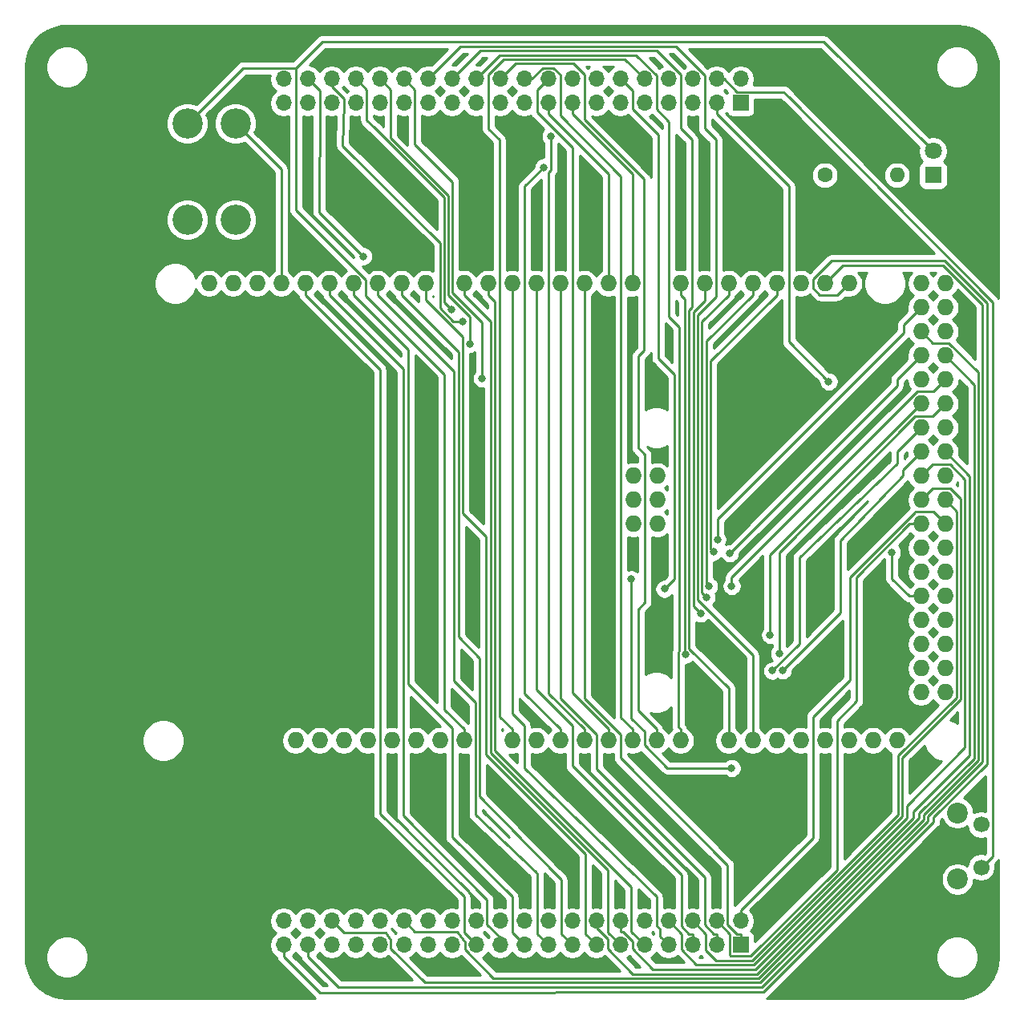
<source format=gbr>
G04 #@! TF.GenerationSoftware,KiCad,Pcbnew,(5.1.5-0-10_14)*
G04 #@! TF.CreationDate,2020-04-15T22:36:55+02:00*
G04 #@! TF.ProjectId,Debugger,44656275-6767-4657-922e-6b696361645f,rev?*
G04 #@! TF.SameCoordinates,Original*
G04 #@! TF.FileFunction,Copper,L2,Bot*
G04 #@! TF.FilePolarity,Positive*
%FSLAX46Y46*%
G04 Gerber Fmt 4.6, Leading zero omitted, Abs format (unit mm)*
G04 Created by KiCad (PCBNEW (5.1.5-0-10_14)) date 2020-04-15 22:36:55*
%MOMM*%
%LPD*%
G04 APERTURE LIST*
%ADD10C,1.700000*%
%ADD11C,2.200000*%
%ADD12C,3.200000*%
%ADD13O,1.700000X1.700000*%
%ADD14R,1.700000X1.700000*%
%ADD15R,1.800000X1.800000*%
%ADD16C,1.800000*%
%ADD17C,1.600000*%
%ADD18O,1.600000X1.600000*%
%ADD19O,1.727200X1.727200*%
%ADD20C,0.800000*%
%ADD21C,0.250000*%
%ADD22C,0.254000*%
G04 APERTURE END LIST*
D10*
X127000000Y-110490000D03*
X127000000Y-114990000D03*
D11*
X124500000Y-109240000D03*
X124500000Y-116240000D03*
D12*
X48260000Y-36449000D03*
X48260000Y-46609000D03*
X43180000Y-36449000D03*
X43180000Y-46609000D03*
D13*
X53340000Y-120650000D03*
X53340000Y-123190000D03*
X55880000Y-120650000D03*
X55880000Y-123190000D03*
X58420000Y-120650000D03*
X58420000Y-123190000D03*
X60960000Y-120650000D03*
X60960000Y-123190000D03*
X63500000Y-120650000D03*
X63500000Y-123190000D03*
X66040000Y-120650000D03*
X66040000Y-123190000D03*
X68580000Y-120650000D03*
X68580000Y-123190000D03*
X71120000Y-120650000D03*
X71120000Y-123190000D03*
X73660000Y-120650000D03*
X73660000Y-123190000D03*
X76200000Y-120650000D03*
X76200000Y-123190000D03*
X78740000Y-120650000D03*
X78740000Y-123190000D03*
X81280000Y-120650000D03*
X81280000Y-123190000D03*
X83820000Y-120650000D03*
X83820000Y-123190000D03*
X86360000Y-120650000D03*
X86360000Y-123190000D03*
X88900000Y-120650000D03*
X88900000Y-123190000D03*
X91440000Y-120650000D03*
X91440000Y-123190000D03*
X93980000Y-120650000D03*
X93980000Y-123190000D03*
X96520000Y-120650000D03*
X96520000Y-123190000D03*
X99060000Y-120650000D03*
X99060000Y-123190000D03*
X101600000Y-120650000D03*
D14*
X101600000Y-123190000D03*
D13*
X53340000Y-31750000D03*
X53340000Y-34290000D03*
X55880000Y-31750000D03*
X55880000Y-34290000D03*
X58420000Y-31750000D03*
X58420000Y-34290000D03*
X60960000Y-31750000D03*
X60960000Y-34290000D03*
X63500000Y-31750000D03*
X63500000Y-34290000D03*
X66040000Y-31750000D03*
X66040000Y-34290000D03*
X68580000Y-31750000D03*
X68580000Y-34290000D03*
X71120000Y-31750000D03*
X71120000Y-34290000D03*
X73660000Y-31750000D03*
X73660000Y-34290000D03*
X76200000Y-31750000D03*
X76200000Y-34290000D03*
X78740000Y-31750000D03*
X78740000Y-34290000D03*
X81280000Y-31750000D03*
X81280000Y-34290000D03*
X83820000Y-31750000D03*
X83820000Y-34290000D03*
X86360000Y-31750000D03*
X86360000Y-34290000D03*
X88900000Y-31750000D03*
X88900000Y-34290000D03*
X91440000Y-31750000D03*
X91440000Y-34290000D03*
X93980000Y-31750000D03*
X93980000Y-34290000D03*
X96520000Y-31750000D03*
X96520000Y-34290000D03*
X99060000Y-31750000D03*
X99060000Y-34290000D03*
X101600000Y-31750000D03*
D14*
X101600000Y-34290000D03*
D15*
X121920000Y-41910000D03*
D16*
X121920000Y-39370000D03*
D17*
X110490000Y-41910000D03*
D18*
X118110000Y-41910000D03*
D19*
X90297000Y-78740000D03*
X92837000Y-78740000D03*
X92837000Y-76200000D03*
X90297000Y-76200000D03*
X92837000Y-73660000D03*
X77470000Y-101600000D03*
X72390000Y-101600000D03*
X69850000Y-101600000D03*
X67310000Y-101600000D03*
X64770000Y-101600000D03*
X62230000Y-101600000D03*
X59690000Y-101600000D03*
X57150000Y-101600000D03*
X113030000Y-53340000D03*
X110490000Y-53340000D03*
X107950000Y-53340000D03*
X105410000Y-53340000D03*
X102870000Y-53340000D03*
X100330000Y-53340000D03*
X97790000Y-53340000D03*
X95250000Y-53340000D03*
X90170000Y-53340000D03*
X87630000Y-53340000D03*
X85090000Y-53340000D03*
X82550000Y-53340000D03*
X80010000Y-53340000D03*
X77470000Y-53340000D03*
X74930000Y-53340000D03*
X72390000Y-53340000D03*
X53086000Y-53340000D03*
X68326000Y-53340000D03*
X65786000Y-53340000D03*
X63246000Y-53340000D03*
X45466000Y-53340000D03*
X48006000Y-53340000D03*
X50546000Y-53340000D03*
X55626000Y-53340000D03*
X58166000Y-53340000D03*
X60706000Y-53340000D03*
X54610000Y-101600000D03*
X80010000Y-101600000D03*
X82550000Y-101600000D03*
X85090000Y-101600000D03*
X87630000Y-101600000D03*
X90170000Y-101600000D03*
X92710000Y-101600000D03*
X95250000Y-101600000D03*
X100330000Y-101600000D03*
X102870000Y-101600000D03*
X105410000Y-101600000D03*
X107950000Y-101600000D03*
X110490000Y-101600000D03*
X113030000Y-101600000D03*
X115570000Y-101600000D03*
X118110000Y-101600000D03*
X120650000Y-53340000D03*
X123190000Y-53340000D03*
X120650000Y-55880000D03*
X123190000Y-55880000D03*
X120650000Y-58420000D03*
X123190000Y-58420000D03*
X120650000Y-60960000D03*
X123190000Y-60960000D03*
X120650000Y-63500000D03*
X123190000Y-63500000D03*
X120650000Y-66040000D03*
X123190000Y-66040000D03*
X120650000Y-68580000D03*
X123190000Y-68580000D03*
X120650000Y-71120000D03*
X123190000Y-71120000D03*
X120650000Y-73660000D03*
X123190000Y-73660000D03*
X120650000Y-76200000D03*
X123190000Y-76200000D03*
X120650000Y-78740000D03*
X123190000Y-78740000D03*
X120650000Y-81280000D03*
X123190000Y-81280000D03*
X120650000Y-83820000D03*
X123190000Y-83820000D03*
X120650000Y-86360000D03*
X123190000Y-86360000D03*
X120650000Y-88900000D03*
X123190000Y-88900000D03*
X120650000Y-91440000D03*
X123190000Y-91440000D03*
X120650000Y-93980000D03*
X123190000Y-93980000D03*
X120650000Y-96520000D03*
X123190000Y-96520000D03*
X90297000Y-73660000D03*
D20*
X117575000Y-81731700D03*
X93555000Y-85598900D03*
X80826200Y-41070300D03*
X81551500Y-37801300D03*
X74293200Y-63372300D03*
X72981400Y-59738500D03*
X71066200Y-56099200D03*
X72301800Y-57334800D03*
X61767500Y-50466900D03*
X90051300Y-84573400D03*
X100657800Y-104520700D03*
X98720100Y-81704000D03*
X98256600Y-85320500D03*
X97979200Y-86479800D03*
X97387900Y-88178000D03*
X95791500Y-92527700D03*
X99147400Y-80370900D03*
X100459000Y-81832500D03*
X100658000Y-85288200D03*
X104721000Y-90447100D03*
X105700000Y-92422200D03*
X104951000Y-94235600D03*
X106066000Y-94182000D03*
X110902000Y-63698300D03*
D21*
X53086000Y-53340000D02*
X53086000Y-41275000D01*
X53086000Y-41275000D02*
X48260000Y-36449000D01*
X91440000Y-31750000D02*
X89360900Y-29670900D01*
X89360900Y-29670900D02*
X76616600Y-29670900D01*
X76616600Y-29670900D02*
X74980400Y-31307100D01*
X74980400Y-31307100D02*
X74980400Y-37020000D01*
X74980400Y-37020000D02*
X76125800Y-38165400D01*
X76125800Y-38165400D02*
X76125800Y-99066900D01*
X76125800Y-99066900D02*
X77470000Y-100411000D01*
X77470000Y-100411000D02*
X77470000Y-101600000D01*
X54668200Y-30573400D02*
X49055600Y-30573400D01*
X49055600Y-30573400D02*
X43180000Y-36449000D01*
X121920000Y-39370000D02*
X110364000Y-27813900D01*
X110364000Y-27813900D02*
X57427700Y-27813900D01*
X57427700Y-27813900D02*
X54668200Y-30573400D01*
X72390000Y-101600000D02*
X72390000Y-100411000D01*
X72390000Y-100411000D02*
X70285500Y-98306600D01*
X70285500Y-98306600D02*
X70285500Y-62914600D01*
X70285500Y-62914600D02*
X62057000Y-54686100D01*
X62057000Y-54686100D02*
X62057000Y-52974300D01*
X62057000Y-52974300D02*
X54668200Y-45585500D01*
X54668200Y-45585500D02*
X54668200Y-30573400D01*
X127000000Y-114990000D02*
X128185000Y-113805000D01*
X128185000Y-113805000D02*
X128185000Y-55303900D01*
X128185000Y-55303900D02*
X106680000Y-33655000D01*
X106680000Y-33655000D02*
X106140000Y-33115000D01*
X106140000Y-33115000D02*
X101226000Y-33115000D01*
X101226000Y-33115000D02*
X99861000Y-31750000D01*
X99861000Y-31750000D02*
X99060000Y-31750000D01*
X120650000Y-86360000D02*
X119429000Y-86360000D01*
X119429000Y-86360000D02*
X117575000Y-84506000D01*
X117575000Y-84506000D02*
X117575000Y-81731700D01*
X88900000Y-31750000D02*
X90170000Y-33020000D01*
X90170000Y-33020000D02*
X90170000Y-34925000D01*
X90170000Y-34925000D02*
X92888600Y-37638800D01*
X92888600Y-37638800D02*
X92888600Y-61232100D01*
X92888600Y-61232100D02*
X94635800Y-62979300D01*
X94635800Y-62979300D02*
X94635800Y-84518100D01*
X94635800Y-84518100D02*
X93555000Y-85598900D01*
X82550000Y-101600000D02*
X82550000Y-100411000D01*
X82550000Y-100411000D02*
X78803300Y-96664400D01*
X78803300Y-96664400D02*
X78803300Y-43093200D01*
X78803300Y-43093200D02*
X80826200Y-41070300D01*
X85090000Y-101600000D02*
X85090000Y-100411000D01*
X85090000Y-100411000D02*
X81336600Y-96657700D01*
X81336600Y-96657700D02*
X81336600Y-41585700D01*
X81336600Y-41585700D02*
X81551500Y-41370800D01*
X81551500Y-41370800D02*
X81551500Y-37801300D01*
X81280000Y-31750000D02*
X80105000Y-32925000D01*
X80105000Y-32925000D02*
X80105000Y-35284500D01*
X80105000Y-35284500D02*
X83820000Y-38999500D01*
X83820000Y-38999500D02*
X83820000Y-96601100D01*
X83820000Y-96601100D02*
X87630000Y-100411000D01*
X87630000Y-100411000D02*
X87630000Y-101600000D01*
X78740000Y-31750000D02*
X79541000Y-31750000D01*
X79541000Y-31750000D02*
X80716300Y-30574700D01*
X80716300Y-30574700D02*
X81832400Y-30574700D01*
X81832400Y-30574700D02*
X82550000Y-31292300D01*
X82550000Y-31292300D02*
X82550000Y-35615600D01*
X82550000Y-35615600D02*
X88981100Y-42046700D01*
X88981100Y-42046700D02*
X88981100Y-99222200D01*
X88981100Y-99222200D02*
X90170000Y-100411000D01*
X90170000Y-100411000D02*
X90170000Y-101600000D01*
X76200000Y-31750000D02*
X77825300Y-30124700D01*
X77825300Y-30124700D02*
X83933700Y-30124700D01*
X83933700Y-30124700D02*
X85090000Y-31281000D01*
X85090000Y-31281000D02*
X85090000Y-36010600D01*
X85090000Y-36010600D02*
X91397500Y-42318100D01*
X91397500Y-42318100D02*
X91397500Y-60421700D01*
X91397500Y-60421700D02*
X90782800Y-61036400D01*
X90782800Y-61036400D02*
X90782800Y-70694700D01*
X90782800Y-70694700D02*
X91502500Y-71414400D01*
X91502500Y-71414400D02*
X91502500Y-87002600D01*
X91502500Y-87002600D02*
X90765200Y-87739900D01*
X90765200Y-87739900D02*
X90765200Y-98466300D01*
X90765200Y-98466300D02*
X92710000Y-100411000D01*
X92710000Y-100411000D02*
X92710000Y-101600000D01*
X95250000Y-101600000D02*
X95250000Y-100411000D01*
X95250000Y-100411000D02*
X95066200Y-100227000D01*
X95066200Y-100227000D02*
X95066200Y-92227300D01*
X95066200Y-92227300D02*
X95150100Y-92143400D01*
X95150100Y-92143400D02*
X95150100Y-57918800D01*
X95150100Y-57918800D02*
X94061000Y-56829700D01*
X94061000Y-56829700D02*
X94061000Y-36285000D01*
X94061000Y-36285000D02*
X92710000Y-34934000D01*
X92710000Y-34934000D02*
X92710000Y-31357700D01*
X92710000Y-31357700D02*
X90573200Y-29220900D01*
X90573200Y-29220900D02*
X76189100Y-29220900D01*
X76189100Y-29220900D02*
X73660000Y-31750000D01*
X71120000Y-31750000D02*
X74099400Y-28770600D01*
X74099400Y-28770600D02*
X92737300Y-28770600D01*
X92737300Y-28770600D02*
X95250000Y-31283300D01*
X95250000Y-31283300D02*
X95250000Y-36969600D01*
X95250000Y-36969600D02*
X96455400Y-38175000D01*
X96455400Y-38175000D02*
X96455400Y-55859700D01*
X96455400Y-55859700D02*
X96170600Y-56144500D01*
X96170600Y-56144500D02*
X96170600Y-91881000D01*
X96170600Y-91881000D02*
X100330000Y-96040400D01*
X100330000Y-96040400D02*
X100330000Y-101600000D01*
X68580000Y-31750000D02*
X72025900Y-28304100D01*
X72025900Y-28304100D02*
X94751400Y-28304100D01*
X94751400Y-28304100D02*
X97790000Y-31342700D01*
X97790000Y-31342700D02*
X97790000Y-36969600D01*
X97790000Y-36969600D02*
X99003700Y-38183300D01*
X99003700Y-38183300D02*
X99003700Y-54738300D01*
X99003700Y-54738300D02*
X97071200Y-56670800D01*
X97071200Y-56670800D02*
X97071200Y-86757800D01*
X97071200Y-86757800D02*
X102870000Y-92556600D01*
X102870000Y-92556600D02*
X102870000Y-101600000D01*
X66040000Y-31750000D02*
X67215000Y-32925000D01*
X67215000Y-32925000D02*
X67215000Y-38640000D01*
X67215000Y-38640000D02*
X71201400Y-42626400D01*
X71201400Y-42626400D02*
X71201400Y-54346800D01*
X71201400Y-54346800D02*
X74293200Y-57438600D01*
X74293200Y-57438600D02*
X74293200Y-63372300D01*
X63500000Y-31750000D02*
X64675000Y-32925000D01*
X64675000Y-32925000D02*
X64675000Y-38005000D01*
X64675000Y-38005000D02*
X70750700Y-44080700D01*
X70750700Y-44080700D02*
X70750700Y-54532500D01*
X70750700Y-54532500D02*
X73056400Y-56838200D01*
X73056400Y-56838200D02*
X73056400Y-59663500D01*
X73056400Y-59663500D02*
X72981400Y-59738500D01*
X60960000Y-31750000D02*
X62135000Y-32925000D01*
X62135000Y-32925000D02*
X62135000Y-36100000D01*
X62135000Y-36100000D02*
X62865000Y-36830000D01*
X62865000Y-36830000D02*
X70300400Y-44282500D01*
X70300400Y-44282500D02*
X70300400Y-55333400D01*
X70300400Y-55333400D02*
X71066200Y-56099200D01*
X58420000Y-31750000D02*
X58420000Y-32551000D01*
X58420000Y-32551000D02*
X59690000Y-33821000D01*
X59690000Y-33821000D02*
X59690000Y-34290000D01*
X59690000Y-34290000D02*
X59595300Y-38790000D01*
X59595300Y-38790000D02*
X69850100Y-49044800D01*
X69850100Y-49044800D02*
X69850100Y-55908800D01*
X69850100Y-55908800D02*
X71276100Y-57334800D01*
X71276100Y-57334800D02*
X72301800Y-57334800D01*
X55880000Y-31750000D02*
X57150000Y-33020000D01*
X57150000Y-33020000D02*
X57150000Y-34290000D01*
X57150000Y-34290000D02*
X57109900Y-45809300D01*
X57109900Y-45809300D02*
X61767500Y-50466900D01*
X100657800Y-104520700D02*
X93860100Y-104520700D01*
X93860100Y-104520700D02*
X91440000Y-102100600D01*
X91440000Y-102100600D02*
X91440000Y-100636400D01*
X91440000Y-100636400D02*
X90051300Y-99247700D01*
X90051300Y-99247700D02*
X90051300Y-84573400D01*
X53340000Y-123190000D02*
X53340000Y-124392000D01*
X53340000Y-124392000D02*
X57217900Y-128270000D01*
X57217900Y-128270000D02*
X59690000Y-128270000D01*
X59690000Y-128270000D02*
X104050000Y-128114000D01*
X104050000Y-128114000D02*
X121988000Y-110176000D01*
X121988000Y-110176000D02*
X121988000Y-109730000D01*
X121988000Y-109730000D02*
X127639000Y-104080000D01*
X127639000Y-104080000D02*
X127639000Y-55407000D01*
X127639000Y-55407000D02*
X123179000Y-50947300D01*
X123179000Y-50947300D02*
X111201000Y-50947300D01*
X111201000Y-50947300D02*
X109288000Y-52859800D01*
X109288000Y-52859800D02*
X109288000Y-53844400D01*
X109288000Y-53844400D02*
X109976000Y-54532400D01*
X109976000Y-54532400D02*
X111838000Y-54532400D01*
X111838000Y-54532400D02*
X113030000Y-53340000D01*
X110490000Y-53340000D02*
X112415000Y-51415000D01*
X112415000Y-51415000D02*
X123010000Y-51415000D01*
X123010000Y-51415000D02*
X127159000Y-55564100D01*
X127159000Y-55564100D02*
X127159000Y-103843000D01*
X127159000Y-103843000D02*
X121379000Y-109623000D01*
X121379000Y-109623000D02*
X121379000Y-110119000D01*
X121379000Y-110119000D02*
X103874000Y-127623000D01*
X103874000Y-127623000D02*
X62230000Y-127635000D01*
X62230000Y-127635000D02*
X59122900Y-127635000D01*
X59122900Y-127635000D02*
X55880000Y-124392000D01*
X55880000Y-124392000D02*
X55880000Y-123190000D01*
X105410000Y-53340000D02*
X105410000Y-54528900D01*
X105410000Y-54528900D02*
X98422100Y-61516800D01*
X98422100Y-61516800D02*
X98422100Y-81406000D01*
X98422100Y-81406000D02*
X98720100Y-81704000D01*
X102870000Y-53340000D02*
X102870000Y-54528900D01*
X102870000Y-54528900D02*
X97971800Y-59427100D01*
X97971800Y-59427100D02*
X97971800Y-85035700D01*
X97971800Y-85035700D02*
X98256600Y-85320500D01*
X100330000Y-53340000D02*
X100330000Y-54528900D01*
X100330000Y-54528900D02*
X97521500Y-57337400D01*
X97521500Y-57337400D02*
X97521500Y-86022100D01*
X97521500Y-86022100D02*
X97979200Y-86479800D01*
X97790000Y-53340000D02*
X97790000Y-55162000D01*
X97790000Y-55162000D02*
X96620900Y-56331100D01*
X96620900Y-56331100D02*
X96620900Y-87411000D01*
X96620900Y-87411000D02*
X97387900Y-88178000D01*
X95250000Y-53340000D02*
X95250000Y-54528900D01*
X95250000Y-54528900D02*
X95720300Y-54999200D01*
X95720300Y-54999200D02*
X95720300Y-92456500D01*
X95720300Y-92456500D02*
X95791500Y-92527700D01*
X85090000Y-53340000D02*
X85090000Y-97132600D01*
X85090000Y-97132600D02*
X88900000Y-100943000D01*
X88900000Y-100943000D02*
X88900000Y-103411000D01*
X88900000Y-103411000D02*
X100235000Y-114747000D01*
X100235000Y-114747000D02*
X100235000Y-121042000D01*
X100235000Y-121042000D02*
X101208000Y-122015000D01*
X101208000Y-122015000D02*
X101600000Y-122015000D01*
X101600000Y-122015000D02*
X101600000Y-123190000D01*
X99060000Y-123190000D02*
X99060000Y-122015000D01*
X99060000Y-122015000D02*
X98746500Y-122015000D01*
X98746500Y-122015000D02*
X97790000Y-121058000D01*
X97790000Y-121058000D02*
X97790000Y-116001000D01*
X97790000Y-116001000D02*
X86360000Y-104571000D01*
X86360000Y-104571000D02*
X86360000Y-100943000D01*
X86360000Y-100943000D02*
X82550000Y-97132600D01*
X82550000Y-97132600D02*
X82550000Y-53340000D01*
X96520000Y-123190000D02*
X96520000Y-122015000D01*
X96520000Y-122015000D02*
X96152600Y-122015000D01*
X96152600Y-122015000D02*
X95344700Y-121207000D01*
X95344700Y-121207000D02*
X95344700Y-115824000D01*
X95344700Y-115824000D02*
X83820000Y-104300000D01*
X83820000Y-104300000D02*
X83820000Y-100047000D01*
X83820000Y-100047000D02*
X80010000Y-96236700D01*
X80010000Y-96236700D02*
X80010000Y-53340000D01*
X77470000Y-53340000D02*
X77470000Y-98741800D01*
X77470000Y-98741800D02*
X78740000Y-100012000D01*
X78740000Y-100012000D02*
X78740000Y-104501000D01*
X78740000Y-104501000D02*
X92710000Y-118110000D01*
X92710000Y-118110000D02*
X92710000Y-121119000D01*
X92710000Y-121119000D02*
X93130000Y-121539000D01*
X93130000Y-121539000D02*
X93130000Y-122340000D01*
X93130000Y-122340000D02*
X93980000Y-123190000D01*
X91440000Y-123190000D02*
X90075000Y-121825000D01*
X90075000Y-121825000D02*
X90075000Y-117080000D01*
X90075000Y-117080000D02*
X75633300Y-102639000D01*
X75633300Y-102639000D02*
X75633300Y-55232200D01*
X75633300Y-55232200D02*
X74930000Y-54528900D01*
X74930000Y-54528900D02*
X74930000Y-53340000D01*
X72390000Y-53340000D02*
X72390000Y-54528900D01*
X72390000Y-54528900D02*
X75182900Y-57321800D01*
X75182900Y-57321800D02*
X75182900Y-102905000D01*
X75182900Y-102905000D02*
X87575500Y-115298000D01*
X87575500Y-115298000D02*
X87575500Y-121866000D01*
X87575500Y-121866000D02*
X88900000Y-123190000D01*
X68326000Y-54528900D02*
X68326000Y-55061200D01*
X68326000Y-55061200D02*
X72256100Y-58991300D01*
X72256100Y-58991300D02*
X72256100Y-77641500D01*
X72256100Y-77641500D02*
X74706800Y-80092200D01*
X74706800Y-80092200D02*
X74706800Y-103066000D01*
X74706800Y-103066000D02*
X85185000Y-113544000D01*
X85185000Y-113544000D02*
X85185000Y-122015000D01*
X85185000Y-122015000D02*
X86360000Y-123190000D01*
X68326000Y-53340000D02*
X68326000Y-54528900D01*
X68326000Y-54528900D02*
X68326000Y-53340000D01*
X65786000Y-53340000D02*
X65786000Y-54528900D01*
X65786000Y-54528900D02*
X71804000Y-60546900D01*
X71804000Y-60546900D02*
X71804000Y-90675500D01*
X71804000Y-90675500D02*
X74029300Y-92900800D01*
X74029300Y-92900800D02*
X74029300Y-107513000D01*
X74029300Y-107513000D02*
X81915000Y-115570000D01*
X81915000Y-115570000D02*
X82645000Y-116300000D01*
X82645000Y-116300000D02*
X82645000Y-122015000D01*
X82645000Y-122015000D02*
X83820000Y-123190000D01*
X63246000Y-53340000D02*
X63246000Y-54528900D01*
X63246000Y-54528900D02*
X71299100Y-62582000D01*
X71299100Y-62582000D02*
X71299100Y-95328900D01*
X71299100Y-95328900D02*
X73578900Y-97608700D01*
X73578900Y-97608700D02*
X73578900Y-109433000D01*
X73578900Y-109433000D02*
X80010000Y-115570000D01*
X80010000Y-115570000D02*
X80105000Y-115665000D01*
X80105000Y-115665000D02*
X80105000Y-122015000D01*
X80105000Y-122015000D02*
X81280000Y-123190000D01*
X55626000Y-53340000D02*
X55626000Y-54528900D01*
X55626000Y-54528900D02*
X63500000Y-62402900D01*
X63500000Y-62402900D02*
X63500000Y-109308000D01*
X63500000Y-109308000D02*
X72390000Y-118110000D01*
X72390000Y-118110000D02*
X72390000Y-121920000D01*
X72390000Y-121920000D02*
X73660000Y-123190000D01*
X76200000Y-123190000D02*
X76200000Y-122389000D01*
X76200000Y-122389000D02*
X74835000Y-121024000D01*
X74835000Y-121024000D02*
X74835000Y-118396000D01*
X74835000Y-118396000D02*
X65985500Y-109547000D01*
X65985500Y-109547000D02*
X65985500Y-62348400D01*
X65985500Y-62348400D02*
X58166000Y-54528900D01*
X58166000Y-54528900D02*
X58166000Y-53340000D01*
X60706000Y-53340000D02*
X60706000Y-54528900D01*
X60706000Y-54528900D02*
X66490400Y-60313300D01*
X66490400Y-60313300D02*
X66490400Y-95628300D01*
X66490400Y-95628300D02*
X71120000Y-100258000D01*
X71120000Y-100258000D02*
X71120000Y-111829000D01*
X71120000Y-111829000D02*
X77470000Y-118110000D01*
X77470000Y-118110000D02*
X77470000Y-121920000D01*
X77470000Y-121920000D02*
X78740000Y-123190000D01*
X120650000Y-55880000D02*
X118836000Y-57693800D01*
X118836000Y-57693800D02*
X118836000Y-58511200D01*
X118836000Y-58511200D02*
X99147400Y-78200000D01*
X99147400Y-78200000D02*
X99147400Y-80370900D01*
X120650000Y-58420000D02*
X121839000Y-59608600D01*
X121839000Y-59608600D02*
X123598000Y-59608600D01*
X123598000Y-59608600D02*
X126700000Y-62711400D01*
X126700000Y-62711400D02*
X126700000Y-103664000D01*
X126700000Y-103664000D02*
X120928000Y-109437000D01*
X120928000Y-109437000D02*
X120928000Y-109932000D01*
X120928000Y-109932000D02*
X103712000Y-127148000D01*
X103712000Y-127148000D02*
X68246400Y-127148000D01*
X68246400Y-127148000D02*
X64675400Y-123577000D01*
X64675400Y-123577000D02*
X64675400Y-122645000D01*
X64675400Y-122645000D02*
X64135000Y-121920000D01*
X64135000Y-121920000D02*
X59690000Y-121920000D01*
X59690000Y-121920000D02*
X58420000Y-120650000D01*
X120650000Y-60960000D02*
X118110000Y-63500000D01*
X118110000Y-63500000D02*
X118110000Y-64135000D01*
X118110000Y-64135000D02*
X100459000Y-81832500D01*
X123190000Y-60960000D02*
X126241000Y-64011200D01*
X126241000Y-64011200D02*
X126241000Y-103487000D01*
X126241000Y-103487000D02*
X120478000Y-109250000D01*
X120478000Y-109250000D02*
X120478000Y-109746000D01*
X120478000Y-109746000D02*
X103527000Y-126696000D01*
X103527000Y-126696000D02*
X75503600Y-126696000D01*
X75503600Y-126696000D02*
X72484600Y-123677000D01*
X72484600Y-123677000D02*
X72484600Y-122890000D01*
X72484600Y-122890000D02*
X71755000Y-121920000D01*
X71755000Y-121920000D02*
X71660000Y-121825000D01*
X71660000Y-121825000D02*
X67215000Y-121825000D01*
X67215000Y-121825000D02*
X66040000Y-120650000D01*
X123190000Y-63500000D02*
X122001000Y-64688600D01*
X122001000Y-64688600D02*
X120307000Y-64688600D01*
X120307000Y-64688600D02*
X100658000Y-84338100D01*
X100658000Y-84338100D02*
X100658000Y-85288200D01*
X120650000Y-66040000D02*
X104721000Y-81968700D01*
X104721000Y-81968700D02*
X104721000Y-90447100D01*
X123190000Y-66040000D02*
X121839000Y-67391400D01*
X121839000Y-67391400D02*
X120054000Y-67391400D01*
X120054000Y-67391400D02*
X105700000Y-81745800D01*
X105700000Y-81745800D02*
X105700000Y-92422200D01*
X120650000Y-68580000D02*
X118110000Y-71120000D01*
X118110000Y-71120000D02*
X118110000Y-72390000D01*
X118110000Y-72390000D02*
X107788000Y-82259700D01*
X107788000Y-82259700D02*
X107788000Y-91399000D01*
X107788000Y-91399000D02*
X104951000Y-94235600D01*
X120650000Y-71120000D02*
X118745000Y-73025000D01*
X118745000Y-73025000D02*
X118745000Y-73660000D01*
X118745000Y-73660000D02*
X112139000Y-80448700D01*
X112139000Y-80448700D02*
X112139000Y-88109700D01*
X112139000Y-88109700D02*
X106066000Y-94182000D01*
X123190000Y-71120000D02*
X125750000Y-73680300D01*
X125750000Y-73680300D02*
X125750000Y-103182000D01*
X125750000Y-103182000D02*
X119802000Y-109129000D01*
X119802000Y-109129000D02*
X119802000Y-109784000D01*
X119802000Y-109784000D02*
X103341000Y-126246000D01*
X103341000Y-126246000D02*
X90238500Y-126246000D01*
X90238500Y-126246000D02*
X87575700Y-123583000D01*
X87575700Y-123583000D02*
X87575700Y-122594000D01*
X87575700Y-122594000D02*
X86360000Y-121378000D01*
X86360000Y-121378000D02*
X86360000Y-120650000D01*
X120650000Y-73660000D02*
X121865000Y-72445100D01*
X121865000Y-72445100D02*
X123712000Y-72445100D01*
X123712000Y-72445100D02*
X125300000Y-74033400D01*
X125300000Y-74033400D02*
X125300000Y-102358000D01*
X125300000Y-102358000D02*
X119127000Y-108531000D01*
X119127000Y-108531000D02*
X119127000Y-109805000D01*
X119127000Y-109805000D02*
X103151000Y-125781000D01*
X103151000Y-125781000D02*
X92367400Y-125781000D01*
X92367400Y-125781000D02*
X90170000Y-123583000D01*
X90170000Y-123583000D02*
X90170000Y-122792000D01*
X90170000Y-122792000D02*
X89202900Y-121825000D01*
X89202900Y-121825000D02*
X88900000Y-121825000D01*
X88900000Y-121825000D02*
X88900000Y-120650000D01*
X120650000Y-76200000D02*
X121861000Y-74989300D01*
X121861000Y-74989300D02*
X123720000Y-74989300D01*
X123720000Y-74989300D02*
X124835000Y-76104300D01*
X124835000Y-76104300D02*
X124835000Y-97229100D01*
X124835000Y-97229100D02*
X118677000Y-103387000D01*
X118677000Y-103387000D02*
X118677000Y-109618000D01*
X118677000Y-109618000D02*
X103025000Y-125270000D01*
X103025000Y-125270000D02*
X96936100Y-125270000D01*
X96936100Y-125270000D02*
X95344600Y-123678000D01*
X95344600Y-123678000D02*
X95344600Y-122015000D01*
X95344600Y-122015000D02*
X93980000Y-120650000D01*
X123190000Y-76200000D02*
X124384000Y-77394200D01*
X124384000Y-77394200D02*
X124384000Y-97042600D01*
X124384000Y-97042600D02*
X118226000Y-103200000D01*
X118226000Y-103200000D02*
X118226000Y-109428000D01*
X118226000Y-109428000D02*
X102839000Y-124816000D01*
X102839000Y-124816000D02*
X98984200Y-124816000D01*
X98984200Y-124816000D02*
X97884600Y-123716000D01*
X97884600Y-123716000D02*
X97884600Y-122015000D01*
X97884600Y-122015000D02*
X96520000Y-120650000D01*
X99060000Y-120650000D02*
X100425000Y-122015000D01*
X100425000Y-122015000D02*
X100425000Y-124221000D01*
X100425000Y-124221000D02*
X100569000Y-124365000D01*
X100569000Y-124365000D02*
X102648000Y-124365000D01*
X102648000Y-124365000D02*
X111760000Y-115253000D01*
X111760000Y-115253000D02*
X111760000Y-99513400D01*
X111760000Y-99513400D02*
X113845000Y-97428200D01*
X113845000Y-97428200D02*
X113845000Y-84355900D01*
X113845000Y-84355900D02*
X119461000Y-78740000D01*
X119461000Y-78740000D02*
X120650000Y-78740000D01*
X123190000Y-78740000D02*
X121920000Y-77470000D01*
X121920000Y-77470000D02*
X120015000Y-77470000D01*
X120015000Y-77470000D02*
X120005000Y-77535000D01*
X120005000Y-77535000D02*
X113151000Y-84388600D01*
X113151000Y-84388600D02*
X113151000Y-95183200D01*
X113151000Y-95183200D02*
X109220000Y-99114500D01*
X109220000Y-99114500D02*
X109220000Y-111855000D01*
X109220000Y-111855000D02*
X101600000Y-119475000D01*
X101600000Y-119475000D02*
X101600000Y-120650000D01*
X110902000Y-63698300D02*
X106680000Y-59476600D01*
X106680000Y-59476600D02*
X106680000Y-43085300D01*
X106680000Y-43085300D02*
X99060000Y-35465300D01*
X99060000Y-35465300D02*
X99060000Y-34290000D01*
X83820000Y-34290000D02*
X83820000Y-35465300D01*
X83820000Y-35465300D02*
X90170000Y-41815300D01*
X90170000Y-41815300D02*
X90170000Y-53340000D01*
X81280000Y-34290000D02*
X81280000Y-35465300D01*
X81280000Y-35465300D02*
X87630000Y-41815300D01*
X87630000Y-41815300D02*
X87630000Y-53340000D01*
D22*
G36*
X125233358Y-26181842D02*
G01*
X125982277Y-26386723D01*
X126683072Y-26720986D01*
X127313605Y-27174069D01*
X127853934Y-27731645D01*
X128286989Y-28376099D01*
X128599073Y-29087044D01*
X128781640Y-29847493D01*
X128830000Y-30506031D01*
X128830000Y-54897991D01*
X128821385Y-54881743D01*
X128820576Y-54880751D01*
X128819974Y-54879624D01*
X128773310Y-54822764D01*
X128750500Y-54794780D01*
X128749605Y-54793879D01*
X128725001Y-54763899D01*
X128696985Y-54740907D01*
X115810969Y-41768665D01*
X116675000Y-41768665D01*
X116675000Y-42051335D01*
X116730147Y-42328574D01*
X116838320Y-42589727D01*
X116995363Y-42824759D01*
X117195241Y-43024637D01*
X117430273Y-43181680D01*
X117691426Y-43289853D01*
X117968665Y-43345000D01*
X118251335Y-43345000D01*
X118528574Y-43289853D01*
X118789727Y-43181680D01*
X119024759Y-43024637D01*
X119224637Y-42824759D01*
X119381680Y-42589727D01*
X119489853Y-42328574D01*
X119545000Y-42051335D01*
X119545000Y-41768665D01*
X119489853Y-41491426D01*
X119381680Y-41230273D01*
X119224637Y-40995241D01*
X119024759Y-40795363D01*
X118789727Y-40638320D01*
X118528574Y-40530147D01*
X118251335Y-40475000D01*
X117968665Y-40475000D01*
X117691426Y-40530147D01*
X117430273Y-40638320D01*
X117195241Y-40795363D01*
X116995363Y-40995241D01*
X116838320Y-41230273D01*
X116730147Y-41491426D01*
X116675000Y-41768665D01*
X115810969Y-41768665D01*
X107244610Y-33144985D01*
X107243799Y-33143997D01*
X107218142Y-33118340D01*
X107192879Y-33092908D01*
X107191906Y-33092104D01*
X106703803Y-32604002D01*
X106680001Y-32574999D01*
X106564276Y-32480026D01*
X106432247Y-32409454D01*
X106288986Y-32365997D01*
X106177333Y-32355000D01*
X106177322Y-32355000D01*
X106140000Y-32351324D01*
X106102678Y-32355000D01*
X102956753Y-32355000D01*
X103027932Y-32183158D01*
X103085000Y-31896260D01*
X103085000Y-31603740D01*
X103027932Y-31316842D01*
X102915990Y-31046589D01*
X102753475Y-30803368D01*
X102546632Y-30596525D01*
X102303411Y-30434010D01*
X102033158Y-30322068D01*
X101746260Y-30265000D01*
X101453740Y-30265000D01*
X101166842Y-30322068D01*
X100896589Y-30434010D01*
X100653368Y-30596525D01*
X100446525Y-30803368D01*
X100330000Y-30977760D01*
X100213475Y-30803368D01*
X100006632Y-30596525D01*
X99763411Y-30434010D01*
X99493158Y-30322068D01*
X99206260Y-30265000D01*
X98913740Y-30265000D01*
X98626842Y-30322068D01*
X98356589Y-30434010D01*
X98116520Y-30594419D01*
X96096001Y-28573900D01*
X110049197Y-28573900D01*
X120436270Y-38961063D01*
X120385000Y-39218816D01*
X120385000Y-39521184D01*
X120443989Y-39817743D01*
X120559701Y-40097095D01*
X120727688Y-40348505D01*
X120794127Y-40414944D01*
X120775820Y-40420498D01*
X120665506Y-40479463D01*
X120568815Y-40558815D01*
X120489463Y-40655506D01*
X120430498Y-40765820D01*
X120394188Y-40885518D01*
X120381928Y-41010000D01*
X120381928Y-42810000D01*
X120394188Y-42934482D01*
X120430498Y-43054180D01*
X120489463Y-43164494D01*
X120568815Y-43261185D01*
X120665506Y-43340537D01*
X120775820Y-43399502D01*
X120895518Y-43435812D01*
X121020000Y-43448072D01*
X122820000Y-43448072D01*
X122944482Y-43435812D01*
X123064180Y-43399502D01*
X123174494Y-43340537D01*
X123271185Y-43261185D01*
X123350537Y-43164494D01*
X123409502Y-43054180D01*
X123445812Y-42934482D01*
X123458072Y-42810000D01*
X123458072Y-41010000D01*
X123445812Y-40885518D01*
X123409502Y-40765820D01*
X123350537Y-40655506D01*
X123271185Y-40558815D01*
X123174494Y-40479463D01*
X123064180Y-40420498D01*
X123045873Y-40414944D01*
X123112312Y-40348505D01*
X123280299Y-40097095D01*
X123396011Y-39817743D01*
X123455000Y-39521184D01*
X123455000Y-39218816D01*
X123396011Y-38922257D01*
X123280299Y-38642905D01*
X123112312Y-38391495D01*
X122898505Y-38177688D01*
X122647095Y-38009701D01*
X122367743Y-37893989D01*
X122071184Y-37835000D01*
X121768816Y-37835000D01*
X121511078Y-37886267D01*
X113884748Y-30259872D01*
X122225000Y-30259872D01*
X122225000Y-30700128D01*
X122310890Y-31131925D01*
X122479369Y-31538669D01*
X122723962Y-31904729D01*
X123035271Y-32216038D01*
X123401331Y-32460631D01*
X123808075Y-32629110D01*
X124239872Y-32715000D01*
X124680128Y-32715000D01*
X125111925Y-32629110D01*
X125518669Y-32460631D01*
X125884729Y-32216038D01*
X126196038Y-31904729D01*
X126440631Y-31538669D01*
X126609110Y-31131925D01*
X126695000Y-30700128D01*
X126695000Y-30259872D01*
X126609110Y-29828075D01*
X126440631Y-29421331D01*
X126196038Y-29055271D01*
X125884729Y-28743962D01*
X125518669Y-28499369D01*
X125111925Y-28330890D01*
X124680128Y-28245000D01*
X124239872Y-28245000D01*
X123808075Y-28330890D01*
X123401331Y-28499369D01*
X123035271Y-28743962D01*
X122723962Y-29055271D01*
X122479369Y-29421331D01*
X122310890Y-29828075D01*
X122225000Y-30259872D01*
X113884748Y-30259872D01*
X110927801Y-27302900D01*
X110904001Y-27273899D01*
X110788276Y-27178926D01*
X110656247Y-27108354D01*
X110512986Y-27064897D01*
X110401333Y-27053900D01*
X110401326Y-27053900D01*
X110364003Y-27050224D01*
X110326678Y-27053900D01*
X57465022Y-27053900D01*
X57427699Y-27050224D01*
X57390376Y-27053900D01*
X57390367Y-27053900D01*
X57278714Y-27064897D01*
X57135453Y-27108354D01*
X57003424Y-27178926D01*
X56887699Y-27273899D01*
X56863901Y-27302897D01*
X54353399Y-29813400D01*
X49092922Y-29813400D01*
X49055599Y-29809724D01*
X49018276Y-29813400D01*
X49018267Y-29813400D01*
X48906614Y-29824397D01*
X48763353Y-29867854D01*
X48631324Y-29938426D01*
X48515599Y-30033399D01*
X48491801Y-30062397D01*
X44130595Y-34423603D01*
X43831925Y-34299890D01*
X43400128Y-34214000D01*
X42959872Y-34214000D01*
X42528075Y-34299890D01*
X42121331Y-34468369D01*
X41755271Y-34712962D01*
X41443962Y-35024271D01*
X41199369Y-35390331D01*
X41030890Y-35797075D01*
X40945000Y-36228872D01*
X40945000Y-36669128D01*
X41030890Y-37100925D01*
X41199369Y-37507669D01*
X41443962Y-37873729D01*
X41755271Y-38185038D01*
X42121331Y-38429631D01*
X42528075Y-38598110D01*
X42959872Y-38684000D01*
X43400128Y-38684000D01*
X43831925Y-38598110D01*
X44238669Y-38429631D01*
X44604729Y-38185038D01*
X44916038Y-37873729D01*
X45160631Y-37507669D01*
X45329110Y-37100925D01*
X45415000Y-36669128D01*
X45415000Y-36228872D01*
X45329110Y-35797075D01*
X45205397Y-35498405D01*
X49370402Y-31333400D01*
X51908774Y-31333400D01*
X51855000Y-31603740D01*
X51855000Y-31896260D01*
X51912068Y-32183158D01*
X52024010Y-32453411D01*
X52186525Y-32696632D01*
X52393368Y-32903475D01*
X52567760Y-33020000D01*
X52393368Y-33136525D01*
X52186525Y-33343368D01*
X52024010Y-33586589D01*
X51912068Y-33856842D01*
X51855000Y-34143740D01*
X51855000Y-34436260D01*
X51912068Y-34723158D01*
X52024010Y-34993411D01*
X52186525Y-35236632D01*
X52393368Y-35443475D01*
X52636589Y-35605990D01*
X52906842Y-35717932D01*
X53193740Y-35775000D01*
X53486260Y-35775000D01*
X53773158Y-35717932D01*
X53908201Y-35661996D01*
X53908200Y-45548178D01*
X53904524Y-45585500D01*
X53908200Y-45622822D01*
X53908200Y-45622832D01*
X53919197Y-45734485D01*
X53962654Y-45877746D01*
X54033226Y-46009776D01*
X54073071Y-46058326D01*
X54128199Y-46125501D01*
X54157203Y-46149304D01*
X60012912Y-52005014D01*
X59996147Y-52011958D01*
X59750698Y-52175961D01*
X59541961Y-52384698D01*
X59436000Y-52543281D01*
X59330039Y-52384698D01*
X59121302Y-52175961D01*
X58875853Y-52011958D01*
X58603125Y-51898990D01*
X58313599Y-51841400D01*
X58018401Y-51841400D01*
X57728875Y-51898990D01*
X57456147Y-52011958D01*
X57210698Y-52175961D01*
X57001961Y-52384698D01*
X56896000Y-52543281D01*
X56790039Y-52384698D01*
X56581302Y-52175961D01*
X56335853Y-52011958D01*
X56063125Y-51898990D01*
X55773599Y-51841400D01*
X55478401Y-51841400D01*
X55188875Y-51898990D01*
X54916147Y-52011958D01*
X54670698Y-52175961D01*
X54461961Y-52384698D01*
X54356000Y-52543281D01*
X54250039Y-52384698D01*
X54041302Y-52175961D01*
X53846000Y-52045465D01*
X53846000Y-41312325D01*
X53849676Y-41275000D01*
X53846000Y-41237675D01*
X53846000Y-41237667D01*
X53835003Y-41126014D01*
X53791546Y-40982753D01*
X53720974Y-40850724D01*
X53626001Y-40734999D01*
X53597003Y-40711201D01*
X50285397Y-37399595D01*
X50409110Y-37100925D01*
X50495000Y-36669128D01*
X50495000Y-36228872D01*
X50409110Y-35797075D01*
X50240631Y-35390331D01*
X49996038Y-35024271D01*
X49684729Y-34712962D01*
X49318669Y-34468369D01*
X48911925Y-34299890D01*
X48480128Y-34214000D01*
X48039872Y-34214000D01*
X47608075Y-34299890D01*
X47201331Y-34468369D01*
X46835271Y-34712962D01*
X46523962Y-35024271D01*
X46279369Y-35390331D01*
X46110890Y-35797075D01*
X46025000Y-36228872D01*
X46025000Y-36669128D01*
X46110890Y-37100925D01*
X46279369Y-37507669D01*
X46523962Y-37873729D01*
X46835271Y-38185038D01*
X47201331Y-38429631D01*
X47608075Y-38598110D01*
X48039872Y-38684000D01*
X48480128Y-38684000D01*
X48911925Y-38598110D01*
X49210595Y-38474397D01*
X52326001Y-41589803D01*
X52326000Y-52045465D01*
X52130698Y-52175961D01*
X51921961Y-52384698D01*
X51816000Y-52543281D01*
X51710039Y-52384698D01*
X51501302Y-52175961D01*
X51255853Y-52011958D01*
X50983125Y-51898990D01*
X50693599Y-51841400D01*
X50398401Y-51841400D01*
X50108875Y-51898990D01*
X49836147Y-52011958D01*
X49590698Y-52175961D01*
X49381961Y-52384698D01*
X49276000Y-52543281D01*
X49170039Y-52384698D01*
X48961302Y-52175961D01*
X48715853Y-52011958D01*
X48443125Y-51898990D01*
X48153599Y-51841400D01*
X47858401Y-51841400D01*
X47568875Y-51898990D01*
X47296147Y-52011958D01*
X47050698Y-52175961D01*
X46841961Y-52384698D01*
X46736000Y-52543281D01*
X46630039Y-52384698D01*
X46421302Y-52175961D01*
X46175853Y-52011958D01*
X45903125Y-51898990D01*
X45613599Y-51841400D01*
X45318401Y-51841400D01*
X45028875Y-51898990D01*
X44756147Y-52011958D01*
X44510698Y-52175961D01*
X44301961Y-52384698D01*
X44137958Y-52630147D01*
X44076906Y-52777540D01*
X44059110Y-52688075D01*
X43890631Y-52281331D01*
X43646038Y-51915271D01*
X43334729Y-51603962D01*
X42968669Y-51359369D01*
X42561925Y-51190890D01*
X42130128Y-51105000D01*
X41689872Y-51105000D01*
X41258075Y-51190890D01*
X40851331Y-51359369D01*
X40485271Y-51603962D01*
X40173962Y-51915271D01*
X39929369Y-52281331D01*
X39760890Y-52688075D01*
X39675000Y-53119872D01*
X39675000Y-53560128D01*
X39760890Y-53991925D01*
X39929369Y-54398669D01*
X40173962Y-54764729D01*
X40485271Y-55076038D01*
X40851331Y-55320631D01*
X41258075Y-55489110D01*
X41689872Y-55575000D01*
X42130128Y-55575000D01*
X42561925Y-55489110D01*
X42968669Y-55320631D01*
X43334729Y-55076038D01*
X43646038Y-54764729D01*
X43890631Y-54398669D01*
X44059110Y-53991925D01*
X44076906Y-53902460D01*
X44137958Y-54049853D01*
X44301961Y-54295302D01*
X44510698Y-54504039D01*
X44756147Y-54668042D01*
X45028875Y-54781010D01*
X45318401Y-54838600D01*
X45613599Y-54838600D01*
X45903125Y-54781010D01*
X46175853Y-54668042D01*
X46421302Y-54504039D01*
X46630039Y-54295302D01*
X46736000Y-54136719D01*
X46841961Y-54295302D01*
X47050698Y-54504039D01*
X47296147Y-54668042D01*
X47568875Y-54781010D01*
X47858401Y-54838600D01*
X48153599Y-54838600D01*
X48443125Y-54781010D01*
X48715853Y-54668042D01*
X48961302Y-54504039D01*
X49170039Y-54295302D01*
X49276000Y-54136719D01*
X49381961Y-54295302D01*
X49590698Y-54504039D01*
X49836147Y-54668042D01*
X50108875Y-54781010D01*
X50398401Y-54838600D01*
X50693599Y-54838600D01*
X50983125Y-54781010D01*
X51255853Y-54668042D01*
X51501302Y-54504039D01*
X51710039Y-54295302D01*
X51816000Y-54136719D01*
X51921961Y-54295302D01*
X52130698Y-54504039D01*
X52376147Y-54668042D01*
X52648875Y-54781010D01*
X52938401Y-54838600D01*
X53233599Y-54838600D01*
X53523125Y-54781010D01*
X53795853Y-54668042D01*
X54041302Y-54504039D01*
X54250039Y-54295302D01*
X54356000Y-54136719D01*
X54461961Y-54295302D01*
X54670698Y-54504039D01*
X54873202Y-54639347D01*
X54876029Y-54668042D01*
X54876998Y-54677885D01*
X54920454Y-54821146D01*
X54991026Y-54953176D01*
X55062201Y-55039902D01*
X55086000Y-55068901D01*
X55114998Y-55092699D01*
X62740000Y-62717702D01*
X62740001Y-100189176D01*
X62667125Y-100158990D01*
X62377599Y-100101400D01*
X62082401Y-100101400D01*
X61792875Y-100158990D01*
X61520147Y-100271958D01*
X61274698Y-100435961D01*
X61065961Y-100644698D01*
X60960000Y-100803281D01*
X60854039Y-100644698D01*
X60645302Y-100435961D01*
X60399853Y-100271958D01*
X60127125Y-100158990D01*
X59837599Y-100101400D01*
X59542401Y-100101400D01*
X59252875Y-100158990D01*
X58980147Y-100271958D01*
X58734698Y-100435961D01*
X58525961Y-100644698D01*
X58420000Y-100803281D01*
X58314039Y-100644698D01*
X58105302Y-100435961D01*
X57859853Y-100271958D01*
X57587125Y-100158990D01*
X57297599Y-100101400D01*
X57002401Y-100101400D01*
X56712875Y-100158990D01*
X56440147Y-100271958D01*
X56194698Y-100435961D01*
X55985961Y-100644698D01*
X55880000Y-100803281D01*
X55774039Y-100644698D01*
X55565302Y-100435961D01*
X55319853Y-100271958D01*
X55047125Y-100158990D01*
X54757599Y-100101400D01*
X54462401Y-100101400D01*
X54172875Y-100158990D01*
X53900147Y-100271958D01*
X53654698Y-100435961D01*
X53445961Y-100644698D01*
X53281958Y-100890147D01*
X53168990Y-101162875D01*
X53111400Y-101452401D01*
X53111400Y-101747599D01*
X53168990Y-102037125D01*
X53281958Y-102309853D01*
X53445961Y-102555302D01*
X53654698Y-102764039D01*
X53900147Y-102928042D01*
X54172875Y-103041010D01*
X54462401Y-103098600D01*
X54757599Y-103098600D01*
X55047125Y-103041010D01*
X55319853Y-102928042D01*
X55565302Y-102764039D01*
X55774039Y-102555302D01*
X55880000Y-102396719D01*
X55985961Y-102555302D01*
X56194698Y-102764039D01*
X56440147Y-102928042D01*
X56712875Y-103041010D01*
X57002401Y-103098600D01*
X57297599Y-103098600D01*
X57587125Y-103041010D01*
X57859853Y-102928042D01*
X58105302Y-102764039D01*
X58314039Y-102555302D01*
X58420000Y-102396719D01*
X58525961Y-102555302D01*
X58734698Y-102764039D01*
X58980147Y-102928042D01*
X59252875Y-103041010D01*
X59542401Y-103098600D01*
X59837599Y-103098600D01*
X60127125Y-103041010D01*
X60399853Y-102928042D01*
X60645302Y-102764039D01*
X60854039Y-102555302D01*
X60960000Y-102396719D01*
X61065961Y-102555302D01*
X61274698Y-102764039D01*
X61520147Y-102928042D01*
X61792875Y-103041010D01*
X62082401Y-103098600D01*
X62377599Y-103098600D01*
X62667125Y-103041010D01*
X62740001Y-103010824D01*
X62740001Y-109272558D01*
X62736333Y-109311798D01*
X62743852Y-109384436D01*
X62750998Y-109456986D01*
X62751551Y-109458811D01*
X62751748Y-109460709D01*
X62773281Y-109530443D01*
X62794455Y-109600247D01*
X62795354Y-109601929D01*
X62795917Y-109603752D01*
X62830638Y-109667939D01*
X62865027Y-109732276D01*
X62866237Y-109733750D01*
X62867145Y-109735429D01*
X62913706Y-109791591D01*
X62960000Y-109848001D01*
X62990464Y-109873002D01*
X71630000Y-118427020D01*
X71630000Y-119253897D01*
X71553158Y-119222068D01*
X71266260Y-119165000D01*
X70973740Y-119165000D01*
X70686842Y-119222068D01*
X70416589Y-119334010D01*
X70173368Y-119496525D01*
X69966525Y-119703368D01*
X69850000Y-119877760D01*
X69733475Y-119703368D01*
X69526632Y-119496525D01*
X69283411Y-119334010D01*
X69013158Y-119222068D01*
X68726260Y-119165000D01*
X68433740Y-119165000D01*
X68146842Y-119222068D01*
X67876589Y-119334010D01*
X67633368Y-119496525D01*
X67426525Y-119703368D01*
X67310000Y-119877760D01*
X67193475Y-119703368D01*
X66986632Y-119496525D01*
X66743411Y-119334010D01*
X66473158Y-119222068D01*
X66186260Y-119165000D01*
X65893740Y-119165000D01*
X65606842Y-119222068D01*
X65336589Y-119334010D01*
X65093368Y-119496525D01*
X64886525Y-119703368D01*
X64770000Y-119877760D01*
X64653475Y-119703368D01*
X64446632Y-119496525D01*
X64203411Y-119334010D01*
X63933158Y-119222068D01*
X63646260Y-119165000D01*
X63353740Y-119165000D01*
X63066842Y-119222068D01*
X62796589Y-119334010D01*
X62553368Y-119496525D01*
X62346525Y-119703368D01*
X62230000Y-119877760D01*
X62113475Y-119703368D01*
X61906632Y-119496525D01*
X61663411Y-119334010D01*
X61393158Y-119222068D01*
X61106260Y-119165000D01*
X60813740Y-119165000D01*
X60526842Y-119222068D01*
X60256589Y-119334010D01*
X60013368Y-119496525D01*
X59806525Y-119703368D01*
X59690000Y-119877760D01*
X59573475Y-119703368D01*
X59366632Y-119496525D01*
X59123411Y-119334010D01*
X58853158Y-119222068D01*
X58566260Y-119165000D01*
X58273740Y-119165000D01*
X57986842Y-119222068D01*
X57716589Y-119334010D01*
X57473368Y-119496525D01*
X57266525Y-119703368D01*
X57150000Y-119877760D01*
X57033475Y-119703368D01*
X56826632Y-119496525D01*
X56583411Y-119334010D01*
X56313158Y-119222068D01*
X56026260Y-119165000D01*
X55733740Y-119165000D01*
X55446842Y-119222068D01*
X55176589Y-119334010D01*
X54933368Y-119496525D01*
X54726525Y-119703368D01*
X54610000Y-119877760D01*
X54493475Y-119703368D01*
X54286632Y-119496525D01*
X54043411Y-119334010D01*
X53773158Y-119222068D01*
X53486260Y-119165000D01*
X53193740Y-119165000D01*
X52906842Y-119222068D01*
X52636589Y-119334010D01*
X52393368Y-119496525D01*
X52186525Y-119703368D01*
X52024010Y-119946589D01*
X51912068Y-120216842D01*
X51855000Y-120503740D01*
X51855000Y-120796260D01*
X51912068Y-121083158D01*
X52024010Y-121353411D01*
X52186525Y-121596632D01*
X52393368Y-121803475D01*
X52567760Y-121920000D01*
X52393368Y-122036525D01*
X52186525Y-122243368D01*
X52024010Y-122486589D01*
X51912068Y-122756842D01*
X51855000Y-123043740D01*
X51855000Y-123336260D01*
X51912068Y-123623158D01*
X52024010Y-123893411D01*
X52186525Y-124136632D01*
X52393368Y-124343475D01*
X52584096Y-124470916D01*
X52590996Y-124540976D01*
X52590998Y-124540981D01*
X52590998Y-124540986D01*
X52608652Y-124599183D01*
X52634451Y-124684237D01*
X52634453Y-124684241D01*
X52634455Y-124684247D01*
X52671906Y-124754312D01*
X52705021Y-124816267D01*
X52705024Y-124816271D01*
X52705027Y-124816276D01*
X52729276Y-124845823D01*
X52776194Y-124902995D01*
X52776202Y-124903003D01*
X52800000Y-124932001D01*
X52828991Y-124955793D01*
X56654099Y-128781001D01*
X56677899Y-128810001D01*
X56702268Y-128830000D01*
X30511618Y-128830000D01*
X29706641Y-128758158D01*
X28957723Y-128553277D01*
X28256925Y-128219013D01*
X27626395Y-127765931D01*
X27086065Y-127208354D01*
X26653011Y-126563901D01*
X26340927Y-125852956D01*
X26158360Y-125092506D01*
X26110000Y-124433968D01*
X26110000Y-124239872D01*
X28245000Y-124239872D01*
X28245000Y-124680128D01*
X28330890Y-125111925D01*
X28499369Y-125518669D01*
X28743962Y-125884729D01*
X29055271Y-126196038D01*
X29421331Y-126440631D01*
X29828075Y-126609110D01*
X30259872Y-126695000D01*
X30700128Y-126695000D01*
X31131925Y-126609110D01*
X31538669Y-126440631D01*
X31904729Y-126196038D01*
X32216038Y-125884729D01*
X32460631Y-125518669D01*
X32629110Y-125111925D01*
X32715000Y-124680128D01*
X32715000Y-124239872D01*
X32629110Y-123808075D01*
X32460631Y-123401331D01*
X32216038Y-123035271D01*
X31904729Y-122723962D01*
X31538669Y-122479369D01*
X31131925Y-122310890D01*
X30700128Y-122225000D01*
X30259872Y-122225000D01*
X29828075Y-122310890D01*
X29421331Y-122479369D01*
X29055271Y-122723962D01*
X28743962Y-123035271D01*
X28499369Y-123401331D01*
X28330890Y-123808075D01*
X28245000Y-124239872D01*
X26110000Y-124239872D01*
X26110000Y-101379872D01*
X38405000Y-101379872D01*
X38405000Y-101820128D01*
X38490890Y-102251925D01*
X38659369Y-102658669D01*
X38903962Y-103024729D01*
X39215271Y-103336038D01*
X39581331Y-103580631D01*
X39988075Y-103749110D01*
X40419872Y-103835000D01*
X40860128Y-103835000D01*
X41291925Y-103749110D01*
X41698669Y-103580631D01*
X42064729Y-103336038D01*
X42376038Y-103024729D01*
X42620631Y-102658669D01*
X42789110Y-102251925D01*
X42875000Y-101820128D01*
X42875000Y-101379872D01*
X42789110Y-100948075D01*
X42620631Y-100541331D01*
X42376038Y-100175271D01*
X42064729Y-99863962D01*
X41698669Y-99619369D01*
X41291925Y-99450890D01*
X40860128Y-99365000D01*
X40419872Y-99365000D01*
X39988075Y-99450890D01*
X39581331Y-99619369D01*
X39215271Y-99863962D01*
X38903962Y-100175271D01*
X38659369Y-100541331D01*
X38490890Y-100948075D01*
X38405000Y-101379872D01*
X26110000Y-101379872D01*
X26110000Y-46388872D01*
X40945000Y-46388872D01*
X40945000Y-46829128D01*
X41030890Y-47260925D01*
X41199369Y-47667669D01*
X41443962Y-48033729D01*
X41755271Y-48345038D01*
X42121331Y-48589631D01*
X42528075Y-48758110D01*
X42959872Y-48844000D01*
X43400128Y-48844000D01*
X43831925Y-48758110D01*
X44238669Y-48589631D01*
X44604729Y-48345038D01*
X44916038Y-48033729D01*
X45160631Y-47667669D01*
X45329110Y-47260925D01*
X45415000Y-46829128D01*
X45415000Y-46388872D01*
X46025000Y-46388872D01*
X46025000Y-46829128D01*
X46110890Y-47260925D01*
X46279369Y-47667669D01*
X46523962Y-48033729D01*
X46835271Y-48345038D01*
X47201331Y-48589631D01*
X47608075Y-48758110D01*
X48039872Y-48844000D01*
X48480128Y-48844000D01*
X48911925Y-48758110D01*
X49318669Y-48589631D01*
X49684729Y-48345038D01*
X49996038Y-48033729D01*
X50240631Y-47667669D01*
X50409110Y-47260925D01*
X50495000Y-46829128D01*
X50495000Y-46388872D01*
X50409110Y-45957075D01*
X50240631Y-45550331D01*
X49996038Y-45184271D01*
X49684729Y-44872962D01*
X49318669Y-44628369D01*
X48911925Y-44459890D01*
X48480128Y-44374000D01*
X48039872Y-44374000D01*
X47608075Y-44459890D01*
X47201331Y-44628369D01*
X46835271Y-44872962D01*
X46523962Y-45184271D01*
X46279369Y-45550331D01*
X46110890Y-45957075D01*
X46025000Y-46388872D01*
X45415000Y-46388872D01*
X45329110Y-45957075D01*
X45160631Y-45550331D01*
X44916038Y-45184271D01*
X44604729Y-44872962D01*
X44238669Y-44628369D01*
X43831925Y-44459890D01*
X43400128Y-44374000D01*
X42959872Y-44374000D01*
X42528075Y-44459890D01*
X42121331Y-44628369D01*
X41755271Y-44872962D01*
X41443962Y-45184271D01*
X41199369Y-45550331D01*
X41030890Y-45957075D01*
X40945000Y-46388872D01*
X26110000Y-46388872D01*
X26110000Y-30511618D01*
X26132467Y-30259872D01*
X28245000Y-30259872D01*
X28245000Y-30700128D01*
X28330890Y-31131925D01*
X28499369Y-31538669D01*
X28743962Y-31904729D01*
X29055271Y-32216038D01*
X29421331Y-32460631D01*
X29828075Y-32629110D01*
X30259872Y-32715000D01*
X30700128Y-32715000D01*
X31131925Y-32629110D01*
X31538669Y-32460631D01*
X31904729Y-32216038D01*
X32216038Y-31904729D01*
X32460631Y-31538669D01*
X32629110Y-31131925D01*
X32715000Y-30700128D01*
X32715000Y-30259872D01*
X32629110Y-29828075D01*
X32460631Y-29421331D01*
X32216038Y-29055271D01*
X31904729Y-28743962D01*
X31538669Y-28499369D01*
X31131925Y-28330890D01*
X30700128Y-28245000D01*
X30259872Y-28245000D01*
X29828075Y-28330890D01*
X29421331Y-28499369D01*
X29055271Y-28743962D01*
X28743962Y-29055271D01*
X28499369Y-29421331D01*
X28330890Y-29828075D01*
X28245000Y-30259872D01*
X26132467Y-30259872D01*
X26181842Y-29706642D01*
X26386723Y-28957723D01*
X26720986Y-28256928D01*
X27174069Y-27626395D01*
X27731645Y-27086066D01*
X28376099Y-26653011D01*
X29087044Y-26340927D01*
X29847493Y-26158360D01*
X30506031Y-26110000D01*
X124428382Y-26110000D01*
X125233358Y-26181842D01*
G37*
X125233358Y-26181842D02*
X125982277Y-26386723D01*
X126683072Y-26720986D01*
X127313605Y-27174069D01*
X127853934Y-27731645D01*
X128286989Y-28376099D01*
X128599073Y-29087044D01*
X128781640Y-29847493D01*
X128830000Y-30506031D01*
X128830000Y-54897991D01*
X128821385Y-54881743D01*
X128820576Y-54880751D01*
X128819974Y-54879624D01*
X128773310Y-54822764D01*
X128750500Y-54794780D01*
X128749605Y-54793879D01*
X128725001Y-54763899D01*
X128696985Y-54740907D01*
X115810969Y-41768665D01*
X116675000Y-41768665D01*
X116675000Y-42051335D01*
X116730147Y-42328574D01*
X116838320Y-42589727D01*
X116995363Y-42824759D01*
X117195241Y-43024637D01*
X117430273Y-43181680D01*
X117691426Y-43289853D01*
X117968665Y-43345000D01*
X118251335Y-43345000D01*
X118528574Y-43289853D01*
X118789727Y-43181680D01*
X119024759Y-43024637D01*
X119224637Y-42824759D01*
X119381680Y-42589727D01*
X119489853Y-42328574D01*
X119545000Y-42051335D01*
X119545000Y-41768665D01*
X119489853Y-41491426D01*
X119381680Y-41230273D01*
X119224637Y-40995241D01*
X119024759Y-40795363D01*
X118789727Y-40638320D01*
X118528574Y-40530147D01*
X118251335Y-40475000D01*
X117968665Y-40475000D01*
X117691426Y-40530147D01*
X117430273Y-40638320D01*
X117195241Y-40795363D01*
X116995363Y-40995241D01*
X116838320Y-41230273D01*
X116730147Y-41491426D01*
X116675000Y-41768665D01*
X115810969Y-41768665D01*
X107244610Y-33144985D01*
X107243799Y-33143997D01*
X107218142Y-33118340D01*
X107192879Y-33092908D01*
X107191906Y-33092104D01*
X106703803Y-32604002D01*
X106680001Y-32574999D01*
X106564276Y-32480026D01*
X106432247Y-32409454D01*
X106288986Y-32365997D01*
X106177333Y-32355000D01*
X106177322Y-32355000D01*
X106140000Y-32351324D01*
X106102678Y-32355000D01*
X102956753Y-32355000D01*
X103027932Y-32183158D01*
X103085000Y-31896260D01*
X103085000Y-31603740D01*
X103027932Y-31316842D01*
X102915990Y-31046589D01*
X102753475Y-30803368D01*
X102546632Y-30596525D01*
X102303411Y-30434010D01*
X102033158Y-30322068D01*
X101746260Y-30265000D01*
X101453740Y-30265000D01*
X101166842Y-30322068D01*
X100896589Y-30434010D01*
X100653368Y-30596525D01*
X100446525Y-30803368D01*
X100330000Y-30977760D01*
X100213475Y-30803368D01*
X100006632Y-30596525D01*
X99763411Y-30434010D01*
X99493158Y-30322068D01*
X99206260Y-30265000D01*
X98913740Y-30265000D01*
X98626842Y-30322068D01*
X98356589Y-30434010D01*
X98116520Y-30594419D01*
X96096001Y-28573900D01*
X110049197Y-28573900D01*
X120436270Y-38961063D01*
X120385000Y-39218816D01*
X120385000Y-39521184D01*
X120443989Y-39817743D01*
X120559701Y-40097095D01*
X120727688Y-40348505D01*
X120794127Y-40414944D01*
X120775820Y-40420498D01*
X120665506Y-40479463D01*
X120568815Y-40558815D01*
X120489463Y-40655506D01*
X120430498Y-40765820D01*
X120394188Y-40885518D01*
X120381928Y-41010000D01*
X120381928Y-42810000D01*
X120394188Y-42934482D01*
X120430498Y-43054180D01*
X120489463Y-43164494D01*
X120568815Y-43261185D01*
X120665506Y-43340537D01*
X120775820Y-43399502D01*
X120895518Y-43435812D01*
X121020000Y-43448072D01*
X122820000Y-43448072D01*
X122944482Y-43435812D01*
X123064180Y-43399502D01*
X123174494Y-43340537D01*
X123271185Y-43261185D01*
X123350537Y-43164494D01*
X123409502Y-43054180D01*
X123445812Y-42934482D01*
X123458072Y-42810000D01*
X123458072Y-41010000D01*
X123445812Y-40885518D01*
X123409502Y-40765820D01*
X123350537Y-40655506D01*
X123271185Y-40558815D01*
X123174494Y-40479463D01*
X123064180Y-40420498D01*
X123045873Y-40414944D01*
X123112312Y-40348505D01*
X123280299Y-40097095D01*
X123396011Y-39817743D01*
X123455000Y-39521184D01*
X123455000Y-39218816D01*
X123396011Y-38922257D01*
X123280299Y-38642905D01*
X123112312Y-38391495D01*
X122898505Y-38177688D01*
X122647095Y-38009701D01*
X122367743Y-37893989D01*
X122071184Y-37835000D01*
X121768816Y-37835000D01*
X121511078Y-37886267D01*
X113884748Y-30259872D01*
X122225000Y-30259872D01*
X122225000Y-30700128D01*
X122310890Y-31131925D01*
X122479369Y-31538669D01*
X122723962Y-31904729D01*
X123035271Y-32216038D01*
X123401331Y-32460631D01*
X123808075Y-32629110D01*
X124239872Y-32715000D01*
X124680128Y-32715000D01*
X125111925Y-32629110D01*
X125518669Y-32460631D01*
X125884729Y-32216038D01*
X126196038Y-31904729D01*
X126440631Y-31538669D01*
X126609110Y-31131925D01*
X126695000Y-30700128D01*
X126695000Y-30259872D01*
X126609110Y-29828075D01*
X126440631Y-29421331D01*
X126196038Y-29055271D01*
X125884729Y-28743962D01*
X125518669Y-28499369D01*
X125111925Y-28330890D01*
X124680128Y-28245000D01*
X124239872Y-28245000D01*
X123808075Y-28330890D01*
X123401331Y-28499369D01*
X123035271Y-28743962D01*
X122723962Y-29055271D01*
X122479369Y-29421331D01*
X122310890Y-29828075D01*
X122225000Y-30259872D01*
X113884748Y-30259872D01*
X110927801Y-27302900D01*
X110904001Y-27273899D01*
X110788276Y-27178926D01*
X110656247Y-27108354D01*
X110512986Y-27064897D01*
X110401333Y-27053900D01*
X110401326Y-27053900D01*
X110364003Y-27050224D01*
X110326678Y-27053900D01*
X57465022Y-27053900D01*
X57427699Y-27050224D01*
X57390376Y-27053900D01*
X57390367Y-27053900D01*
X57278714Y-27064897D01*
X57135453Y-27108354D01*
X57003424Y-27178926D01*
X56887699Y-27273899D01*
X56863901Y-27302897D01*
X54353399Y-29813400D01*
X49092922Y-29813400D01*
X49055599Y-29809724D01*
X49018276Y-29813400D01*
X49018267Y-29813400D01*
X48906614Y-29824397D01*
X48763353Y-29867854D01*
X48631324Y-29938426D01*
X48515599Y-30033399D01*
X48491801Y-30062397D01*
X44130595Y-34423603D01*
X43831925Y-34299890D01*
X43400128Y-34214000D01*
X42959872Y-34214000D01*
X42528075Y-34299890D01*
X42121331Y-34468369D01*
X41755271Y-34712962D01*
X41443962Y-35024271D01*
X41199369Y-35390331D01*
X41030890Y-35797075D01*
X40945000Y-36228872D01*
X40945000Y-36669128D01*
X41030890Y-37100925D01*
X41199369Y-37507669D01*
X41443962Y-37873729D01*
X41755271Y-38185038D01*
X42121331Y-38429631D01*
X42528075Y-38598110D01*
X42959872Y-38684000D01*
X43400128Y-38684000D01*
X43831925Y-38598110D01*
X44238669Y-38429631D01*
X44604729Y-38185038D01*
X44916038Y-37873729D01*
X45160631Y-37507669D01*
X45329110Y-37100925D01*
X45415000Y-36669128D01*
X45415000Y-36228872D01*
X45329110Y-35797075D01*
X45205397Y-35498405D01*
X49370402Y-31333400D01*
X51908774Y-31333400D01*
X51855000Y-31603740D01*
X51855000Y-31896260D01*
X51912068Y-32183158D01*
X52024010Y-32453411D01*
X52186525Y-32696632D01*
X52393368Y-32903475D01*
X52567760Y-33020000D01*
X52393368Y-33136525D01*
X52186525Y-33343368D01*
X52024010Y-33586589D01*
X51912068Y-33856842D01*
X51855000Y-34143740D01*
X51855000Y-34436260D01*
X51912068Y-34723158D01*
X52024010Y-34993411D01*
X52186525Y-35236632D01*
X52393368Y-35443475D01*
X52636589Y-35605990D01*
X52906842Y-35717932D01*
X53193740Y-35775000D01*
X53486260Y-35775000D01*
X53773158Y-35717932D01*
X53908201Y-35661996D01*
X53908200Y-45548178D01*
X53904524Y-45585500D01*
X53908200Y-45622822D01*
X53908200Y-45622832D01*
X53919197Y-45734485D01*
X53962654Y-45877746D01*
X54033226Y-46009776D01*
X54073071Y-46058326D01*
X54128199Y-46125501D01*
X54157203Y-46149304D01*
X60012912Y-52005014D01*
X59996147Y-52011958D01*
X59750698Y-52175961D01*
X59541961Y-52384698D01*
X59436000Y-52543281D01*
X59330039Y-52384698D01*
X59121302Y-52175961D01*
X58875853Y-52011958D01*
X58603125Y-51898990D01*
X58313599Y-51841400D01*
X58018401Y-51841400D01*
X57728875Y-51898990D01*
X57456147Y-52011958D01*
X57210698Y-52175961D01*
X57001961Y-52384698D01*
X56896000Y-52543281D01*
X56790039Y-52384698D01*
X56581302Y-52175961D01*
X56335853Y-52011958D01*
X56063125Y-51898990D01*
X55773599Y-51841400D01*
X55478401Y-51841400D01*
X55188875Y-51898990D01*
X54916147Y-52011958D01*
X54670698Y-52175961D01*
X54461961Y-52384698D01*
X54356000Y-52543281D01*
X54250039Y-52384698D01*
X54041302Y-52175961D01*
X53846000Y-52045465D01*
X53846000Y-41312325D01*
X53849676Y-41275000D01*
X53846000Y-41237675D01*
X53846000Y-41237667D01*
X53835003Y-41126014D01*
X53791546Y-40982753D01*
X53720974Y-40850724D01*
X53626001Y-40734999D01*
X53597003Y-40711201D01*
X50285397Y-37399595D01*
X50409110Y-37100925D01*
X50495000Y-36669128D01*
X50495000Y-36228872D01*
X50409110Y-35797075D01*
X50240631Y-35390331D01*
X49996038Y-35024271D01*
X49684729Y-34712962D01*
X49318669Y-34468369D01*
X48911925Y-34299890D01*
X48480128Y-34214000D01*
X48039872Y-34214000D01*
X47608075Y-34299890D01*
X47201331Y-34468369D01*
X46835271Y-34712962D01*
X46523962Y-35024271D01*
X46279369Y-35390331D01*
X46110890Y-35797075D01*
X46025000Y-36228872D01*
X46025000Y-36669128D01*
X46110890Y-37100925D01*
X46279369Y-37507669D01*
X46523962Y-37873729D01*
X46835271Y-38185038D01*
X47201331Y-38429631D01*
X47608075Y-38598110D01*
X48039872Y-38684000D01*
X48480128Y-38684000D01*
X48911925Y-38598110D01*
X49210595Y-38474397D01*
X52326001Y-41589803D01*
X52326000Y-52045465D01*
X52130698Y-52175961D01*
X51921961Y-52384698D01*
X51816000Y-52543281D01*
X51710039Y-52384698D01*
X51501302Y-52175961D01*
X51255853Y-52011958D01*
X50983125Y-51898990D01*
X50693599Y-51841400D01*
X50398401Y-51841400D01*
X50108875Y-51898990D01*
X49836147Y-52011958D01*
X49590698Y-52175961D01*
X49381961Y-52384698D01*
X49276000Y-52543281D01*
X49170039Y-52384698D01*
X48961302Y-52175961D01*
X48715853Y-52011958D01*
X48443125Y-51898990D01*
X48153599Y-51841400D01*
X47858401Y-51841400D01*
X47568875Y-51898990D01*
X47296147Y-52011958D01*
X47050698Y-52175961D01*
X46841961Y-52384698D01*
X46736000Y-52543281D01*
X46630039Y-52384698D01*
X46421302Y-52175961D01*
X46175853Y-52011958D01*
X45903125Y-51898990D01*
X45613599Y-51841400D01*
X45318401Y-51841400D01*
X45028875Y-51898990D01*
X44756147Y-52011958D01*
X44510698Y-52175961D01*
X44301961Y-52384698D01*
X44137958Y-52630147D01*
X44076906Y-52777540D01*
X44059110Y-52688075D01*
X43890631Y-52281331D01*
X43646038Y-51915271D01*
X43334729Y-51603962D01*
X42968669Y-51359369D01*
X42561925Y-51190890D01*
X42130128Y-51105000D01*
X41689872Y-51105000D01*
X41258075Y-51190890D01*
X40851331Y-51359369D01*
X40485271Y-51603962D01*
X40173962Y-51915271D01*
X39929369Y-52281331D01*
X39760890Y-52688075D01*
X39675000Y-53119872D01*
X39675000Y-53560128D01*
X39760890Y-53991925D01*
X39929369Y-54398669D01*
X40173962Y-54764729D01*
X40485271Y-55076038D01*
X40851331Y-55320631D01*
X41258075Y-55489110D01*
X41689872Y-55575000D01*
X42130128Y-55575000D01*
X42561925Y-55489110D01*
X42968669Y-55320631D01*
X43334729Y-55076038D01*
X43646038Y-54764729D01*
X43890631Y-54398669D01*
X44059110Y-53991925D01*
X44076906Y-53902460D01*
X44137958Y-54049853D01*
X44301961Y-54295302D01*
X44510698Y-54504039D01*
X44756147Y-54668042D01*
X45028875Y-54781010D01*
X45318401Y-54838600D01*
X45613599Y-54838600D01*
X45903125Y-54781010D01*
X46175853Y-54668042D01*
X46421302Y-54504039D01*
X46630039Y-54295302D01*
X46736000Y-54136719D01*
X46841961Y-54295302D01*
X47050698Y-54504039D01*
X47296147Y-54668042D01*
X47568875Y-54781010D01*
X47858401Y-54838600D01*
X48153599Y-54838600D01*
X48443125Y-54781010D01*
X48715853Y-54668042D01*
X48961302Y-54504039D01*
X49170039Y-54295302D01*
X49276000Y-54136719D01*
X49381961Y-54295302D01*
X49590698Y-54504039D01*
X49836147Y-54668042D01*
X50108875Y-54781010D01*
X50398401Y-54838600D01*
X50693599Y-54838600D01*
X50983125Y-54781010D01*
X51255853Y-54668042D01*
X51501302Y-54504039D01*
X51710039Y-54295302D01*
X51816000Y-54136719D01*
X51921961Y-54295302D01*
X52130698Y-54504039D01*
X52376147Y-54668042D01*
X52648875Y-54781010D01*
X52938401Y-54838600D01*
X53233599Y-54838600D01*
X53523125Y-54781010D01*
X53795853Y-54668042D01*
X54041302Y-54504039D01*
X54250039Y-54295302D01*
X54356000Y-54136719D01*
X54461961Y-54295302D01*
X54670698Y-54504039D01*
X54873202Y-54639347D01*
X54876029Y-54668042D01*
X54876998Y-54677885D01*
X54920454Y-54821146D01*
X54991026Y-54953176D01*
X55062201Y-55039902D01*
X55086000Y-55068901D01*
X55114998Y-55092699D01*
X62740000Y-62717702D01*
X62740001Y-100189176D01*
X62667125Y-100158990D01*
X62377599Y-100101400D01*
X62082401Y-100101400D01*
X61792875Y-100158990D01*
X61520147Y-100271958D01*
X61274698Y-100435961D01*
X61065961Y-100644698D01*
X60960000Y-100803281D01*
X60854039Y-100644698D01*
X60645302Y-100435961D01*
X60399853Y-100271958D01*
X60127125Y-100158990D01*
X59837599Y-100101400D01*
X59542401Y-100101400D01*
X59252875Y-100158990D01*
X58980147Y-100271958D01*
X58734698Y-100435961D01*
X58525961Y-100644698D01*
X58420000Y-100803281D01*
X58314039Y-100644698D01*
X58105302Y-100435961D01*
X57859853Y-100271958D01*
X57587125Y-100158990D01*
X57297599Y-100101400D01*
X57002401Y-100101400D01*
X56712875Y-100158990D01*
X56440147Y-100271958D01*
X56194698Y-100435961D01*
X55985961Y-100644698D01*
X55880000Y-100803281D01*
X55774039Y-100644698D01*
X55565302Y-100435961D01*
X55319853Y-100271958D01*
X55047125Y-100158990D01*
X54757599Y-100101400D01*
X54462401Y-100101400D01*
X54172875Y-100158990D01*
X53900147Y-100271958D01*
X53654698Y-100435961D01*
X53445961Y-100644698D01*
X53281958Y-100890147D01*
X53168990Y-101162875D01*
X53111400Y-101452401D01*
X53111400Y-101747599D01*
X53168990Y-102037125D01*
X53281958Y-102309853D01*
X53445961Y-102555302D01*
X53654698Y-102764039D01*
X53900147Y-102928042D01*
X54172875Y-103041010D01*
X54462401Y-103098600D01*
X54757599Y-103098600D01*
X55047125Y-103041010D01*
X55319853Y-102928042D01*
X55565302Y-102764039D01*
X55774039Y-102555302D01*
X55880000Y-102396719D01*
X55985961Y-102555302D01*
X56194698Y-102764039D01*
X56440147Y-102928042D01*
X56712875Y-103041010D01*
X57002401Y-103098600D01*
X57297599Y-103098600D01*
X57587125Y-103041010D01*
X57859853Y-102928042D01*
X58105302Y-102764039D01*
X58314039Y-102555302D01*
X58420000Y-102396719D01*
X58525961Y-102555302D01*
X58734698Y-102764039D01*
X58980147Y-102928042D01*
X59252875Y-103041010D01*
X59542401Y-103098600D01*
X59837599Y-103098600D01*
X60127125Y-103041010D01*
X60399853Y-102928042D01*
X60645302Y-102764039D01*
X60854039Y-102555302D01*
X60960000Y-102396719D01*
X61065961Y-102555302D01*
X61274698Y-102764039D01*
X61520147Y-102928042D01*
X61792875Y-103041010D01*
X62082401Y-103098600D01*
X62377599Y-103098600D01*
X62667125Y-103041010D01*
X62740001Y-103010824D01*
X62740001Y-109272558D01*
X62736333Y-109311798D01*
X62743852Y-109384436D01*
X62750998Y-109456986D01*
X62751551Y-109458811D01*
X62751748Y-109460709D01*
X62773281Y-109530443D01*
X62794455Y-109600247D01*
X62795354Y-109601929D01*
X62795917Y-109603752D01*
X62830638Y-109667939D01*
X62865027Y-109732276D01*
X62866237Y-109733750D01*
X62867145Y-109735429D01*
X62913706Y-109791591D01*
X62960000Y-109848001D01*
X62990464Y-109873002D01*
X71630000Y-118427020D01*
X71630000Y-119253897D01*
X71553158Y-119222068D01*
X71266260Y-119165000D01*
X70973740Y-119165000D01*
X70686842Y-119222068D01*
X70416589Y-119334010D01*
X70173368Y-119496525D01*
X69966525Y-119703368D01*
X69850000Y-119877760D01*
X69733475Y-119703368D01*
X69526632Y-119496525D01*
X69283411Y-119334010D01*
X69013158Y-119222068D01*
X68726260Y-119165000D01*
X68433740Y-119165000D01*
X68146842Y-119222068D01*
X67876589Y-119334010D01*
X67633368Y-119496525D01*
X67426525Y-119703368D01*
X67310000Y-119877760D01*
X67193475Y-119703368D01*
X66986632Y-119496525D01*
X66743411Y-119334010D01*
X66473158Y-119222068D01*
X66186260Y-119165000D01*
X65893740Y-119165000D01*
X65606842Y-119222068D01*
X65336589Y-119334010D01*
X65093368Y-119496525D01*
X64886525Y-119703368D01*
X64770000Y-119877760D01*
X64653475Y-119703368D01*
X64446632Y-119496525D01*
X64203411Y-119334010D01*
X63933158Y-119222068D01*
X63646260Y-119165000D01*
X63353740Y-119165000D01*
X63066842Y-119222068D01*
X62796589Y-119334010D01*
X62553368Y-119496525D01*
X62346525Y-119703368D01*
X62230000Y-119877760D01*
X62113475Y-119703368D01*
X61906632Y-119496525D01*
X61663411Y-119334010D01*
X61393158Y-119222068D01*
X61106260Y-119165000D01*
X60813740Y-119165000D01*
X60526842Y-119222068D01*
X60256589Y-119334010D01*
X60013368Y-119496525D01*
X59806525Y-119703368D01*
X59690000Y-119877760D01*
X59573475Y-119703368D01*
X59366632Y-119496525D01*
X59123411Y-119334010D01*
X58853158Y-119222068D01*
X58566260Y-119165000D01*
X58273740Y-119165000D01*
X57986842Y-119222068D01*
X57716589Y-119334010D01*
X57473368Y-119496525D01*
X57266525Y-119703368D01*
X57150000Y-119877760D01*
X57033475Y-119703368D01*
X56826632Y-119496525D01*
X56583411Y-119334010D01*
X56313158Y-119222068D01*
X56026260Y-119165000D01*
X55733740Y-119165000D01*
X55446842Y-119222068D01*
X55176589Y-119334010D01*
X54933368Y-119496525D01*
X54726525Y-119703368D01*
X54610000Y-119877760D01*
X54493475Y-119703368D01*
X54286632Y-119496525D01*
X54043411Y-119334010D01*
X53773158Y-119222068D01*
X53486260Y-119165000D01*
X53193740Y-119165000D01*
X52906842Y-119222068D01*
X52636589Y-119334010D01*
X52393368Y-119496525D01*
X52186525Y-119703368D01*
X52024010Y-119946589D01*
X51912068Y-120216842D01*
X51855000Y-120503740D01*
X51855000Y-120796260D01*
X51912068Y-121083158D01*
X52024010Y-121353411D01*
X52186525Y-121596632D01*
X52393368Y-121803475D01*
X52567760Y-121920000D01*
X52393368Y-122036525D01*
X52186525Y-122243368D01*
X52024010Y-122486589D01*
X51912068Y-122756842D01*
X51855000Y-123043740D01*
X51855000Y-123336260D01*
X51912068Y-123623158D01*
X52024010Y-123893411D01*
X52186525Y-124136632D01*
X52393368Y-124343475D01*
X52584096Y-124470916D01*
X52590996Y-124540976D01*
X52590998Y-124540981D01*
X52590998Y-124540986D01*
X52608652Y-124599183D01*
X52634451Y-124684237D01*
X52634453Y-124684241D01*
X52634455Y-124684247D01*
X52671906Y-124754312D01*
X52705021Y-124816267D01*
X52705024Y-124816271D01*
X52705027Y-124816276D01*
X52729276Y-124845823D01*
X52776194Y-124902995D01*
X52776202Y-124903003D01*
X52800000Y-124932001D01*
X52828991Y-124955793D01*
X56654099Y-128781001D01*
X56677899Y-128810001D01*
X56702268Y-128830000D01*
X30511618Y-128830000D01*
X29706641Y-128758158D01*
X28957723Y-128553277D01*
X28256925Y-128219013D01*
X27626395Y-127765931D01*
X27086065Y-127208354D01*
X26653011Y-126563901D01*
X26340927Y-125852956D01*
X26158360Y-125092506D01*
X26110000Y-124433968D01*
X26110000Y-124239872D01*
X28245000Y-124239872D01*
X28245000Y-124680128D01*
X28330890Y-125111925D01*
X28499369Y-125518669D01*
X28743962Y-125884729D01*
X29055271Y-126196038D01*
X29421331Y-126440631D01*
X29828075Y-126609110D01*
X30259872Y-126695000D01*
X30700128Y-126695000D01*
X31131925Y-126609110D01*
X31538669Y-126440631D01*
X31904729Y-126196038D01*
X32216038Y-125884729D01*
X32460631Y-125518669D01*
X32629110Y-125111925D01*
X32715000Y-124680128D01*
X32715000Y-124239872D01*
X32629110Y-123808075D01*
X32460631Y-123401331D01*
X32216038Y-123035271D01*
X31904729Y-122723962D01*
X31538669Y-122479369D01*
X31131925Y-122310890D01*
X30700128Y-122225000D01*
X30259872Y-122225000D01*
X29828075Y-122310890D01*
X29421331Y-122479369D01*
X29055271Y-122723962D01*
X28743962Y-123035271D01*
X28499369Y-123401331D01*
X28330890Y-123808075D01*
X28245000Y-124239872D01*
X26110000Y-124239872D01*
X26110000Y-101379872D01*
X38405000Y-101379872D01*
X38405000Y-101820128D01*
X38490890Y-102251925D01*
X38659369Y-102658669D01*
X38903962Y-103024729D01*
X39215271Y-103336038D01*
X39581331Y-103580631D01*
X39988075Y-103749110D01*
X40419872Y-103835000D01*
X40860128Y-103835000D01*
X41291925Y-103749110D01*
X41698669Y-103580631D01*
X42064729Y-103336038D01*
X42376038Y-103024729D01*
X42620631Y-102658669D01*
X42789110Y-102251925D01*
X42875000Y-101820128D01*
X42875000Y-101379872D01*
X42789110Y-100948075D01*
X42620631Y-100541331D01*
X42376038Y-100175271D01*
X42064729Y-99863962D01*
X41698669Y-99619369D01*
X41291925Y-99450890D01*
X40860128Y-99365000D01*
X40419872Y-99365000D01*
X39988075Y-99450890D01*
X39581331Y-99619369D01*
X39215271Y-99863962D01*
X38903962Y-100175271D01*
X38659369Y-100541331D01*
X38490890Y-100948075D01*
X38405000Y-101379872D01*
X26110000Y-101379872D01*
X26110000Y-46388872D01*
X40945000Y-46388872D01*
X40945000Y-46829128D01*
X41030890Y-47260925D01*
X41199369Y-47667669D01*
X41443962Y-48033729D01*
X41755271Y-48345038D01*
X42121331Y-48589631D01*
X42528075Y-48758110D01*
X42959872Y-48844000D01*
X43400128Y-48844000D01*
X43831925Y-48758110D01*
X44238669Y-48589631D01*
X44604729Y-48345038D01*
X44916038Y-48033729D01*
X45160631Y-47667669D01*
X45329110Y-47260925D01*
X45415000Y-46829128D01*
X45415000Y-46388872D01*
X46025000Y-46388872D01*
X46025000Y-46829128D01*
X46110890Y-47260925D01*
X46279369Y-47667669D01*
X46523962Y-48033729D01*
X46835271Y-48345038D01*
X47201331Y-48589631D01*
X47608075Y-48758110D01*
X48039872Y-48844000D01*
X48480128Y-48844000D01*
X48911925Y-48758110D01*
X49318669Y-48589631D01*
X49684729Y-48345038D01*
X49996038Y-48033729D01*
X50240631Y-47667669D01*
X50409110Y-47260925D01*
X50495000Y-46829128D01*
X50495000Y-46388872D01*
X50409110Y-45957075D01*
X50240631Y-45550331D01*
X49996038Y-45184271D01*
X49684729Y-44872962D01*
X49318669Y-44628369D01*
X48911925Y-44459890D01*
X48480128Y-44374000D01*
X48039872Y-44374000D01*
X47608075Y-44459890D01*
X47201331Y-44628369D01*
X46835271Y-44872962D01*
X46523962Y-45184271D01*
X46279369Y-45550331D01*
X46110890Y-45957075D01*
X46025000Y-46388872D01*
X45415000Y-46388872D01*
X45329110Y-45957075D01*
X45160631Y-45550331D01*
X44916038Y-45184271D01*
X44604729Y-44872962D01*
X44238669Y-44628369D01*
X43831925Y-44459890D01*
X43400128Y-44374000D01*
X42959872Y-44374000D01*
X42528075Y-44459890D01*
X42121331Y-44628369D01*
X41755271Y-44872962D01*
X41443962Y-45184271D01*
X41199369Y-45550331D01*
X41030890Y-45957075D01*
X40945000Y-46388872D01*
X26110000Y-46388872D01*
X26110000Y-30511618D01*
X26132467Y-30259872D01*
X28245000Y-30259872D01*
X28245000Y-30700128D01*
X28330890Y-31131925D01*
X28499369Y-31538669D01*
X28743962Y-31904729D01*
X29055271Y-32216038D01*
X29421331Y-32460631D01*
X29828075Y-32629110D01*
X30259872Y-32715000D01*
X30700128Y-32715000D01*
X31131925Y-32629110D01*
X31538669Y-32460631D01*
X31904729Y-32216038D01*
X32216038Y-31904729D01*
X32460631Y-31538669D01*
X32629110Y-31131925D01*
X32715000Y-30700128D01*
X32715000Y-30259872D01*
X32629110Y-29828075D01*
X32460631Y-29421331D01*
X32216038Y-29055271D01*
X31904729Y-28743962D01*
X31538669Y-28499369D01*
X31131925Y-28330890D01*
X30700128Y-28245000D01*
X30259872Y-28245000D01*
X29828075Y-28330890D01*
X29421331Y-28499369D01*
X29055271Y-28743962D01*
X28743962Y-29055271D01*
X28499369Y-29421331D01*
X28330890Y-29828075D01*
X28245000Y-30259872D01*
X26132467Y-30259872D01*
X26181842Y-29706642D01*
X26386723Y-28957723D01*
X26720986Y-28256928D01*
X27174069Y-27626395D01*
X27731645Y-27086066D01*
X28376099Y-26653011D01*
X29087044Y-26340927D01*
X29847493Y-26158360D01*
X30506031Y-26110000D01*
X124428382Y-26110000D01*
X125233358Y-26181842D01*
G36*
X122962463Y-110061831D02*
G01*
X123152337Y-110345998D01*
X123394002Y-110587663D01*
X123678169Y-110777537D01*
X123993919Y-110908325D01*
X124329117Y-110975000D01*
X124670883Y-110975000D01*
X125006081Y-110908325D01*
X125321831Y-110777537D01*
X125517143Y-110647034D01*
X125572068Y-110923158D01*
X125684010Y-111193411D01*
X125846525Y-111436632D01*
X126053368Y-111643475D01*
X126296589Y-111805990D01*
X126566842Y-111917932D01*
X126853740Y-111975000D01*
X127146260Y-111975000D01*
X127425000Y-111919555D01*
X127425000Y-113490198D01*
X127366408Y-113548790D01*
X127146260Y-113505000D01*
X126853740Y-113505000D01*
X126566842Y-113562068D01*
X126296589Y-113674010D01*
X126053368Y-113836525D01*
X125846525Y-114043368D01*
X125684010Y-114286589D01*
X125572068Y-114556842D01*
X125517143Y-114832966D01*
X125321831Y-114702463D01*
X125006081Y-114571675D01*
X124670883Y-114505000D01*
X124329117Y-114505000D01*
X123993919Y-114571675D01*
X123678169Y-114702463D01*
X123394002Y-114892337D01*
X123152337Y-115134002D01*
X122962463Y-115418169D01*
X122831675Y-115733919D01*
X122765000Y-116069117D01*
X122765000Y-116410883D01*
X122831675Y-116746081D01*
X122962463Y-117061831D01*
X123152337Y-117345998D01*
X123394002Y-117587663D01*
X123678169Y-117777537D01*
X123993919Y-117908325D01*
X124329117Y-117975000D01*
X124670883Y-117975000D01*
X125006081Y-117908325D01*
X125321831Y-117777537D01*
X125605998Y-117587663D01*
X125847663Y-117345998D01*
X126037537Y-117061831D01*
X126168325Y-116746081D01*
X126235000Y-116410883D01*
X126235000Y-116264838D01*
X126296589Y-116305990D01*
X126566842Y-116417932D01*
X126853740Y-116475000D01*
X127146260Y-116475000D01*
X127433158Y-116417932D01*
X127703411Y-116305990D01*
X127946632Y-116143475D01*
X128153475Y-115936632D01*
X128315990Y-115693411D01*
X128427932Y-115423158D01*
X128485000Y-115136260D01*
X128485000Y-114843740D01*
X128441210Y-114623592D01*
X128696004Y-114368798D01*
X128725001Y-114345001D01*
X128767676Y-114293001D01*
X128819974Y-114229277D01*
X128830001Y-114210518D01*
X128830001Y-124428371D01*
X128758158Y-125233359D01*
X128553277Y-125982277D01*
X128219013Y-126683075D01*
X127765931Y-127313605D01*
X127208354Y-127853935D01*
X126563901Y-128286989D01*
X125852956Y-128599073D01*
X125092506Y-128781640D01*
X124433968Y-128830000D01*
X104307782Y-128830000D01*
X104342246Y-128819546D01*
X104343439Y-128818908D01*
X104344726Y-128818513D01*
X104409353Y-128783676D01*
X104474276Y-128748974D01*
X104475320Y-128748118D01*
X104476506Y-128747478D01*
X104533139Y-128700665D01*
X104561002Y-128677799D01*
X104561950Y-128676851D01*
X104591896Y-128652098D01*
X104614744Y-128624057D01*
X108998929Y-124239872D01*
X122225000Y-124239872D01*
X122225000Y-124680128D01*
X122310890Y-125111925D01*
X122479369Y-125518669D01*
X122723962Y-125884729D01*
X123035271Y-126196038D01*
X123401331Y-126440631D01*
X123808075Y-126609110D01*
X124239872Y-126695000D01*
X124680128Y-126695000D01*
X125111925Y-126609110D01*
X125518669Y-126440631D01*
X125884729Y-126196038D01*
X126196038Y-125884729D01*
X126440631Y-125518669D01*
X126609110Y-125111925D01*
X126695000Y-124680128D01*
X126695000Y-124239872D01*
X126609110Y-123808075D01*
X126440631Y-123401331D01*
X126196038Y-123035271D01*
X125884729Y-122723962D01*
X125518669Y-122479369D01*
X125111925Y-122310890D01*
X124680128Y-122225000D01*
X124239872Y-122225000D01*
X123808075Y-122310890D01*
X123401331Y-122479369D01*
X123035271Y-122723962D01*
X122723962Y-123035271D01*
X122479369Y-123401331D01*
X122310890Y-123808075D01*
X122225000Y-124239872D01*
X108998929Y-124239872D01*
X122499004Y-110739798D01*
X122528001Y-110716001D01*
X122574780Y-110659001D01*
X122622974Y-110600277D01*
X122693546Y-110468247D01*
X122698612Y-110451546D01*
X122737003Y-110324986D01*
X122748000Y-110213333D01*
X122748000Y-110213323D01*
X122751676Y-110176000D01*
X122748000Y-110138677D01*
X122748000Y-110044840D01*
X122894679Y-109898187D01*
X122962463Y-110061831D01*
G37*
X122962463Y-110061831D02*
X123152337Y-110345998D01*
X123394002Y-110587663D01*
X123678169Y-110777537D01*
X123993919Y-110908325D01*
X124329117Y-110975000D01*
X124670883Y-110975000D01*
X125006081Y-110908325D01*
X125321831Y-110777537D01*
X125517143Y-110647034D01*
X125572068Y-110923158D01*
X125684010Y-111193411D01*
X125846525Y-111436632D01*
X126053368Y-111643475D01*
X126296589Y-111805990D01*
X126566842Y-111917932D01*
X126853740Y-111975000D01*
X127146260Y-111975000D01*
X127425000Y-111919555D01*
X127425000Y-113490198D01*
X127366408Y-113548790D01*
X127146260Y-113505000D01*
X126853740Y-113505000D01*
X126566842Y-113562068D01*
X126296589Y-113674010D01*
X126053368Y-113836525D01*
X125846525Y-114043368D01*
X125684010Y-114286589D01*
X125572068Y-114556842D01*
X125517143Y-114832966D01*
X125321831Y-114702463D01*
X125006081Y-114571675D01*
X124670883Y-114505000D01*
X124329117Y-114505000D01*
X123993919Y-114571675D01*
X123678169Y-114702463D01*
X123394002Y-114892337D01*
X123152337Y-115134002D01*
X122962463Y-115418169D01*
X122831675Y-115733919D01*
X122765000Y-116069117D01*
X122765000Y-116410883D01*
X122831675Y-116746081D01*
X122962463Y-117061831D01*
X123152337Y-117345998D01*
X123394002Y-117587663D01*
X123678169Y-117777537D01*
X123993919Y-117908325D01*
X124329117Y-117975000D01*
X124670883Y-117975000D01*
X125006081Y-117908325D01*
X125321831Y-117777537D01*
X125605998Y-117587663D01*
X125847663Y-117345998D01*
X126037537Y-117061831D01*
X126168325Y-116746081D01*
X126235000Y-116410883D01*
X126235000Y-116264838D01*
X126296589Y-116305990D01*
X126566842Y-116417932D01*
X126853740Y-116475000D01*
X127146260Y-116475000D01*
X127433158Y-116417932D01*
X127703411Y-116305990D01*
X127946632Y-116143475D01*
X128153475Y-115936632D01*
X128315990Y-115693411D01*
X128427932Y-115423158D01*
X128485000Y-115136260D01*
X128485000Y-114843740D01*
X128441210Y-114623592D01*
X128696004Y-114368798D01*
X128725001Y-114345001D01*
X128767676Y-114293001D01*
X128819974Y-114229277D01*
X128830001Y-114210518D01*
X128830001Y-124428371D01*
X128758158Y-125233359D01*
X128553277Y-125982277D01*
X128219013Y-126683075D01*
X127765931Y-127313605D01*
X127208354Y-127853935D01*
X126563901Y-128286989D01*
X125852956Y-128599073D01*
X125092506Y-128781640D01*
X124433968Y-128830000D01*
X104307782Y-128830000D01*
X104342246Y-128819546D01*
X104343439Y-128818908D01*
X104344726Y-128818513D01*
X104409353Y-128783676D01*
X104474276Y-128748974D01*
X104475320Y-128748118D01*
X104476506Y-128747478D01*
X104533139Y-128700665D01*
X104561002Y-128677799D01*
X104561950Y-128676851D01*
X104591896Y-128652098D01*
X104614744Y-128624057D01*
X108998929Y-124239872D01*
X122225000Y-124239872D01*
X122225000Y-124680128D01*
X122310890Y-125111925D01*
X122479369Y-125518669D01*
X122723962Y-125884729D01*
X123035271Y-126196038D01*
X123401331Y-126440631D01*
X123808075Y-126609110D01*
X124239872Y-126695000D01*
X124680128Y-126695000D01*
X125111925Y-126609110D01*
X125518669Y-126440631D01*
X125884729Y-126196038D01*
X126196038Y-125884729D01*
X126440631Y-125518669D01*
X126609110Y-125111925D01*
X126695000Y-124680128D01*
X126695000Y-124239872D01*
X126609110Y-123808075D01*
X126440631Y-123401331D01*
X126196038Y-123035271D01*
X125884729Y-122723962D01*
X125518669Y-122479369D01*
X125111925Y-122310890D01*
X124680128Y-122225000D01*
X124239872Y-122225000D01*
X123808075Y-122310890D01*
X123401331Y-122479369D01*
X123035271Y-122723962D01*
X122723962Y-123035271D01*
X122479369Y-123401331D01*
X122310890Y-123808075D01*
X122225000Y-124239872D01*
X108998929Y-124239872D01*
X122499004Y-110739798D01*
X122528001Y-110716001D01*
X122574780Y-110659001D01*
X122622974Y-110600277D01*
X122693546Y-110468247D01*
X122698612Y-110451546D01*
X122737003Y-110324986D01*
X122748000Y-110213333D01*
X122748000Y-110213323D01*
X122751676Y-110176000D01*
X122748000Y-110138677D01*
X122748000Y-110044840D01*
X122894679Y-109898187D01*
X122962463Y-110061831D01*
G36*
X54726525Y-124136632D02*
G01*
X54933368Y-124343475D01*
X55124096Y-124470915D01*
X55124959Y-124479677D01*
X55130995Y-124540974D01*
X55130996Y-124540976D01*
X55130997Y-124540985D01*
X55154338Y-124617932D01*
X55174450Y-124684235D01*
X55174451Y-124684237D01*
X55174454Y-124684246D01*
X55214457Y-124759085D01*
X55245020Y-124816266D01*
X55245023Y-124816270D01*
X55245026Y-124816275D01*
X55277925Y-124856363D01*
X55316193Y-124902994D01*
X55316197Y-124902998D01*
X55339999Y-124932001D01*
X55368994Y-124955796D01*
X57923118Y-127510000D01*
X57532707Y-127510000D01*
X54326448Y-124303659D01*
X54493475Y-124136632D01*
X54610000Y-123962240D01*
X54726525Y-124136632D01*
G37*
X54726525Y-124136632D02*
X54933368Y-124343475D01*
X55124096Y-124470915D01*
X55124959Y-124479677D01*
X55130995Y-124540974D01*
X55130996Y-124540976D01*
X55130997Y-124540985D01*
X55154338Y-124617932D01*
X55174450Y-124684235D01*
X55174451Y-124684237D01*
X55174454Y-124684246D01*
X55214457Y-124759085D01*
X55245020Y-124816266D01*
X55245023Y-124816270D01*
X55245026Y-124816275D01*
X55277925Y-124856363D01*
X55316193Y-124902994D01*
X55316197Y-124902998D01*
X55339999Y-124932001D01*
X55368994Y-124955796D01*
X57923118Y-127510000D01*
X57532707Y-127510000D01*
X54326448Y-124303659D01*
X54493475Y-124136632D01*
X54610000Y-123962240D01*
X54726525Y-124136632D01*
G36*
X62346525Y-124136632D02*
G01*
X62553368Y-124343475D01*
X62796589Y-124505990D01*
X63066842Y-124617932D01*
X63353740Y-124675000D01*
X63646260Y-124675000D01*
X63933158Y-124617932D01*
X64203411Y-124505990D01*
X64398940Y-124375341D01*
X66897254Y-126873655D01*
X62230624Y-126875000D01*
X59437709Y-126875000D01*
X56866447Y-124303660D01*
X57033475Y-124136632D01*
X57150000Y-123962240D01*
X57266525Y-124136632D01*
X57473368Y-124343475D01*
X57716589Y-124505990D01*
X57986842Y-124617932D01*
X58273740Y-124675000D01*
X58566260Y-124675000D01*
X58853158Y-124617932D01*
X59123411Y-124505990D01*
X59366632Y-124343475D01*
X59573475Y-124136632D01*
X59690000Y-123962240D01*
X59806525Y-124136632D01*
X60013368Y-124343475D01*
X60256589Y-124505990D01*
X60526842Y-124617932D01*
X60813740Y-124675000D01*
X61106260Y-124675000D01*
X61393158Y-124617932D01*
X61663411Y-124505990D01*
X61906632Y-124343475D01*
X62113475Y-124136632D01*
X62230000Y-123962240D01*
X62346525Y-124136632D01*
G37*
X62346525Y-124136632D02*
X62553368Y-124343475D01*
X62796589Y-124505990D01*
X63066842Y-124617932D01*
X63353740Y-124675000D01*
X63646260Y-124675000D01*
X63933158Y-124617932D01*
X64203411Y-124505990D01*
X64398940Y-124375341D01*
X66897254Y-126873655D01*
X62230624Y-126875000D01*
X59437709Y-126875000D01*
X56866447Y-124303660D01*
X57033475Y-124136632D01*
X57150000Y-123962240D01*
X57266525Y-124136632D01*
X57473368Y-124343475D01*
X57716589Y-124505990D01*
X57986842Y-124617932D01*
X58273740Y-124675000D01*
X58566260Y-124675000D01*
X58853158Y-124617932D01*
X59123411Y-124505990D01*
X59366632Y-124343475D01*
X59573475Y-124136632D01*
X59690000Y-123962240D01*
X59806525Y-124136632D01*
X60013368Y-124343475D01*
X60256589Y-124505990D01*
X60526842Y-124617932D01*
X60813740Y-124675000D01*
X61106260Y-124675000D01*
X61393158Y-124617932D01*
X61663411Y-124505990D01*
X61906632Y-124343475D01*
X62113475Y-124136632D01*
X62230000Y-123962240D01*
X62346525Y-124136632D01*
G36*
X69966525Y-124136632D02*
G01*
X70173368Y-124343475D01*
X70416589Y-124505990D01*
X70686842Y-124617932D01*
X70973740Y-124675000D01*
X71266260Y-124675000D01*
X71553158Y-124617932D01*
X71823411Y-124505990D01*
X72066632Y-124343475D01*
X72071453Y-124338654D01*
X74120798Y-126388000D01*
X68561202Y-126388000D01*
X66698001Y-124524799D01*
X66743411Y-124505990D01*
X66986632Y-124343475D01*
X67193475Y-124136632D01*
X67310000Y-123962240D01*
X67426525Y-124136632D01*
X67633368Y-124343475D01*
X67876589Y-124505990D01*
X68146842Y-124617932D01*
X68433740Y-124675000D01*
X68726260Y-124675000D01*
X69013158Y-124617932D01*
X69283411Y-124505990D01*
X69526632Y-124343475D01*
X69733475Y-124136632D01*
X69850000Y-123962240D01*
X69966525Y-124136632D01*
G37*
X69966525Y-124136632D02*
X70173368Y-124343475D01*
X70416589Y-124505990D01*
X70686842Y-124617932D01*
X70973740Y-124675000D01*
X71266260Y-124675000D01*
X71553158Y-124617932D01*
X71823411Y-124505990D01*
X72066632Y-124343475D01*
X72071453Y-124338654D01*
X74120798Y-126388000D01*
X68561202Y-126388000D01*
X66698001Y-124524799D01*
X66743411Y-124505990D01*
X66986632Y-124343475D01*
X67193475Y-124136632D01*
X67310000Y-123962240D01*
X67426525Y-124136632D01*
X67633368Y-124343475D01*
X67876589Y-124505990D01*
X68146842Y-124617932D01*
X68433740Y-124675000D01*
X68726260Y-124675000D01*
X69013158Y-124617932D01*
X69283411Y-124505990D01*
X69526632Y-124343475D01*
X69733475Y-124136632D01*
X69850000Y-123962240D01*
X69966525Y-124136632D01*
G36*
X85206525Y-124136632D02*
G01*
X85413368Y-124343475D01*
X85656589Y-124505990D01*
X85926842Y-124617932D01*
X86213740Y-124675000D01*
X86506260Y-124675000D01*
X86793158Y-124617932D01*
X87063411Y-124505990D01*
X87279491Y-124361610D01*
X88853761Y-125936000D01*
X75818402Y-125936000D01*
X74378386Y-124495984D01*
X74606632Y-124343475D01*
X74813475Y-124136632D01*
X74930000Y-123962240D01*
X75046525Y-124136632D01*
X75253368Y-124343475D01*
X75496589Y-124505990D01*
X75766842Y-124617932D01*
X76053740Y-124675000D01*
X76346260Y-124675000D01*
X76633158Y-124617932D01*
X76903411Y-124505990D01*
X77146632Y-124343475D01*
X77353475Y-124136632D01*
X77470000Y-123962240D01*
X77586525Y-124136632D01*
X77793368Y-124343475D01*
X78036589Y-124505990D01*
X78306842Y-124617932D01*
X78593740Y-124675000D01*
X78886260Y-124675000D01*
X79173158Y-124617932D01*
X79443411Y-124505990D01*
X79686632Y-124343475D01*
X79893475Y-124136632D01*
X80010000Y-123962240D01*
X80126525Y-124136632D01*
X80333368Y-124343475D01*
X80576589Y-124505990D01*
X80846842Y-124617932D01*
X81133740Y-124675000D01*
X81426260Y-124675000D01*
X81713158Y-124617932D01*
X81983411Y-124505990D01*
X82226632Y-124343475D01*
X82433475Y-124136632D01*
X82550000Y-123962240D01*
X82666525Y-124136632D01*
X82873368Y-124343475D01*
X83116589Y-124505990D01*
X83386842Y-124617932D01*
X83673740Y-124675000D01*
X83966260Y-124675000D01*
X84253158Y-124617932D01*
X84523411Y-124505990D01*
X84766632Y-124343475D01*
X84973475Y-124136632D01*
X85090000Y-123962240D01*
X85206525Y-124136632D01*
G37*
X85206525Y-124136632D02*
X85413368Y-124343475D01*
X85656589Y-124505990D01*
X85926842Y-124617932D01*
X86213740Y-124675000D01*
X86506260Y-124675000D01*
X86793158Y-124617932D01*
X87063411Y-124505990D01*
X87279491Y-124361610D01*
X88853761Y-125936000D01*
X75818402Y-125936000D01*
X74378386Y-124495984D01*
X74606632Y-124343475D01*
X74813475Y-124136632D01*
X74930000Y-123962240D01*
X75046525Y-124136632D01*
X75253368Y-124343475D01*
X75496589Y-124505990D01*
X75766842Y-124617932D01*
X76053740Y-124675000D01*
X76346260Y-124675000D01*
X76633158Y-124617932D01*
X76903411Y-124505990D01*
X77146632Y-124343475D01*
X77353475Y-124136632D01*
X77470000Y-123962240D01*
X77586525Y-124136632D01*
X77793368Y-124343475D01*
X78036589Y-124505990D01*
X78306842Y-124617932D01*
X78593740Y-124675000D01*
X78886260Y-124675000D01*
X79173158Y-124617932D01*
X79443411Y-124505990D01*
X79686632Y-124343475D01*
X79893475Y-124136632D01*
X80010000Y-123962240D01*
X80126525Y-124136632D01*
X80333368Y-124343475D01*
X80576589Y-124505990D01*
X80846842Y-124617932D01*
X81133740Y-124675000D01*
X81426260Y-124675000D01*
X81713158Y-124617932D01*
X81983411Y-124505990D01*
X82226632Y-124343475D01*
X82433475Y-124136632D01*
X82550000Y-123962240D01*
X82666525Y-124136632D01*
X82873368Y-124343475D01*
X83116589Y-124505990D01*
X83386842Y-124617932D01*
X83673740Y-124675000D01*
X83966260Y-124675000D01*
X84253158Y-124617932D01*
X84523411Y-124505990D01*
X84766632Y-124343475D01*
X84973475Y-124136632D01*
X85090000Y-123962240D01*
X85206525Y-124136632D01*
G36*
X90997826Y-125486000D02*
G01*
X90553319Y-125486000D01*
X89582177Y-124514785D01*
X89603411Y-124505990D01*
X89846632Y-124343475D01*
X89851123Y-124338984D01*
X90997826Y-125486000D01*
G37*
X90997826Y-125486000D02*
X90553319Y-125486000D01*
X89582177Y-124514785D01*
X89603411Y-124505990D01*
X89846632Y-124343475D01*
X89851123Y-124338984D01*
X90997826Y-125486000D01*
G36*
X92826525Y-124136632D02*
G01*
X93033368Y-124343475D01*
X93276589Y-124505990D01*
X93546842Y-124617932D01*
X93833740Y-124675000D01*
X94126260Y-124675000D01*
X94413158Y-124617932D01*
X94683411Y-124505990D01*
X94926632Y-124343475D01*
X94930933Y-124339174D01*
X95612545Y-125021000D01*
X92682263Y-125021000D01*
X92157789Y-124496383D01*
X92386632Y-124343475D01*
X92593475Y-124136632D01*
X92710000Y-123962240D01*
X92826525Y-124136632D01*
G37*
X92826525Y-124136632D02*
X93033368Y-124343475D01*
X93276589Y-124505990D01*
X93546842Y-124617932D01*
X93833740Y-124675000D01*
X94126260Y-124675000D01*
X94413158Y-124617932D01*
X94683411Y-124505990D01*
X94926632Y-124343475D01*
X94930933Y-124339174D01*
X95612545Y-125021000D01*
X92682263Y-125021000D01*
X92157789Y-124496383D01*
X92386632Y-124343475D01*
X92593475Y-124136632D01*
X92710000Y-123962240D01*
X92826525Y-124136632D01*
G36*
X97603705Y-124510000D02*
G01*
X97250972Y-124510000D01*
X97237531Y-124496555D01*
X97449011Y-124355249D01*
X97603705Y-124510000D01*
G37*
X97603705Y-124510000D02*
X97250972Y-124510000D01*
X97237531Y-124496555D01*
X97449011Y-124355249D01*
X97603705Y-124510000D01*
G36*
X111000000Y-114938198D02*
G01*
X103088072Y-122850127D01*
X103088072Y-122340000D01*
X103075812Y-122215518D01*
X103039502Y-122095820D01*
X102980537Y-121985506D01*
X102901185Y-121888815D01*
X102804494Y-121809463D01*
X102694180Y-121750498D01*
X102621620Y-121728487D01*
X102753475Y-121596632D01*
X102915990Y-121353411D01*
X103027932Y-121083158D01*
X103085000Y-120796260D01*
X103085000Y-120503740D01*
X103027932Y-120216842D01*
X102915990Y-119946589D01*
X102753475Y-119703368D01*
X102599954Y-119549847D01*
X109731003Y-112418799D01*
X109760001Y-112395001D01*
X109854974Y-112279276D01*
X109925546Y-112147247D01*
X109969003Y-112003986D01*
X109980000Y-111892333D01*
X109980000Y-111892324D01*
X109983676Y-111855001D01*
X109980000Y-111817678D01*
X109980000Y-103010824D01*
X110052875Y-103041010D01*
X110342401Y-103098600D01*
X110637599Y-103098600D01*
X110927125Y-103041010D01*
X111000001Y-103010824D01*
X111000000Y-114938198D01*
G37*
X111000000Y-114938198D02*
X103088072Y-122850127D01*
X103088072Y-122340000D01*
X103075812Y-122215518D01*
X103039502Y-122095820D01*
X102980537Y-121985506D01*
X102901185Y-121888815D01*
X102804494Y-121809463D01*
X102694180Y-121750498D01*
X102621620Y-121728487D01*
X102753475Y-121596632D01*
X102915990Y-121353411D01*
X103027932Y-121083158D01*
X103085000Y-120796260D01*
X103085000Y-120503740D01*
X103027932Y-120216842D01*
X102915990Y-119946589D01*
X102753475Y-119703368D01*
X102599954Y-119549847D01*
X109731003Y-112418799D01*
X109760001Y-112395001D01*
X109854974Y-112279276D01*
X109925546Y-112147247D01*
X109969003Y-112003986D01*
X109980000Y-111892333D01*
X109980000Y-111892324D01*
X109983676Y-111855001D01*
X109980000Y-111817678D01*
X109980000Y-103010824D01*
X110052875Y-103041010D01*
X110342401Y-103098600D01*
X110637599Y-103098600D01*
X110927125Y-103041010D01*
X111000001Y-103010824D01*
X111000000Y-114938198D01*
G36*
X75019705Y-122283507D02*
G01*
X74930000Y-122417760D01*
X74813475Y-122243368D01*
X74606632Y-122036525D01*
X74432240Y-121920000D01*
X74566493Y-121830295D01*
X75019705Y-122283507D01*
G37*
X75019705Y-122283507D02*
X74930000Y-122417760D01*
X74813475Y-122243368D01*
X74606632Y-122036525D01*
X74432240Y-121920000D01*
X74566493Y-121830295D01*
X75019705Y-122283507D01*
G36*
X57266525Y-121596632D02*
G01*
X57473368Y-121803475D01*
X57647760Y-121920000D01*
X57473368Y-122036525D01*
X57266525Y-122243368D01*
X57150000Y-122417760D01*
X57033475Y-122243368D01*
X56826632Y-122036525D01*
X56652240Y-121920000D01*
X56826632Y-121803475D01*
X57033475Y-121596632D01*
X57150000Y-121422240D01*
X57266525Y-121596632D01*
G37*
X57266525Y-121596632D02*
X57473368Y-121803475D01*
X57647760Y-121920000D01*
X57473368Y-122036525D01*
X57266525Y-122243368D01*
X57150000Y-122417760D01*
X57033475Y-122243368D01*
X56826632Y-122036525D01*
X56652240Y-121920000D01*
X56826632Y-121803475D01*
X57033475Y-121596632D01*
X57150000Y-121422240D01*
X57266525Y-121596632D01*
G36*
X54726525Y-121596632D02*
G01*
X54933368Y-121803475D01*
X55107760Y-121920000D01*
X54933368Y-122036525D01*
X54726525Y-122243368D01*
X54610000Y-122417760D01*
X54493475Y-122243368D01*
X54286632Y-122036525D01*
X54112240Y-121920000D01*
X54286632Y-121803475D01*
X54493475Y-121596632D01*
X54610000Y-121422240D01*
X54726525Y-121596632D01*
G37*
X54726525Y-121596632D02*
X54933368Y-121803475D01*
X55107760Y-121920000D01*
X54933368Y-122036525D01*
X54726525Y-122243368D01*
X54610000Y-122417760D01*
X54493475Y-122243368D01*
X54286632Y-122036525D01*
X54112240Y-121920000D01*
X54286632Y-121803475D01*
X54493475Y-121596632D01*
X54610000Y-121422240D01*
X54726525Y-121596632D01*
G36*
X92370000Y-121853801D02*
G01*
X92370000Y-122025412D01*
X92212240Y-121920000D01*
X92346494Y-121830295D01*
X92370000Y-121853801D01*
G37*
X92370000Y-121853801D02*
X92370000Y-122025412D01*
X92212240Y-121920000D01*
X92346494Y-121830295D01*
X92370000Y-121853801D01*
G36*
X64886525Y-121596632D02*
G01*
X65093368Y-121803475D01*
X65267760Y-121920000D01*
X65144357Y-122002455D01*
X64778401Y-121511490D01*
X64769974Y-121495724D01*
X64742923Y-121462763D01*
X64770000Y-121422240D01*
X64886525Y-121596632D01*
G37*
X64886525Y-121596632D02*
X65093368Y-121803475D01*
X65267760Y-121920000D01*
X65144357Y-122002455D01*
X64778401Y-121511490D01*
X64769974Y-121495724D01*
X64742923Y-121462763D01*
X64770000Y-121422240D01*
X64886525Y-121596632D01*
G36*
X81348609Y-116077844D02*
G01*
X81351201Y-116081002D01*
X81374677Y-116104478D01*
X81397969Y-116128276D01*
X81401108Y-116130909D01*
X81885000Y-116614802D01*
X81885001Y-119293247D01*
X81713158Y-119222068D01*
X81426260Y-119165000D01*
X81133740Y-119165000D01*
X80865000Y-119218456D01*
X80865000Y-115702322D01*
X80868676Y-115664999D01*
X80865000Y-115627677D01*
X80865000Y-115627667D01*
X80860188Y-115578813D01*
X81348609Y-116077844D01*
G37*
X81348609Y-116077844D02*
X81351201Y-116081002D01*
X81374677Y-116104478D01*
X81397969Y-116128276D01*
X81401108Y-116130909D01*
X81885000Y-116614802D01*
X81885001Y-119293247D01*
X81713158Y-119222068D01*
X81426260Y-119165000D01*
X81133740Y-119165000D01*
X80865000Y-119218456D01*
X80865000Y-115702322D01*
X80868676Y-115664999D01*
X80865000Y-115627677D01*
X80865000Y-115627667D01*
X80860188Y-115578813D01*
X81348609Y-116077844D01*
G36*
X71952875Y-103041010D02*
G01*
X72242401Y-103098600D01*
X72537599Y-103098600D01*
X72818900Y-103042646D01*
X72818901Y-109404573D01*
X72815433Y-109450865D01*
X72823433Y-109516346D01*
X72829898Y-109581986D01*
X72832500Y-109590565D01*
X72833588Y-109599467D01*
X72854212Y-109662139D01*
X72873355Y-109725247D01*
X72877580Y-109733152D01*
X72880384Y-109741672D01*
X72912840Y-109799118D01*
X72943927Y-109857276D01*
X72949615Y-109864207D01*
X72954026Y-109872014D01*
X72997054Y-109922011D01*
X73038900Y-109973001D01*
X73074783Y-110002449D01*
X79345000Y-115985925D01*
X79345001Y-119293247D01*
X79173158Y-119222068D01*
X78886260Y-119165000D01*
X78593740Y-119165000D01*
X78306842Y-119222068D01*
X78230000Y-119253897D01*
X78230000Y-118145245D01*
X78233665Y-118105828D01*
X78226150Y-118033575D01*
X78219003Y-117961014D01*
X78218393Y-117959004D01*
X78218177Y-117956924D01*
X78196692Y-117887463D01*
X78175546Y-117817753D01*
X78174558Y-117815905D01*
X78173939Y-117813903D01*
X78139294Y-117749931D01*
X78104974Y-117685724D01*
X78103643Y-117684103D01*
X78102646Y-117682261D01*
X78056201Y-117626294D01*
X78010001Y-117569999D01*
X77979394Y-117544881D01*
X71880000Y-111511764D01*
X71880000Y-103010824D01*
X71952875Y-103041010D01*
G37*
X71952875Y-103041010D02*
X72242401Y-103098600D01*
X72537599Y-103098600D01*
X72818900Y-103042646D01*
X72818901Y-109404573D01*
X72815433Y-109450865D01*
X72823433Y-109516346D01*
X72829898Y-109581986D01*
X72832500Y-109590565D01*
X72833588Y-109599467D01*
X72854212Y-109662139D01*
X72873355Y-109725247D01*
X72877580Y-109733152D01*
X72880384Y-109741672D01*
X72912840Y-109799118D01*
X72943927Y-109857276D01*
X72949615Y-109864207D01*
X72954026Y-109872014D01*
X72997054Y-109922011D01*
X73038900Y-109973001D01*
X73074783Y-110002449D01*
X79345000Y-115985925D01*
X79345001Y-119293247D01*
X79173158Y-119222068D01*
X78886260Y-119165000D01*
X78593740Y-119165000D01*
X78306842Y-119222068D01*
X78230000Y-119253897D01*
X78230000Y-118145245D01*
X78233665Y-118105828D01*
X78226150Y-118033575D01*
X78219003Y-117961014D01*
X78218393Y-117959004D01*
X78218177Y-117956924D01*
X78196692Y-117887463D01*
X78175546Y-117817753D01*
X78174558Y-117815905D01*
X78173939Y-117813903D01*
X78139294Y-117749931D01*
X78104974Y-117685724D01*
X78103643Y-117684103D01*
X78102646Y-117682261D01*
X78056201Y-117626294D01*
X78010001Y-117569999D01*
X77979394Y-117544881D01*
X71880000Y-111511764D01*
X71880000Y-103010824D01*
X71952875Y-103041010D01*
G36*
X84425000Y-113858807D02*
G01*
X84425001Y-119293247D01*
X84253158Y-119222068D01*
X83966260Y-119165000D01*
X83673740Y-119165000D01*
X83405000Y-119218456D01*
X83405000Y-116337323D01*
X83408676Y-116300000D01*
X83405000Y-116262677D01*
X83405000Y-116262667D01*
X83394003Y-116151014D01*
X83350546Y-116007753D01*
X83323549Y-115957246D01*
X83279974Y-115875723D01*
X83208799Y-115788997D01*
X83185001Y-115759999D01*
X83156004Y-115736202D01*
X82455345Y-115035544D01*
X74789300Y-107202972D01*
X74789300Y-104223290D01*
X84425000Y-113858807D01*
G37*
X84425000Y-113858807D02*
X84425001Y-119293247D01*
X84253158Y-119222068D01*
X83966260Y-119165000D01*
X83673740Y-119165000D01*
X83405000Y-119218456D01*
X83405000Y-116337323D01*
X83408676Y-116300000D01*
X83405000Y-116262677D01*
X83405000Y-116262667D01*
X83394003Y-116151014D01*
X83350546Y-116007753D01*
X83323549Y-115957246D01*
X83279974Y-115875723D01*
X83208799Y-115788997D01*
X83185001Y-115759999D01*
X83156004Y-115736202D01*
X82455345Y-115035544D01*
X74789300Y-107202972D01*
X74789300Y-104223290D01*
X84425000Y-113858807D01*
G36*
X91950000Y-118430645D02*
G01*
X91950000Y-119253897D01*
X91873158Y-119222068D01*
X91586260Y-119165000D01*
X91293740Y-119165000D01*
X91006842Y-119222068D01*
X90835000Y-119293247D01*
X90835000Y-117344458D01*
X91950000Y-118430645D01*
G37*
X91950000Y-118430645D02*
X91950000Y-119253897D01*
X91873158Y-119222068D01*
X91586260Y-119165000D01*
X91293740Y-119165000D01*
X91006842Y-119222068D01*
X90835000Y-119293247D01*
X90835000Y-117344458D01*
X91950000Y-118430645D01*
G36*
X68685961Y-102555302D02*
G01*
X68894698Y-102764039D01*
X69140147Y-102928042D01*
X69412875Y-103041010D01*
X69702401Y-103098600D01*
X69997599Y-103098600D01*
X70287125Y-103041010D01*
X70360000Y-103010824D01*
X70360001Y-111793744D01*
X70356335Y-111833171D01*
X70363867Y-111905587D01*
X70370998Y-111977986D01*
X70371606Y-111979991D01*
X70371823Y-111982075D01*
X70393344Y-112051653D01*
X70414455Y-112121247D01*
X70415441Y-112123092D01*
X70416061Y-112125096D01*
X70450742Y-112189134D01*
X70485027Y-112253276D01*
X70486356Y-112254896D01*
X70487354Y-112256738D01*
X70533816Y-112312725D01*
X70580000Y-112369001D01*
X70610608Y-112394121D01*
X76710000Y-118427237D01*
X76710000Y-119253897D01*
X76633158Y-119222068D01*
X76346260Y-119165000D01*
X76053740Y-119165000D01*
X75766842Y-119222068D01*
X75595000Y-119293247D01*
X75595000Y-118433311D01*
X75598676Y-118395978D01*
X75594463Y-118353212D01*
X75584003Y-118247014D01*
X75583999Y-118247000D01*
X75583998Y-118246992D01*
X75568210Y-118194949D01*
X75540546Y-118103753D01*
X75540539Y-118103740D01*
X75540537Y-118103733D01*
X75514228Y-118054516D01*
X75469974Y-117971724D01*
X75469966Y-117971714D01*
X75469961Y-117971705D01*
X75428879Y-117921649D01*
X75375001Y-117855999D01*
X75345992Y-117832192D01*
X66745500Y-109232186D01*
X66745500Y-102988249D01*
X66872875Y-103041010D01*
X67162401Y-103098600D01*
X67457599Y-103098600D01*
X67747125Y-103041010D01*
X68019853Y-102928042D01*
X68265302Y-102764039D01*
X68474039Y-102555302D01*
X68580000Y-102396719D01*
X68685961Y-102555302D01*
G37*
X68685961Y-102555302D02*
X68894698Y-102764039D01*
X69140147Y-102928042D01*
X69412875Y-103041010D01*
X69702401Y-103098600D01*
X69997599Y-103098600D01*
X70287125Y-103041010D01*
X70360000Y-103010824D01*
X70360001Y-111793744D01*
X70356335Y-111833171D01*
X70363867Y-111905587D01*
X70370998Y-111977986D01*
X70371606Y-111979991D01*
X70371823Y-111982075D01*
X70393344Y-112051653D01*
X70414455Y-112121247D01*
X70415441Y-112123092D01*
X70416061Y-112125096D01*
X70450742Y-112189134D01*
X70485027Y-112253276D01*
X70486356Y-112254896D01*
X70487354Y-112256738D01*
X70533816Y-112312725D01*
X70580000Y-112369001D01*
X70610608Y-112394121D01*
X76710000Y-118427237D01*
X76710000Y-119253897D01*
X76633158Y-119222068D01*
X76346260Y-119165000D01*
X76053740Y-119165000D01*
X75766842Y-119222068D01*
X75595000Y-119293247D01*
X75595000Y-118433311D01*
X75598676Y-118395978D01*
X75594463Y-118353212D01*
X75584003Y-118247014D01*
X75583999Y-118247000D01*
X75583998Y-118246992D01*
X75568210Y-118194949D01*
X75540546Y-118103753D01*
X75540539Y-118103740D01*
X75540537Y-118103733D01*
X75514228Y-118054516D01*
X75469974Y-117971724D01*
X75469966Y-117971714D01*
X75469961Y-117971705D01*
X75428879Y-117921649D01*
X75375001Y-117855999D01*
X75345992Y-117832192D01*
X66745500Y-109232186D01*
X66745500Y-102988249D01*
X66872875Y-103041010D01*
X67162401Y-103098600D01*
X67457599Y-103098600D01*
X67747125Y-103041010D01*
X68019853Y-102928042D01*
X68265302Y-102764039D01*
X68474039Y-102555302D01*
X68580000Y-102396719D01*
X68685961Y-102555302D01*
G36*
X81385961Y-102555302D02*
G01*
X81594698Y-102764039D01*
X81840147Y-102928042D01*
X82112875Y-103041010D01*
X82402401Y-103098600D01*
X82697599Y-103098600D01*
X82987125Y-103041010D01*
X83060000Y-103010824D01*
X83060000Y-104262687D01*
X83056324Y-104300023D01*
X83060000Y-104337332D01*
X83070997Y-104448985D01*
X83071001Y-104448998D01*
X83071002Y-104449008D01*
X83087769Y-104504275D01*
X83114454Y-104592246D01*
X83114460Y-104592257D01*
X83114463Y-104592267D01*
X83145317Y-104649986D01*
X83185026Y-104724275D01*
X83185033Y-104724283D01*
X83185039Y-104724295D01*
X83232609Y-104782256D01*
X83279999Y-104840001D01*
X83309009Y-104863809D01*
X94584701Y-116138817D01*
X94584700Y-119293123D01*
X94413158Y-119222068D01*
X94126260Y-119165000D01*
X93833740Y-119165000D01*
X93546842Y-119222068D01*
X93470000Y-119253897D01*
X93470000Y-118142343D01*
X93473611Y-118100004D01*
X93465854Y-118030571D01*
X93459003Y-117961014D01*
X93457546Y-117956212D01*
X93456989Y-117951223D01*
X93435825Y-117884605D01*
X93415546Y-117817753D01*
X93413181Y-117813328D01*
X93411661Y-117808544D01*
X93377912Y-117747346D01*
X93344974Y-117685724D01*
X93341790Y-117681844D01*
X93339366Y-117677449D01*
X93294331Y-117624015D01*
X93250001Y-117569999D01*
X93217152Y-117543041D01*
X79500000Y-104180356D01*
X79500000Y-103010824D01*
X79572875Y-103041010D01*
X79862401Y-103098600D01*
X80157599Y-103098600D01*
X80447125Y-103041010D01*
X80719853Y-102928042D01*
X80965302Y-102764039D01*
X81174039Y-102555302D01*
X81280000Y-102396719D01*
X81385961Y-102555302D01*
G37*
X81385961Y-102555302D02*
X81594698Y-102764039D01*
X81840147Y-102928042D01*
X82112875Y-103041010D01*
X82402401Y-103098600D01*
X82697599Y-103098600D01*
X82987125Y-103041010D01*
X83060000Y-103010824D01*
X83060000Y-104262687D01*
X83056324Y-104300023D01*
X83060000Y-104337332D01*
X83070997Y-104448985D01*
X83071001Y-104448998D01*
X83071002Y-104449008D01*
X83087769Y-104504275D01*
X83114454Y-104592246D01*
X83114460Y-104592257D01*
X83114463Y-104592267D01*
X83145317Y-104649986D01*
X83185026Y-104724275D01*
X83185033Y-104724283D01*
X83185039Y-104724295D01*
X83232609Y-104782256D01*
X83279999Y-104840001D01*
X83309009Y-104863809D01*
X94584701Y-116138817D01*
X94584700Y-119293123D01*
X94413158Y-119222068D01*
X94126260Y-119165000D01*
X93833740Y-119165000D01*
X93546842Y-119222068D01*
X93470000Y-119253897D01*
X93470000Y-118142343D01*
X93473611Y-118100004D01*
X93465854Y-118030571D01*
X93459003Y-117961014D01*
X93457546Y-117956212D01*
X93456989Y-117951223D01*
X93435825Y-117884605D01*
X93415546Y-117817753D01*
X93413181Y-117813328D01*
X93411661Y-117808544D01*
X93377912Y-117747346D01*
X93344974Y-117685724D01*
X93341790Y-117681844D01*
X93339366Y-117677449D01*
X93294331Y-117624015D01*
X93250001Y-117569999D01*
X93217152Y-117543041D01*
X79500000Y-104180356D01*
X79500000Y-103010824D01*
X79572875Y-103041010D01*
X79862401Y-103098600D01*
X80157599Y-103098600D01*
X80447125Y-103041010D01*
X80719853Y-102928042D01*
X80965302Y-102764039D01*
X81174039Y-102555302D01*
X81280000Y-102396719D01*
X81385961Y-102555302D01*
G36*
X89315001Y-117394814D02*
G01*
X89315001Y-119218456D01*
X89046260Y-119165000D01*
X88753740Y-119165000D01*
X88466842Y-119222068D01*
X88335500Y-119276471D01*
X88335500Y-116415360D01*
X89315001Y-117394814D01*
G37*
X89315001Y-117394814D02*
X89315001Y-119218456D01*
X89046260Y-119165000D01*
X88753740Y-119165000D01*
X88466842Y-119222068D01*
X88335500Y-119276471D01*
X88335500Y-116415360D01*
X89315001Y-117394814D01*
G36*
X88140001Y-103373650D02*
G01*
X88136324Y-103410967D01*
X88140001Y-103448317D01*
X88140001Y-103448333D01*
X88142559Y-103474306D01*
X88150991Y-103559952D01*
X88150996Y-103559970D01*
X88150998Y-103559986D01*
X88169919Y-103622360D01*
X88194441Y-103703215D01*
X88194451Y-103703234D01*
X88194455Y-103703247D01*
X88221590Y-103754012D01*
X88265008Y-103835248D01*
X88265020Y-103835262D01*
X88265027Y-103835276D01*
X88306430Y-103885726D01*
X88336178Y-103921977D01*
X88336193Y-103921992D01*
X88360000Y-103951001D01*
X88388983Y-103974787D01*
X99475000Y-115061783D01*
X99475001Y-119218456D01*
X99206260Y-119165000D01*
X98913740Y-119165000D01*
X98626842Y-119222068D01*
X98550000Y-119253897D01*
X98550000Y-116038322D01*
X98553676Y-116000999D01*
X98550000Y-115963677D01*
X98550000Y-115963667D01*
X98539003Y-115852014D01*
X98495546Y-115708753D01*
X98487345Y-115693411D01*
X98424974Y-115576723D01*
X98353799Y-115489997D01*
X98330001Y-115460999D01*
X98301003Y-115437201D01*
X87120000Y-104256199D01*
X87120000Y-103010824D01*
X87192875Y-103041010D01*
X87482401Y-103098600D01*
X87777599Y-103098600D01*
X88067125Y-103041010D01*
X88140001Y-103010824D01*
X88140001Y-103373650D01*
G37*
X88140001Y-103373650D02*
X88136324Y-103410967D01*
X88140001Y-103448317D01*
X88140001Y-103448333D01*
X88142559Y-103474306D01*
X88150991Y-103559952D01*
X88150996Y-103559970D01*
X88150998Y-103559986D01*
X88169919Y-103622360D01*
X88194441Y-103703215D01*
X88194451Y-103703234D01*
X88194455Y-103703247D01*
X88221590Y-103754012D01*
X88265008Y-103835248D01*
X88265020Y-103835262D01*
X88265027Y-103835276D01*
X88306430Y-103885726D01*
X88336178Y-103921977D01*
X88336193Y-103921992D01*
X88360000Y-103951001D01*
X88388983Y-103974787D01*
X99475000Y-115061783D01*
X99475001Y-119218456D01*
X99206260Y-119165000D01*
X98913740Y-119165000D01*
X98626842Y-119222068D01*
X98550000Y-119253897D01*
X98550000Y-116038322D01*
X98553676Y-116000999D01*
X98550000Y-115963677D01*
X98550000Y-115963667D01*
X98539003Y-115852014D01*
X98495546Y-115708753D01*
X98487345Y-115693411D01*
X98424974Y-115576723D01*
X98353799Y-115489997D01*
X98330001Y-115460999D01*
X98301003Y-115437201D01*
X87120000Y-104256199D01*
X87120000Y-103010824D01*
X87192875Y-103041010D01*
X87482401Y-103098600D01*
X87777599Y-103098600D01*
X88067125Y-103041010D01*
X88140001Y-103010824D01*
X88140001Y-103373650D01*
G36*
X85600000Y-104533677D02*
G01*
X85596324Y-104571000D01*
X85600000Y-104608322D01*
X85600000Y-104608332D01*
X85610997Y-104719985D01*
X85642124Y-104822598D01*
X85654454Y-104863246D01*
X85725026Y-104995276D01*
X85762552Y-105041001D01*
X85819999Y-105111001D01*
X85849003Y-105134804D01*
X97030001Y-116315803D01*
X97030000Y-119253897D01*
X96953158Y-119222068D01*
X96666260Y-119165000D01*
X96373740Y-119165000D01*
X96104700Y-119218516D01*
X96104700Y-115861312D01*
X96108376Y-115823976D01*
X96103555Y-115775038D01*
X96093703Y-115675014D01*
X96093699Y-115675001D01*
X96093698Y-115674991D01*
X96073733Y-115609181D01*
X96050246Y-115531753D01*
X96050241Y-115531743D01*
X96050237Y-115531731D01*
X96007901Y-115452533D01*
X95979674Y-115399724D01*
X95979667Y-115399716D01*
X95979661Y-115399704D01*
X95935423Y-115345804D01*
X95884701Y-115283999D01*
X95855691Y-115260191D01*
X84580000Y-103985185D01*
X84580000Y-103010824D01*
X84652875Y-103041010D01*
X84942401Y-103098600D01*
X85237599Y-103098600D01*
X85527125Y-103041010D01*
X85600000Y-103010824D01*
X85600000Y-104533677D01*
G37*
X85600000Y-104533677D02*
X85596324Y-104571000D01*
X85600000Y-104608322D01*
X85600000Y-104608332D01*
X85610997Y-104719985D01*
X85642124Y-104822598D01*
X85654454Y-104863246D01*
X85725026Y-104995276D01*
X85762552Y-105041001D01*
X85819999Y-105111001D01*
X85849003Y-105134804D01*
X97030001Y-116315803D01*
X97030000Y-119253897D01*
X96953158Y-119222068D01*
X96666260Y-119165000D01*
X96373740Y-119165000D01*
X96104700Y-119218516D01*
X96104700Y-115861312D01*
X96108376Y-115823976D01*
X96103555Y-115775038D01*
X96093703Y-115675014D01*
X96093699Y-115675001D01*
X96093698Y-115674991D01*
X96073733Y-115609181D01*
X96050246Y-115531753D01*
X96050241Y-115531743D01*
X96050237Y-115531731D01*
X96007901Y-115452533D01*
X95979674Y-115399724D01*
X95979667Y-115399716D01*
X95979661Y-115399704D01*
X95935423Y-115345804D01*
X95884701Y-115283999D01*
X95855691Y-115260191D01*
X84580000Y-103985185D01*
X84580000Y-103010824D01*
X84652875Y-103041010D01*
X84942401Y-103098600D01*
X85237599Y-103098600D01*
X85527125Y-103041010D01*
X85600000Y-103010824D01*
X85600000Y-104533677D01*
G36*
X64332875Y-103041010D02*
G01*
X64622401Y-103098600D01*
X64917599Y-103098600D01*
X65207125Y-103041010D01*
X65225500Y-103033399D01*
X65225500Y-109509686D01*
X65221824Y-109547021D01*
X65225669Y-109586050D01*
X65236497Y-109695985D01*
X65236501Y-109695999D01*
X65236502Y-109696007D01*
X65248462Y-109735429D01*
X65279954Y-109839246D01*
X65279961Y-109839259D01*
X65279963Y-109839266D01*
X65303744Y-109883754D01*
X65350526Y-109971275D01*
X65350531Y-109971281D01*
X65350538Y-109971294D01*
X65396269Y-110027014D01*
X65445499Y-110087001D01*
X65474508Y-110110808D01*
X74075001Y-118710816D01*
X74075001Y-119218456D01*
X73806260Y-119165000D01*
X73513740Y-119165000D01*
X73226842Y-119222068D01*
X73150000Y-119253897D01*
X73150000Y-118145431D01*
X73153667Y-118106201D01*
X73146166Y-118033742D01*
X73139003Y-117961014D01*
X73138448Y-117959185D01*
X73138252Y-117957290D01*
X73116759Y-117887684D01*
X73095546Y-117817753D01*
X73094645Y-117816068D01*
X73094083Y-117814247D01*
X73059402Y-117750132D01*
X73024974Y-117685724D01*
X73023763Y-117684248D01*
X73022855Y-117682570D01*
X72976312Y-117626429D01*
X72930001Y-117569999D01*
X72899538Y-117544999D01*
X64260000Y-108990981D01*
X64260000Y-103010824D01*
X64332875Y-103041010D01*
G37*
X64332875Y-103041010D02*
X64622401Y-103098600D01*
X64917599Y-103098600D01*
X65207125Y-103041010D01*
X65225500Y-103033399D01*
X65225500Y-109509686D01*
X65221824Y-109547021D01*
X65225669Y-109586050D01*
X65236497Y-109695985D01*
X65236501Y-109695999D01*
X65236502Y-109696007D01*
X65248462Y-109735429D01*
X65279954Y-109839246D01*
X65279961Y-109839259D01*
X65279963Y-109839266D01*
X65303744Y-109883754D01*
X65350526Y-109971275D01*
X65350531Y-109971281D01*
X65350538Y-109971294D01*
X65396269Y-110027014D01*
X65445499Y-110087001D01*
X65474508Y-110110808D01*
X74075001Y-118710816D01*
X74075001Y-119218456D01*
X73806260Y-119165000D01*
X73513740Y-119165000D01*
X73226842Y-119222068D01*
X73150000Y-119253897D01*
X73150000Y-118145431D01*
X73153667Y-118106201D01*
X73146166Y-118033742D01*
X73139003Y-117961014D01*
X73138448Y-117959185D01*
X73138252Y-117957290D01*
X73116759Y-117887684D01*
X73095546Y-117817753D01*
X73094645Y-117816068D01*
X73094083Y-117814247D01*
X73059402Y-117750132D01*
X73024974Y-117685724D01*
X73023763Y-117684248D01*
X73022855Y-117682570D01*
X72976312Y-117626429D01*
X72930001Y-117569999D01*
X72899538Y-117544999D01*
X64260000Y-108990981D01*
X64260000Y-103010824D01*
X64332875Y-103041010D01*
G36*
X86815500Y-115612795D02*
G01*
X86815501Y-119231323D01*
X86793158Y-119222068D01*
X86506260Y-119165000D01*
X86213740Y-119165000D01*
X85945000Y-119218456D01*
X85945000Y-114742267D01*
X86815500Y-115612795D01*
G37*
X86815500Y-115612795D02*
X86815501Y-119231323D01*
X86793158Y-119222068D01*
X86506260Y-119165000D01*
X86213740Y-119165000D01*
X85945000Y-119218456D01*
X85945000Y-114742267D01*
X86815500Y-115612795D01*
G36*
X99570000Y-96355202D02*
G01*
X99570001Y-100305464D01*
X99374698Y-100435961D01*
X99165961Y-100644698D01*
X99001958Y-100890147D01*
X98888990Y-101162875D01*
X98831400Y-101452401D01*
X98831400Y-101747599D01*
X98888990Y-102037125D01*
X99001958Y-102309853D01*
X99165961Y-102555302D01*
X99374698Y-102764039D01*
X99620147Y-102928042D01*
X99892875Y-103041010D01*
X100182401Y-103098600D01*
X100477599Y-103098600D01*
X100767125Y-103041010D01*
X101039853Y-102928042D01*
X101285302Y-102764039D01*
X101494039Y-102555302D01*
X101600000Y-102396719D01*
X101705961Y-102555302D01*
X101914698Y-102764039D01*
X102160147Y-102928042D01*
X102432875Y-103041010D01*
X102722401Y-103098600D01*
X103017599Y-103098600D01*
X103307125Y-103041010D01*
X103579853Y-102928042D01*
X103825302Y-102764039D01*
X104034039Y-102555302D01*
X104140000Y-102396719D01*
X104245961Y-102555302D01*
X104454698Y-102764039D01*
X104700147Y-102928042D01*
X104972875Y-103041010D01*
X105262401Y-103098600D01*
X105557599Y-103098600D01*
X105847125Y-103041010D01*
X106119853Y-102928042D01*
X106365302Y-102764039D01*
X106574039Y-102555302D01*
X106680000Y-102396719D01*
X106785961Y-102555302D01*
X106994698Y-102764039D01*
X107240147Y-102928042D01*
X107512875Y-103041010D01*
X107802401Y-103098600D01*
X108097599Y-103098600D01*
X108387125Y-103041010D01*
X108460000Y-103010824D01*
X108460001Y-111540197D01*
X101089003Y-118911196D01*
X101059999Y-118934999D01*
X101004871Y-119002174D01*
X100995000Y-119014201D01*
X100995000Y-114784340D01*
X100998676Y-114747033D01*
X100995000Y-114709693D01*
X100995000Y-114709667D01*
X100989749Y-114656354D01*
X100984009Y-114598047D01*
X100984005Y-114598034D01*
X100984003Y-114598014D01*
X100961102Y-114522518D01*
X100940559Y-114454784D01*
X100940551Y-114454768D01*
X100940546Y-114454753D01*
X100902408Y-114383403D01*
X100869992Y-114322752D01*
X100869983Y-114322741D01*
X100869974Y-114322724D01*
X100822311Y-114264646D01*
X100798822Y-114236022D01*
X100798808Y-114236008D01*
X100775001Y-114206999D01*
X100746019Y-114183214D01*
X89660000Y-103096218D01*
X89660000Y-103010824D01*
X89732875Y-103041010D01*
X90022401Y-103098600D01*
X90317599Y-103098600D01*
X90607125Y-103041010D01*
X90879853Y-102928042D01*
X91067356Y-102802757D01*
X93296301Y-105031703D01*
X93320099Y-105060701D01*
X93435824Y-105155674D01*
X93567853Y-105226246D01*
X93711114Y-105269703D01*
X93822767Y-105280700D01*
X93822776Y-105280700D01*
X93860099Y-105284376D01*
X93897422Y-105280700D01*
X99954089Y-105280700D01*
X99998026Y-105324637D01*
X100167544Y-105437905D01*
X100355902Y-105515926D01*
X100555861Y-105555700D01*
X100759739Y-105555700D01*
X100959698Y-105515926D01*
X101148056Y-105437905D01*
X101317574Y-105324637D01*
X101461737Y-105180474D01*
X101575005Y-105010956D01*
X101653026Y-104822598D01*
X101692800Y-104622639D01*
X101692800Y-104418761D01*
X101653026Y-104218802D01*
X101575005Y-104030444D01*
X101461737Y-103860926D01*
X101317574Y-103716763D01*
X101148056Y-103603495D01*
X100959698Y-103525474D01*
X100759739Y-103485700D01*
X100555861Y-103485700D01*
X100355902Y-103525474D01*
X100167544Y-103603495D01*
X99998026Y-103716763D01*
X99954089Y-103760700D01*
X94174902Y-103760700D01*
X93364975Y-102950773D01*
X93419853Y-102928042D01*
X93665302Y-102764039D01*
X93874039Y-102555302D01*
X93980000Y-102396719D01*
X94085961Y-102555302D01*
X94294698Y-102764039D01*
X94540147Y-102928042D01*
X94812875Y-103041010D01*
X95102401Y-103098600D01*
X95397599Y-103098600D01*
X95687125Y-103041010D01*
X95959853Y-102928042D01*
X96205302Y-102764039D01*
X96414039Y-102555302D01*
X96578042Y-102309853D01*
X96691010Y-102037125D01*
X96748600Y-101747599D01*
X96748600Y-101452401D01*
X96691010Y-101162875D01*
X96578042Y-100890147D01*
X96414039Y-100644698D01*
X96205302Y-100435961D01*
X96002830Y-100300674D01*
X95999083Y-100262421D01*
X95999024Y-100262226D01*
X95999003Y-100262014D01*
X95977078Y-100189737D01*
X95955705Y-100119138D01*
X95955607Y-100118955D01*
X95955546Y-100118753D01*
X95919789Y-100051858D01*
X95885204Y-99987070D01*
X95885075Y-99986912D01*
X95884974Y-99986724D01*
X95837219Y-99928535D01*
X95826200Y-99915093D01*
X95826200Y-93562700D01*
X95893439Y-93562700D01*
X96093398Y-93522926D01*
X96281756Y-93444905D01*
X96451274Y-93331637D01*
X96498855Y-93284056D01*
X99570000Y-96355202D01*
G37*
X99570000Y-96355202D02*
X99570001Y-100305464D01*
X99374698Y-100435961D01*
X99165961Y-100644698D01*
X99001958Y-100890147D01*
X98888990Y-101162875D01*
X98831400Y-101452401D01*
X98831400Y-101747599D01*
X98888990Y-102037125D01*
X99001958Y-102309853D01*
X99165961Y-102555302D01*
X99374698Y-102764039D01*
X99620147Y-102928042D01*
X99892875Y-103041010D01*
X100182401Y-103098600D01*
X100477599Y-103098600D01*
X100767125Y-103041010D01*
X101039853Y-102928042D01*
X101285302Y-102764039D01*
X101494039Y-102555302D01*
X101600000Y-102396719D01*
X101705961Y-102555302D01*
X101914698Y-102764039D01*
X102160147Y-102928042D01*
X102432875Y-103041010D01*
X102722401Y-103098600D01*
X103017599Y-103098600D01*
X103307125Y-103041010D01*
X103579853Y-102928042D01*
X103825302Y-102764039D01*
X104034039Y-102555302D01*
X104140000Y-102396719D01*
X104245961Y-102555302D01*
X104454698Y-102764039D01*
X104700147Y-102928042D01*
X104972875Y-103041010D01*
X105262401Y-103098600D01*
X105557599Y-103098600D01*
X105847125Y-103041010D01*
X106119853Y-102928042D01*
X106365302Y-102764039D01*
X106574039Y-102555302D01*
X106680000Y-102396719D01*
X106785961Y-102555302D01*
X106994698Y-102764039D01*
X107240147Y-102928042D01*
X107512875Y-103041010D01*
X107802401Y-103098600D01*
X108097599Y-103098600D01*
X108387125Y-103041010D01*
X108460000Y-103010824D01*
X108460001Y-111540197D01*
X101089003Y-118911196D01*
X101059999Y-118934999D01*
X101004871Y-119002174D01*
X100995000Y-119014201D01*
X100995000Y-114784340D01*
X100998676Y-114747033D01*
X100995000Y-114709693D01*
X100995000Y-114709667D01*
X100989749Y-114656354D01*
X100984009Y-114598047D01*
X100984005Y-114598034D01*
X100984003Y-114598014D01*
X100961102Y-114522518D01*
X100940559Y-114454784D01*
X100940551Y-114454768D01*
X100940546Y-114454753D01*
X100902408Y-114383403D01*
X100869992Y-114322752D01*
X100869983Y-114322741D01*
X100869974Y-114322724D01*
X100822311Y-114264646D01*
X100798822Y-114236022D01*
X100798808Y-114236008D01*
X100775001Y-114206999D01*
X100746019Y-114183214D01*
X89660000Y-103096218D01*
X89660000Y-103010824D01*
X89732875Y-103041010D01*
X90022401Y-103098600D01*
X90317599Y-103098600D01*
X90607125Y-103041010D01*
X90879853Y-102928042D01*
X91067356Y-102802757D01*
X93296301Y-105031703D01*
X93320099Y-105060701D01*
X93435824Y-105155674D01*
X93567853Y-105226246D01*
X93711114Y-105269703D01*
X93822767Y-105280700D01*
X93822776Y-105280700D01*
X93860099Y-105284376D01*
X93897422Y-105280700D01*
X99954089Y-105280700D01*
X99998026Y-105324637D01*
X100167544Y-105437905D01*
X100355902Y-105515926D01*
X100555861Y-105555700D01*
X100759739Y-105555700D01*
X100959698Y-105515926D01*
X101148056Y-105437905D01*
X101317574Y-105324637D01*
X101461737Y-105180474D01*
X101575005Y-105010956D01*
X101653026Y-104822598D01*
X101692800Y-104622639D01*
X101692800Y-104418761D01*
X101653026Y-104218802D01*
X101575005Y-104030444D01*
X101461737Y-103860926D01*
X101317574Y-103716763D01*
X101148056Y-103603495D01*
X100959698Y-103525474D01*
X100759739Y-103485700D01*
X100555861Y-103485700D01*
X100355902Y-103525474D01*
X100167544Y-103603495D01*
X99998026Y-103716763D01*
X99954089Y-103760700D01*
X94174902Y-103760700D01*
X93364975Y-102950773D01*
X93419853Y-102928042D01*
X93665302Y-102764039D01*
X93874039Y-102555302D01*
X93980000Y-102396719D01*
X94085961Y-102555302D01*
X94294698Y-102764039D01*
X94540147Y-102928042D01*
X94812875Y-103041010D01*
X95102401Y-103098600D01*
X95397599Y-103098600D01*
X95687125Y-103041010D01*
X95959853Y-102928042D01*
X96205302Y-102764039D01*
X96414039Y-102555302D01*
X96578042Y-102309853D01*
X96691010Y-102037125D01*
X96748600Y-101747599D01*
X96748600Y-101452401D01*
X96691010Y-101162875D01*
X96578042Y-100890147D01*
X96414039Y-100644698D01*
X96205302Y-100435961D01*
X96002830Y-100300674D01*
X95999083Y-100262421D01*
X95999024Y-100262226D01*
X95999003Y-100262014D01*
X95977078Y-100189737D01*
X95955705Y-100119138D01*
X95955607Y-100118955D01*
X95955546Y-100118753D01*
X95919789Y-100051858D01*
X95885204Y-99987070D01*
X95885075Y-99986912D01*
X95884974Y-99986724D01*
X95837219Y-99928535D01*
X95826200Y-99915093D01*
X95826200Y-93562700D01*
X95893439Y-93562700D01*
X96093398Y-93522926D01*
X96281756Y-93444905D01*
X96451274Y-93331637D01*
X96498855Y-93284056D01*
X99570000Y-96355202D01*
G36*
X116945961Y-102555302D02*
G01*
X117154698Y-102764039D01*
X117400147Y-102928042D01*
X117501558Y-102970048D01*
X117496508Y-102986696D01*
X117477005Y-103050978D01*
X117477003Y-103050994D01*
X117476997Y-103051015D01*
X117467963Y-103142736D01*
X117462324Y-103199963D01*
X117466000Y-103237306D01*
X117466001Y-109113211D01*
X112520000Y-114059534D01*
X112520000Y-103010824D01*
X112592875Y-103041010D01*
X112882401Y-103098600D01*
X113177599Y-103098600D01*
X113467125Y-103041010D01*
X113739853Y-102928042D01*
X113985302Y-102764039D01*
X114194039Y-102555302D01*
X114300000Y-102396719D01*
X114405961Y-102555302D01*
X114614698Y-102764039D01*
X114860147Y-102928042D01*
X115132875Y-103041010D01*
X115422401Y-103098600D01*
X115717599Y-103098600D01*
X116007125Y-103041010D01*
X116279853Y-102928042D01*
X116525302Y-102764039D01*
X116734039Y-102555302D01*
X116840000Y-102396719D01*
X116945961Y-102555302D01*
G37*
X116945961Y-102555302D02*
X117154698Y-102764039D01*
X117400147Y-102928042D01*
X117501558Y-102970048D01*
X117496508Y-102986696D01*
X117477005Y-103050978D01*
X117477003Y-103050994D01*
X117476997Y-103051015D01*
X117467963Y-103142736D01*
X117462324Y-103199963D01*
X117466000Y-103237306D01*
X117466001Y-109113211D01*
X112520000Y-114059534D01*
X112520000Y-103010824D01*
X112592875Y-103041010D01*
X112882401Y-103098600D01*
X113177599Y-103098600D01*
X113467125Y-103041010D01*
X113739853Y-102928042D01*
X113985302Y-102764039D01*
X114194039Y-102555302D01*
X114300000Y-102396719D01*
X114405961Y-102555302D01*
X114614698Y-102764039D01*
X114860147Y-102928042D01*
X115132875Y-103041010D01*
X115422401Y-103098600D01*
X115717599Y-103098600D01*
X116007125Y-103041010D01*
X116279853Y-102928042D01*
X116525302Y-102764039D01*
X116734039Y-102555302D01*
X116840000Y-102396719D01*
X116945961Y-102555302D01*
G36*
X77183325Y-111822078D02*
G01*
X74338900Y-109107731D01*
X74338900Y-108915863D01*
X77183325Y-111822078D01*
G37*
X77183325Y-111822078D02*
X74338900Y-109107731D01*
X74338900Y-108915863D01*
X77183325Y-111822078D01*
G36*
X127425000Y-109060445D02*
G01*
X127146260Y-109005000D01*
X126853740Y-109005000D01*
X126566842Y-109062068D01*
X126296589Y-109174010D01*
X126235000Y-109215162D01*
X126235000Y-109069117D01*
X126168325Y-108733919D01*
X126037537Y-108418169D01*
X125847663Y-108134002D01*
X125605998Y-107892337D01*
X125321831Y-107702463D01*
X125158471Y-107634797D01*
X127425000Y-105368669D01*
X127425000Y-109060445D01*
G37*
X127425000Y-109060445D02*
X127146260Y-109005000D01*
X126853740Y-109005000D01*
X126566842Y-109062068D01*
X126296589Y-109174010D01*
X126235000Y-109215162D01*
X126235000Y-109069117D01*
X126168325Y-108733919D01*
X126037537Y-108418169D01*
X125847663Y-108134002D01*
X125605998Y-107892337D01*
X125321831Y-107702463D01*
X125158471Y-107634797D01*
X127425000Y-105368669D01*
X127425000Y-109060445D01*
G36*
X121040890Y-102251925D02*
G01*
X121209369Y-102658669D01*
X121453962Y-103024729D01*
X121765271Y-103336038D01*
X122131331Y-103580631D01*
X122538075Y-103749110D01*
X122784976Y-103798222D01*
X119437000Y-107146199D01*
X119437000Y-103701805D01*
X121015342Y-102123489D01*
X121040890Y-102251925D01*
G37*
X121040890Y-102251925D02*
X121209369Y-102658669D01*
X121453962Y-103024729D01*
X121765271Y-103336038D01*
X122131331Y-103580631D01*
X122538075Y-103749110D01*
X122784976Y-103798222D01*
X119437000Y-107146199D01*
X119437000Y-103701805D01*
X121015342Y-102123489D01*
X121040890Y-102251925D01*
G36*
X77980001Y-103910812D02*
G01*
X77129347Y-103060199D01*
X77322401Y-103098600D01*
X77617599Y-103098600D01*
X77907125Y-103041010D01*
X77980001Y-103010824D01*
X77980001Y-103910812D01*
G37*
X77980001Y-103910812D02*
X77129347Y-103060199D01*
X77322401Y-103098600D01*
X77617599Y-103098600D01*
X77907125Y-103041010D01*
X77980001Y-103010824D01*
X77980001Y-103910812D01*
G36*
X116815000Y-84468677D02*
G01*
X116811324Y-84506000D01*
X116815000Y-84543322D01*
X116815000Y-84543332D01*
X116825997Y-84654985D01*
X116858576Y-84762384D01*
X116869454Y-84798246D01*
X116940026Y-84930276D01*
X116975145Y-84973068D01*
X117034999Y-85046001D01*
X117064003Y-85069804D01*
X118865201Y-86871003D01*
X118888999Y-86900001D01*
X118917997Y-86923799D01*
X119004723Y-86994974D01*
X119107755Y-87050046D01*
X119136753Y-87065546D01*
X119280014Y-87109003D01*
X119352915Y-87116183D01*
X119485961Y-87315302D01*
X119694698Y-87524039D01*
X119853281Y-87630000D01*
X119694698Y-87735961D01*
X119485961Y-87944698D01*
X119321958Y-88190147D01*
X119208990Y-88462875D01*
X119151400Y-88752401D01*
X119151400Y-89047599D01*
X119208990Y-89337125D01*
X119321958Y-89609853D01*
X119485961Y-89855302D01*
X119694698Y-90064039D01*
X119853281Y-90170000D01*
X119694698Y-90275961D01*
X119485961Y-90484698D01*
X119321958Y-90730147D01*
X119208990Y-91002875D01*
X119151400Y-91292401D01*
X119151400Y-91587599D01*
X119208990Y-91877125D01*
X119321958Y-92149853D01*
X119485961Y-92395302D01*
X119694698Y-92604039D01*
X119853281Y-92710000D01*
X119694698Y-92815961D01*
X119485961Y-93024698D01*
X119321958Y-93270147D01*
X119208990Y-93542875D01*
X119151400Y-93832401D01*
X119151400Y-94127599D01*
X119208990Y-94417125D01*
X119321958Y-94689853D01*
X119485961Y-94935302D01*
X119694698Y-95144039D01*
X119853281Y-95250000D01*
X119694698Y-95355961D01*
X119485961Y-95564698D01*
X119321958Y-95810147D01*
X119208990Y-96082875D01*
X119151400Y-96372401D01*
X119151400Y-96667599D01*
X119208990Y-96957125D01*
X119321958Y-97229853D01*
X119485961Y-97475302D01*
X119694698Y-97684039D01*
X119940147Y-97848042D01*
X120212875Y-97961010D01*
X120502401Y-98018600D01*
X120797599Y-98018600D01*
X121087125Y-97961010D01*
X121359853Y-97848042D01*
X121605302Y-97684039D01*
X121814039Y-97475302D01*
X121920000Y-97316719D01*
X122025961Y-97475302D01*
X122234698Y-97684039D01*
X122480147Y-97848042D01*
X122496748Y-97854918D01*
X119444831Y-100906538D01*
X119438042Y-100890147D01*
X119274039Y-100644698D01*
X119065302Y-100435961D01*
X118819853Y-100271958D01*
X118547125Y-100158990D01*
X118257599Y-100101400D01*
X117962401Y-100101400D01*
X117672875Y-100158990D01*
X117400147Y-100271958D01*
X117154698Y-100435961D01*
X116945961Y-100644698D01*
X116840000Y-100803281D01*
X116734039Y-100644698D01*
X116525302Y-100435961D01*
X116279853Y-100271958D01*
X116007125Y-100158990D01*
X115717599Y-100101400D01*
X115422401Y-100101400D01*
X115132875Y-100158990D01*
X114860147Y-100271958D01*
X114614698Y-100435961D01*
X114405961Y-100644698D01*
X114300000Y-100803281D01*
X114194039Y-100644698D01*
X113985302Y-100435961D01*
X113739853Y-100271958D01*
X113467125Y-100158990D01*
X113177599Y-100101400D01*
X112882401Y-100101400D01*
X112592875Y-100158990D01*
X112520000Y-100189176D01*
X112520000Y-99828180D01*
X114356021Y-97991984D01*
X114385001Y-97968201D01*
X114408808Y-97939192D01*
X114408824Y-97939176D01*
X114438930Y-97902488D01*
X114479974Y-97852476D01*
X114479983Y-97852460D01*
X114479994Y-97852446D01*
X114514370Y-97788127D01*
X114550546Y-97720447D01*
X114550551Y-97720429D01*
X114550560Y-97720413D01*
X114573865Y-97643573D01*
X114594003Y-97577186D01*
X114594005Y-97577167D01*
X114594010Y-97577150D01*
X114600322Y-97513030D01*
X114605000Y-97465533D01*
X114605000Y-97465507D01*
X114608676Y-97428164D01*
X114605000Y-97390859D01*
X114605000Y-84670705D01*
X116815001Y-82460745D01*
X116815000Y-84468677D01*
G37*
X116815000Y-84468677D02*
X116811324Y-84506000D01*
X116815000Y-84543322D01*
X116815000Y-84543332D01*
X116825997Y-84654985D01*
X116858576Y-84762384D01*
X116869454Y-84798246D01*
X116940026Y-84930276D01*
X116975145Y-84973068D01*
X117034999Y-85046001D01*
X117064003Y-85069804D01*
X118865201Y-86871003D01*
X118888999Y-86900001D01*
X118917997Y-86923799D01*
X119004723Y-86994974D01*
X119107755Y-87050046D01*
X119136753Y-87065546D01*
X119280014Y-87109003D01*
X119352915Y-87116183D01*
X119485961Y-87315302D01*
X119694698Y-87524039D01*
X119853281Y-87630000D01*
X119694698Y-87735961D01*
X119485961Y-87944698D01*
X119321958Y-88190147D01*
X119208990Y-88462875D01*
X119151400Y-88752401D01*
X119151400Y-89047599D01*
X119208990Y-89337125D01*
X119321958Y-89609853D01*
X119485961Y-89855302D01*
X119694698Y-90064039D01*
X119853281Y-90170000D01*
X119694698Y-90275961D01*
X119485961Y-90484698D01*
X119321958Y-90730147D01*
X119208990Y-91002875D01*
X119151400Y-91292401D01*
X119151400Y-91587599D01*
X119208990Y-91877125D01*
X119321958Y-92149853D01*
X119485961Y-92395302D01*
X119694698Y-92604039D01*
X119853281Y-92710000D01*
X119694698Y-92815961D01*
X119485961Y-93024698D01*
X119321958Y-93270147D01*
X119208990Y-93542875D01*
X119151400Y-93832401D01*
X119151400Y-94127599D01*
X119208990Y-94417125D01*
X119321958Y-94689853D01*
X119485961Y-94935302D01*
X119694698Y-95144039D01*
X119853281Y-95250000D01*
X119694698Y-95355961D01*
X119485961Y-95564698D01*
X119321958Y-95810147D01*
X119208990Y-96082875D01*
X119151400Y-96372401D01*
X119151400Y-96667599D01*
X119208990Y-96957125D01*
X119321958Y-97229853D01*
X119485961Y-97475302D01*
X119694698Y-97684039D01*
X119940147Y-97848042D01*
X120212875Y-97961010D01*
X120502401Y-98018600D01*
X120797599Y-98018600D01*
X121087125Y-97961010D01*
X121359853Y-97848042D01*
X121605302Y-97684039D01*
X121814039Y-97475302D01*
X121920000Y-97316719D01*
X122025961Y-97475302D01*
X122234698Y-97684039D01*
X122480147Y-97848042D01*
X122496748Y-97854918D01*
X119444831Y-100906538D01*
X119438042Y-100890147D01*
X119274039Y-100644698D01*
X119065302Y-100435961D01*
X118819853Y-100271958D01*
X118547125Y-100158990D01*
X118257599Y-100101400D01*
X117962401Y-100101400D01*
X117672875Y-100158990D01*
X117400147Y-100271958D01*
X117154698Y-100435961D01*
X116945961Y-100644698D01*
X116840000Y-100803281D01*
X116734039Y-100644698D01*
X116525302Y-100435961D01*
X116279853Y-100271958D01*
X116007125Y-100158990D01*
X115717599Y-100101400D01*
X115422401Y-100101400D01*
X115132875Y-100158990D01*
X114860147Y-100271958D01*
X114614698Y-100435961D01*
X114405961Y-100644698D01*
X114300000Y-100803281D01*
X114194039Y-100644698D01*
X113985302Y-100435961D01*
X113739853Y-100271958D01*
X113467125Y-100158990D01*
X113177599Y-100101400D01*
X112882401Y-100101400D01*
X112592875Y-100158990D01*
X112520000Y-100189176D01*
X112520000Y-99828180D01*
X114356021Y-97991984D01*
X114385001Y-97968201D01*
X114408808Y-97939192D01*
X114408824Y-97939176D01*
X114438930Y-97902488D01*
X114479974Y-97852476D01*
X114479983Y-97852460D01*
X114479994Y-97852446D01*
X114514370Y-97788127D01*
X114550546Y-97720447D01*
X114550551Y-97720429D01*
X114550560Y-97720413D01*
X114573865Y-97643573D01*
X114594003Y-97577186D01*
X114594005Y-97577167D01*
X114594010Y-97577150D01*
X114600322Y-97513030D01*
X114605000Y-97465533D01*
X114605000Y-97465507D01*
X114608676Y-97428164D01*
X114605000Y-97390859D01*
X114605000Y-84670705D01*
X116815001Y-82460745D01*
X116815000Y-84468677D01*
G36*
X102110000Y-92871402D02*
G01*
X102110001Y-100305464D01*
X101914698Y-100435961D01*
X101705961Y-100644698D01*
X101600000Y-100803281D01*
X101494039Y-100644698D01*
X101285302Y-100435961D01*
X101090000Y-100305465D01*
X101090000Y-96077723D01*
X101093676Y-96040400D01*
X101090000Y-96003077D01*
X101090000Y-96003067D01*
X101079003Y-95891414D01*
X101035546Y-95748153D01*
X100995333Y-95672921D01*
X100964974Y-95616123D01*
X100893799Y-95529397D01*
X100870001Y-95500399D01*
X100841004Y-95476602D01*
X96930600Y-91566199D01*
X96930600Y-89108856D01*
X97086002Y-89173226D01*
X97285961Y-89213000D01*
X97489839Y-89213000D01*
X97689798Y-89173226D01*
X97878156Y-89095205D01*
X98047674Y-88981937D01*
X98134105Y-88895506D01*
X102110000Y-92871402D01*
G37*
X102110000Y-92871402D02*
X102110001Y-100305464D01*
X101914698Y-100435961D01*
X101705961Y-100644698D01*
X101600000Y-100803281D01*
X101494039Y-100644698D01*
X101285302Y-100435961D01*
X101090000Y-100305465D01*
X101090000Y-96077723D01*
X101093676Y-96040400D01*
X101090000Y-96003077D01*
X101090000Y-96003067D01*
X101079003Y-95891414D01*
X101035546Y-95748153D01*
X100995333Y-95672921D01*
X100964974Y-95616123D01*
X100893799Y-95529397D01*
X100870001Y-95500399D01*
X100841004Y-95476602D01*
X96930600Y-91566199D01*
X96930600Y-89108856D01*
X97086002Y-89173226D01*
X97285961Y-89213000D01*
X97489839Y-89213000D01*
X97689798Y-89173226D01*
X97878156Y-89095205D01*
X98047674Y-88981937D01*
X98134105Y-88895506D01*
X102110000Y-92871402D01*
G36*
X94306200Y-100189469D02*
G01*
X94302524Y-100226585D01*
X94306200Y-100264117D01*
X94306200Y-100264332D01*
X94309989Y-100302803D01*
X94317117Y-100375578D01*
X94317176Y-100375773D01*
X94317197Y-100375985D01*
X94328532Y-100413354D01*
X94294698Y-100435961D01*
X94085961Y-100644698D01*
X93980000Y-100803281D01*
X93874039Y-100644698D01*
X93665302Y-100435961D01*
X93462809Y-100300660D01*
X93459003Y-100262014D01*
X93459000Y-100262003D01*
X93458999Y-100261994D01*
X93432690Y-100175271D01*
X93415546Y-100118753D01*
X93415540Y-100118742D01*
X93415538Y-100118735D01*
X93380628Y-100053427D01*
X93344974Y-99986724D01*
X93344967Y-99986715D01*
X93344963Y-99986707D01*
X93287746Y-99916991D01*
X93250001Y-99870999D01*
X93221000Y-99847199D01*
X92032083Y-98658344D01*
X92058075Y-98669110D01*
X92489872Y-98755000D01*
X92930128Y-98755000D01*
X93361925Y-98669110D01*
X93768669Y-98500631D01*
X94134729Y-98256038D01*
X94306200Y-98084567D01*
X94306200Y-100189469D01*
G37*
X94306200Y-100189469D02*
X94302524Y-100226585D01*
X94306200Y-100264117D01*
X94306200Y-100264332D01*
X94309989Y-100302803D01*
X94317117Y-100375578D01*
X94317176Y-100375773D01*
X94317197Y-100375985D01*
X94328532Y-100413354D01*
X94294698Y-100435961D01*
X94085961Y-100644698D01*
X93980000Y-100803281D01*
X93874039Y-100644698D01*
X93665302Y-100435961D01*
X93462809Y-100300660D01*
X93459003Y-100262014D01*
X93459000Y-100262003D01*
X93458999Y-100261994D01*
X93432690Y-100175271D01*
X93415546Y-100118753D01*
X93415540Y-100118742D01*
X93415538Y-100118735D01*
X93380628Y-100053427D01*
X93344974Y-99986724D01*
X93344967Y-99986715D01*
X93344963Y-99986707D01*
X93287746Y-99916991D01*
X93250001Y-99870999D01*
X93221000Y-99847199D01*
X92032083Y-98658344D01*
X92058075Y-98669110D01*
X92489872Y-98755000D01*
X92930128Y-98755000D01*
X93361925Y-98669110D01*
X93768669Y-98500631D01*
X94134729Y-98256038D01*
X94306200Y-98084567D01*
X94306200Y-100189469D01*
G36*
X119151400Y-63647599D02*
G01*
X119208990Y-63937125D01*
X119321958Y-64209853D01*
X119477767Y-64443038D01*
X100146995Y-83774302D01*
X100117999Y-83798099D01*
X100094197Y-83827102D01*
X100094194Y-83827105D01*
X100076555Y-83848599D01*
X100023026Y-83913825D01*
X100023025Y-83913828D01*
X100023021Y-83913832D01*
X99996043Y-83964306D01*
X99952454Y-84045854D01*
X99908997Y-84189115D01*
X99898000Y-84300768D01*
X99898000Y-84300782D01*
X99894324Y-84338109D01*
X99898000Y-84375427D01*
X99898000Y-84584489D01*
X99854063Y-84628426D01*
X99740795Y-84797944D01*
X99662774Y-84986302D01*
X99623000Y-85186261D01*
X99623000Y-85390139D01*
X99662774Y-85590098D01*
X99740795Y-85778456D01*
X99854063Y-85947974D01*
X99998226Y-86092137D01*
X100167744Y-86205405D01*
X100356102Y-86283426D01*
X100556061Y-86323200D01*
X100759939Y-86323200D01*
X100959898Y-86283426D01*
X101148256Y-86205405D01*
X101317774Y-86092137D01*
X101461937Y-85947974D01*
X101575205Y-85778456D01*
X101653226Y-85590098D01*
X101693000Y-85390139D01*
X101693000Y-85186261D01*
X101653226Y-84986302D01*
X101575205Y-84797944D01*
X101461937Y-84628426D01*
X101452203Y-84618692D01*
X103961000Y-82109831D01*
X103961001Y-89743388D01*
X103917063Y-89787326D01*
X103803795Y-89956844D01*
X103725774Y-90145202D01*
X103686000Y-90345161D01*
X103686000Y-90549039D01*
X103725774Y-90748998D01*
X103803795Y-90937356D01*
X103917063Y-91106874D01*
X104061226Y-91251037D01*
X104230744Y-91364305D01*
X104419102Y-91442326D01*
X104619061Y-91482100D01*
X104822939Y-91482100D01*
X104940001Y-91458815D01*
X104940001Y-91718488D01*
X104896063Y-91762426D01*
X104782795Y-91931944D01*
X104704774Y-92120302D01*
X104665000Y-92320261D01*
X104665000Y-92524139D01*
X104704774Y-92724098D01*
X104782795Y-92912456D01*
X104896063Y-93081974D01*
X104962982Y-93148893D01*
X104911269Y-93200600D01*
X104849061Y-93200600D01*
X104649102Y-93240374D01*
X104460744Y-93318395D01*
X104291226Y-93431663D01*
X104147063Y-93575826D01*
X104033795Y-93745344D01*
X103955774Y-93933702D01*
X103916000Y-94133661D01*
X103916000Y-94337539D01*
X103955774Y-94537498D01*
X104033795Y-94725856D01*
X104147063Y-94895374D01*
X104291226Y-95039537D01*
X104460744Y-95152805D01*
X104649102Y-95230826D01*
X104849061Y-95270600D01*
X105052939Y-95270600D01*
X105252898Y-95230826D01*
X105441256Y-95152805D01*
X105548609Y-95081074D01*
X105575744Y-95099205D01*
X105764102Y-95177226D01*
X105964061Y-95217000D01*
X106167939Y-95217000D01*
X106367898Y-95177226D01*
X106556256Y-95099205D01*
X106725774Y-94985937D01*
X106869937Y-94841774D01*
X106983205Y-94672256D01*
X107061226Y-94483898D01*
X107101000Y-94283939D01*
X107101000Y-94221859D01*
X112391000Y-88932470D01*
X112391001Y-94868413D01*
X108708986Y-98550710D01*
X108679999Y-98574499D01*
X108656193Y-98603507D01*
X108656181Y-98603519D01*
X108630234Y-98635138D01*
X108585026Y-98690225D01*
X108585019Y-98690238D01*
X108585010Y-98690249D01*
X108557490Y-98741740D01*
X108514454Y-98822254D01*
X108514449Y-98822269D01*
X108514443Y-98822281D01*
X108495074Y-98886142D01*
X108470997Y-98965515D01*
X108470995Y-98965532D01*
X108470992Y-98965543D01*
X108466404Y-99012146D01*
X108460000Y-99077168D01*
X108460000Y-99077191D01*
X108456324Y-99114529D01*
X108460000Y-99151839D01*
X108460000Y-100189176D01*
X108387125Y-100158990D01*
X108097599Y-100101400D01*
X107802401Y-100101400D01*
X107512875Y-100158990D01*
X107240147Y-100271958D01*
X106994698Y-100435961D01*
X106785961Y-100644698D01*
X106680000Y-100803281D01*
X106574039Y-100644698D01*
X106365302Y-100435961D01*
X106119853Y-100271958D01*
X105847125Y-100158990D01*
X105557599Y-100101400D01*
X105262401Y-100101400D01*
X104972875Y-100158990D01*
X104700147Y-100271958D01*
X104454698Y-100435961D01*
X104245961Y-100644698D01*
X104140000Y-100803281D01*
X104034039Y-100644698D01*
X103825302Y-100435961D01*
X103630000Y-100305465D01*
X103630000Y-92593933D01*
X103633677Y-92556600D01*
X103619003Y-92407614D01*
X103575546Y-92264353D01*
X103504974Y-92132324D01*
X103433799Y-92045597D01*
X103410001Y-92016599D01*
X103381004Y-91992802D01*
X98655456Y-87267255D01*
X98783137Y-87139574D01*
X98896405Y-86970056D01*
X98974426Y-86781698D01*
X99014200Y-86581739D01*
X99014200Y-86377861D01*
X98974426Y-86177902D01*
X98941763Y-86099048D01*
X99060537Y-85980274D01*
X99173805Y-85810756D01*
X99251826Y-85622398D01*
X99291600Y-85422439D01*
X99291600Y-85218561D01*
X99251826Y-85018602D01*
X99173805Y-84830244D01*
X99060537Y-84660726D01*
X98916374Y-84516563D01*
X98746856Y-84403295D01*
X98731800Y-84397059D01*
X98731800Y-82739000D01*
X98822039Y-82739000D01*
X99021998Y-82699226D01*
X99210356Y-82621205D01*
X99379874Y-82507937D01*
X99524037Y-82363774D01*
X99546620Y-82329977D01*
X99655063Y-82492274D01*
X99799226Y-82636437D01*
X99968744Y-82749705D01*
X100157102Y-82827726D01*
X100357061Y-82867500D01*
X100560939Y-82867500D01*
X100760898Y-82827726D01*
X100949256Y-82749705D01*
X101118774Y-82636437D01*
X101262937Y-82492274D01*
X101376205Y-82322756D01*
X101454226Y-82134398D01*
X101494000Y-81934439D01*
X101494000Y-81870991D01*
X118621392Y-64698480D01*
X118650001Y-64675001D01*
X118674115Y-64645618D01*
X118674471Y-64645261D01*
X118697884Y-64616656D01*
X118744974Y-64559276D01*
X118745212Y-64558831D01*
X118745531Y-64558441D01*
X118780432Y-64492939D01*
X118815546Y-64427247D01*
X118815693Y-64426763D01*
X118815930Y-64426318D01*
X118837396Y-64355215D01*
X118859003Y-64283986D01*
X118859053Y-64283483D01*
X118859198Y-64283001D01*
X118866366Y-64209224D01*
X118870000Y-64172333D01*
X118870000Y-64171829D01*
X118873676Y-64133996D01*
X118870000Y-64097170D01*
X118870000Y-63814801D01*
X119151400Y-63533401D01*
X119151400Y-63647599D01*
G37*
X119151400Y-63647599D02*
X119208990Y-63937125D01*
X119321958Y-64209853D01*
X119477767Y-64443038D01*
X100146995Y-83774302D01*
X100117999Y-83798099D01*
X100094197Y-83827102D01*
X100094194Y-83827105D01*
X100076555Y-83848599D01*
X100023026Y-83913825D01*
X100023025Y-83913828D01*
X100023021Y-83913832D01*
X99996043Y-83964306D01*
X99952454Y-84045854D01*
X99908997Y-84189115D01*
X99898000Y-84300768D01*
X99898000Y-84300782D01*
X99894324Y-84338109D01*
X99898000Y-84375427D01*
X99898000Y-84584489D01*
X99854063Y-84628426D01*
X99740795Y-84797944D01*
X99662774Y-84986302D01*
X99623000Y-85186261D01*
X99623000Y-85390139D01*
X99662774Y-85590098D01*
X99740795Y-85778456D01*
X99854063Y-85947974D01*
X99998226Y-86092137D01*
X100167744Y-86205405D01*
X100356102Y-86283426D01*
X100556061Y-86323200D01*
X100759939Y-86323200D01*
X100959898Y-86283426D01*
X101148256Y-86205405D01*
X101317774Y-86092137D01*
X101461937Y-85947974D01*
X101575205Y-85778456D01*
X101653226Y-85590098D01*
X101693000Y-85390139D01*
X101693000Y-85186261D01*
X101653226Y-84986302D01*
X101575205Y-84797944D01*
X101461937Y-84628426D01*
X101452203Y-84618692D01*
X103961000Y-82109831D01*
X103961001Y-89743388D01*
X103917063Y-89787326D01*
X103803795Y-89956844D01*
X103725774Y-90145202D01*
X103686000Y-90345161D01*
X103686000Y-90549039D01*
X103725774Y-90748998D01*
X103803795Y-90937356D01*
X103917063Y-91106874D01*
X104061226Y-91251037D01*
X104230744Y-91364305D01*
X104419102Y-91442326D01*
X104619061Y-91482100D01*
X104822939Y-91482100D01*
X104940001Y-91458815D01*
X104940001Y-91718488D01*
X104896063Y-91762426D01*
X104782795Y-91931944D01*
X104704774Y-92120302D01*
X104665000Y-92320261D01*
X104665000Y-92524139D01*
X104704774Y-92724098D01*
X104782795Y-92912456D01*
X104896063Y-93081974D01*
X104962982Y-93148893D01*
X104911269Y-93200600D01*
X104849061Y-93200600D01*
X104649102Y-93240374D01*
X104460744Y-93318395D01*
X104291226Y-93431663D01*
X104147063Y-93575826D01*
X104033795Y-93745344D01*
X103955774Y-93933702D01*
X103916000Y-94133661D01*
X103916000Y-94337539D01*
X103955774Y-94537498D01*
X104033795Y-94725856D01*
X104147063Y-94895374D01*
X104291226Y-95039537D01*
X104460744Y-95152805D01*
X104649102Y-95230826D01*
X104849061Y-95270600D01*
X105052939Y-95270600D01*
X105252898Y-95230826D01*
X105441256Y-95152805D01*
X105548609Y-95081074D01*
X105575744Y-95099205D01*
X105764102Y-95177226D01*
X105964061Y-95217000D01*
X106167939Y-95217000D01*
X106367898Y-95177226D01*
X106556256Y-95099205D01*
X106725774Y-94985937D01*
X106869937Y-94841774D01*
X106983205Y-94672256D01*
X107061226Y-94483898D01*
X107101000Y-94283939D01*
X107101000Y-94221859D01*
X112391000Y-88932470D01*
X112391001Y-94868413D01*
X108708986Y-98550710D01*
X108679999Y-98574499D01*
X108656193Y-98603507D01*
X108656181Y-98603519D01*
X108630234Y-98635138D01*
X108585026Y-98690225D01*
X108585019Y-98690238D01*
X108585010Y-98690249D01*
X108557490Y-98741740D01*
X108514454Y-98822254D01*
X108514449Y-98822269D01*
X108514443Y-98822281D01*
X108495074Y-98886142D01*
X108470997Y-98965515D01*
X108470995Y-98965532D01*
X108470992Y-98965543D01*
X108466404Y-99012146D01*
X108460000Y-99077168D01*
X108460000Y-99077191D01*
X108456324Y-99114529D01*
X108460000Y-99151839D01*
X108460000Y-100189176D01*
X108387125Y-100158990D01*
X108097599Y-100101400D01*
X107802401Y-100101400D01*
X107512875Y-100158990D01*
X107240147Y-100271958D01*
X106994698Y-100435961D01*
X106785961Y-100644698D01*
X106680000Y-100803281D01*
X106574039Y-100644698D01*
X106365302Y-100435961D01*
X106119853Y-100271958D01*
X105847125Y-100158990D01*
X105557599Y-100101400D01*
X105262401Y-100101400D01*
X104972875Y-100158990D01*
X104700147Y-100271958D01*
X104454698Y-100435961D01*
X104245961Y-100644698D01*
X104140000Y-100803281D01*
X104034039Y-100644698D01*
X103825302Y-100435961D01*
X103630000Y-100305465D01*
X103630000Y-92593933D01*
X103633677Y-92556600D01*
X103619003Y-92407614D01*
X103575546Y-92264353D01*
X103504974Y-92132324D01*
X103433799Y-92045597D01*
X103410001Y-92016599D01*
X103381004Y-91992802D01*
X98655456Y-87267255D01*
X98783137Y-87139574D01*
X98896405Y-86970056D01*
X98974426Y-86781698D01*
X99014200Y-86581739D01*
X99014200Y-86377861D01*
X98974426Y-86177902D01*
X98941763Y-86099048D01*
X99060537Y-85980274D01*
X99173805Y-85810756D01*
X99251826Y-85622398D01*
X99291600Y-85422439D01*
X99291600Y-85218561D01*
X99251826Y-85018602D01*
X99173805Y-84830244D01*
X99060537Y-84660726D01*
X98916374Y-84516563D01*
X98746856Y-84403295D01*
X98731800Y-84397059D01*
X98731800Y-82739000D01*
X98822039Y-82739000D01*
X99021998Y-82699226D01*
X99210356Y-82621205D01*
X99379874Y-82507937D01*
X99524037Y-82363774D01*
X99546620Y-82329977D01*
X99655063Y-82492274D01*
X99799226Y-82636437D01*
X99968744Y-82749705D01*
X100157102Y-82827726D01*
X100357061Y-82867500D01*
X100560939Y-82867500D01*
X100760898Y-82827726D01*
X100949256Y-82749705D01*
X101118774Y-82636437D01*
X101262937Y-82492274D01*
X101376205Y-82322756D01*
X101454226Y-82134398D01*
X101494000Y-81934439D01*
X101494000Y-81870991D01*
X118621392Y-64698480D01*
X118650001Y-64675001D01*
X118674115Y-64645618D01*
X118674471Y-64645261D01*
X118697884Y-64616656D01*
X118744974Y-64559276D01*
X118745212Y-64558831D01*
X118745531Y-64558441D01*
X118780432Y-64492939D01*
X118815546Y-64427247D01*
X118815693Y-64426763D01*
X118815930Y-64426318D01*
X118837396Y-64355215D01*
X118859003Y-64283986D01*
X118859053Y-64283483D01*
X118859198Y-64283001D01*
X118866366Y-64209224D01*
X118870000Y-64172333D01*
X118870000Y-64171829D01*
X118873676Y-64133996D01*
X118870000Y-64097170D01*
X118870000Y-63814801D01*
X119151400Y-63533401D01*
X119151400Y-63647599D01*
G36*
X78263299Y-97204401D02*
G01*
X78292305Y-97228206D01*
X81547422Y-100483237D01*
X81385961Y-100644698D01*
X81280000Y-100803281D01*
X81174039Y-100644698D01*
X80965302Y-100435961D01*
X80719853Y-100271958D01*
X80447125Y-100158990D01*
X80157599Y-100101400D01*
X79862401Y-100101400D01*
X79572875Y-100158990D01*
X79500000Y-100189176D01*
X79500000Y-100049354D01*
X79503676Y-100012060D01*
X79500000Y-99974707D01*
X79500000Y-99974667D01*
X79495289Y-99926834D01*
X79489014Y-99863073D01*
X79489006Y-99863048D01*
X79489003Y-99863014D01*
X79465804Y-99786535D01*
X79445569Y-99719809D01*
X79445555Y-99719783D01*
X79445546Y-99719753D01*
X79406378Y-99646476D01*
X79375007Y-99587774D01*
X79374989Y-99587752D01*
X79374974Y-99587724D01*
X79330664Y-99533732D01*
X79303840Y-99501041D01*
X79303813Y-99501014D01*
X79280001Y-99471999D01*
X79251033Y-99448226D01*
X78230000Y-98427033D01*
X78230000Y-97163826D01*
X78263299Y-97204401D01*
G37*
X78263299Y-97204401D02*
X78292305Y-97228206D01*
X81547422Y-100483237D01*
X81385961Y-100644698D01*
X81280000Y-100803281D01*
X81174039Y-100644698D01*
X80965302Y-100435961D01*
X80719853Y-100271958D01*
X80447125Y-100158990D01*
X80157599Y-100101400D01*
X79862401Y-100101400D01*
X79572875Y-100158990D01*
X79500000Y-100189176D01*
X79500000Y-100049354D01*
X79503676Y-100012060D01*
X79500000Y-99974707D01*
X79500000Y-99974667D01*
X79495289Y-99926834D01*
X79489014Y-99863073D01*
X79489006Y-99863048D01*
X79489003Y-99863014D01*
X79465804Y-99786535D01*
X79445569Y-99719809D01*
X79445555Y-99719783D01*
X79445546Y-99719753D01*
X79406378Y-99646476D01*
X79375007Y-99587774D01*
X79374989Y-99587752D01*
X79374974Y-99587724D01*
X79330664Y-99533732D01*
X79303840Y-99501041D01*
X79303813Y-99501014D01*
X79280001Y-99471999D01*
X79251033Y-99448226D01*
X78230000Y-98427033D01*
X78230000Y-97163826D01*
X78263299Y-97204401D01*
G36*
X69888613Y-100101400D02*
G01*
X69702401Y-100101400D01*
X69412875Y-100158990D01*
X69140147Y-100271958D01*
X68894698Y-100435961D01*
X68685961Y-100644698D01*
X68580000Y-100803281D01*
X68474039Y-100644698D01*
X68265302Y-100435961D01*
X68019853Y-100271958D01*
X67747125Y-100158990D01*
X67457599Y-100101400D01*
X67162401Y-100101400D01*
X66872875Y-100158990D01*
X66745500Y-100211751D01*
X66745500Y-96958219D01*
X69888613Y-100101400D01*
G37*
X69888613Y-100101400D02*
X69702401Y-100101400D01*
X69412875Y-100158990D01*
X69140147Y-100271958D01*
X68894698Y-100435961D01*
X68685961Y-100644698D01*
X68580000Y-100803281D01*
X68474039Y-100644698D01*
X68265302Y-100435961D01*
X68019853Y-100271958D01*
X67747125Y-100158990D01*
X67457599Y-100101400D01*
X67162401Y-100101400D01*
X66872875Y-100158990D01*
X66745500Y-100211751D01*
X66745500Y-96958219D01*
X69888613Y-100101400D01*
G36*
X76467411Y-100483248D02*
G01*
X76393300Y-100557359D01*
X76393300Y-100409142D01*
X76467411Y-100483248D01*
G37*
X76467411Y-100483248D02*
X76393300Y-100557359D01*
X76393300Y-100409142D01*
X76467411Y-100483248D01*
G36*
X113085000Y-97113419D02*
G01*
X111248981Y-98949615D01*
X111220000Y-98973399D01*
X111196193Y-99002408D01*
X111196176Y-99002425D01*
X111167535Y-99037327D01*
X111125027Y-99089124D01*
X111125019Y-99089140D01*
X111125006Y-99089155D01*
X111086594Y-99161026D01*
X111054455Y-99221153D01*
X111054450Y-99221169D01*
X111054440Y-99221188D01*
X111031145Y-99297997D01*
X111010998Y-99364414D01*
X111010997Y-99364428D01*
X111010990Y-99364450D01*
X111002851Y-99447133D01*
X111000001Y-99476067D01*
X111000001Y-99476083D01*
X110996324Y-99513436D01*
X111000001Y-99550751D01*
X111000001Y-100189176D01*
X110927125Y-100158990D01*
X110637599Y-100101400D01*
X110342401Y-100101400D01*
X110052875Y-100158990D01*
X109980000Y-100189176D01*
X109980000Y-99429285D01*
X113085000Y-96324048D01*
X113085000Y-97113419D01*
G37*
X113085000Y-97113419D02*
X111248981Y-98949615D01*
X111220000Y-98973399D01*
X111196193Y-99002408D01*
X111196176Y-99002425D01*
X111167535Y-99037327D01*
X111125027Y-99089124D01*
X111125019Y-99089140D01*
X111125006Y-99089155D01*
X111086594Y-99161026D01*
X111054455Y-99221153D01*
X111054450Y-99221169D01*
X111054440Y-99221188D01*
X111031145Y-99297997D01*
X111010998Y-99364414D01*
X111010997Y-99364428D01*
X111010990Y-99364450D01*
X111002851Y-99447133D01*
X111000001Y-99476067D01*
X111000001Y-99476083D01*
X110996324Y-99513436D01*
X111000001Y-99550751D01*
X111000001Y-100189176D01*
X110927125Y-100158990D01*
X110637599Y-100101400D01*
X110342401Y-100101400D01*
X110052875Y-100158990D01*
X109980000Y-100189176D01*
X109980000Y-99429285D01*
X113085000Y-96324048D01*
X113085000Y-97113419D01*
G36*
X57001961Y-54295302D02*
G01*
X57210698Y-54504039D01*
X57413201Y-54639347D01*
X57416997Y-54677885D01*
X57445266Y-54771076D01*
X57460454Y-54821146D01*
X57531026Y-54953176D01*
X57551683Y-54978346D01*
X57625999Y-55068901D01*
X57655003Y-55092704D01*
X65225501Y-62663203D01*
X65225500Y-100166601D01*
X65207125Y-100158990D01*
X64917599Y-100101400D01*
X64622401Y-100101400D01*
X64332875Y-100158990D01*
X64260000Y-100189176D01*
X64260000Y-62440233D01*
X64263677Y-62402900D01*
X64249003Y-62253914D01*
X64205546Y-62110653D01*
X64134974Y-61978624D01*
X64063799Y-61891897D01*
X64040001Y-61862899D01*
X64011004Y-61839102D01*
X56628621Y-54456720D01*
X56790039Y-54295302D01*
X56896000Y-54136719D01*
X57001961Y-54295302D01*
G37*
X57001961Y-54295302D02*
X57210698Y-54504039D01*
X57413201Y-54639347D01*
X57416997Y-54677885D01*
X57445266Y-54771076D01*
X57460454Y-54821146D01*
X57531026Y-54953176D01*
X57551683Y-54978346D01*
X57625999Y-55068901D01*
X57655003Y-55092704D01*
X65225501Y-62663203D01*
X65225500Y-100166601D01*
X65207125Y-100158990D01*
X64917599Y-100101400D01*
X64622401Y-100101400D01*
X64332875Y-100158990D01*
X64260000Y-100189176D01*
X64260000Y-62440233D01*
X64263677Y-62402900D01*
X64249003Y-62253914D01*
X64205546Y-62110653D01*
X64134974Y-61978624D01*
X64063799Y-61891897D01*
X64040001Y-61862899D01*
X64011004Y-61839102D01*
X56628621Y-54456720D01*
X56790039Y-54295302D01*
X56896000Y-54136719D01*
X57001961Y-54295302D01*
G36*
X124540001Y-99814030D02*
G01*
X124248669Y-99619369D01*
X123841925Y-99450890D01*
X123713526Y-99425350D01*
X124540001Y-98598888D01*
X124540001Y-99814030D01*
G37*
X124540001Y-99814030D02*
X124248669Y-99619369D01*
X123841925Y-99450890D01*
X123713526Y-99425350D01*
X124540001Y-98598888D01*
X124540001Y-99814030D01*
G36*
X72818900Y-97923502D02*
G01*
X72818900Y-99765104D01*
X71045500Y-97991788D01*
X71045500Y-96150101D01*
X72818900Y-97923502D01*
G37*
X72818900Y-97923502D02*
X72818900Y-99765104D01*
X71045500Y-97991788D01*
X71045500Y-96150101D01*
X72818900Y-97923502D01*
G36*
X86465961Y-54295302D02*
G01*
X86674698Y-54504039D01*
X86920147Y-54668042D01*
X87192875Y-54781010D01*
X87482401Y-54838600D01*
X87777599Y-54838600D01*
X88067125Y-54781010D01*
X88221100Y-54717231D01*
X88221101Y-99184881D01*
X88220716Y-99188787D01*
X85850000Y-96817822D01*
X85850000Y-54634535D01*
X86045302Y-54504039D01*
X86254039Y-54295302D01*
X86360000Y-54136719D01*
X86465961Y-54295302D01*
G37*
X86465961Y-54295302D02*
X86674698Y-54504039D01*
X86920147Y-54668042D01*
X87192875Y-54781010D01*
X87482401Y-54838600D01*
X87777599Y-54838600D01*
X88067125Y-54781010D01*
X88221100Y-54717231D01*
X88221101Y-99184881D01*
X88220716Y-99188787D01*
X85850000Y-96817822D01*
X85850000Y-54634535D01*
X86045302Y-54504039D01*
X86254039Y-54295302D01*
X86360000Y-54136719D01*
X86465961Y-54295302D01*
G36*
X69525501Y-63229403D02*
G01*
X69525500Y-97588652D01*
X67250400Y-95313503D01*
X67250400Y-60954302D01*
X69525501Y-63229403D01*
G37*
X69525501Y-63229403D02*
X69525500Y-97588652D01*
X67250400Y-95313503D01*
X67250400Y-60954302D01*
X69525501Y-63229403D01*
G36*
X73269300Y-93215603D02*
G01*
X73269300Y-96224299D01*
X72059100Y-95014099D01*
X72059100Y-92005402D01*
X73269300Y-93215603D01*
G37*
X73269300Y-93215603D02*
X73269300Y-96224299D01*
X72059100Y-95014099D01*
X72059100Y-92005402D01*
X73269300Y-93215603D01*
G36*
X122025961Y-94935302D02*
G01*
X122234698Y-95144039D01*
X122393281Y-95250000D01*
X122234698Y-95355961D01*
X122025961Y-95564698D01*
X121920000Y-95723281D01*
X121814039Y-95564698D01*
X121605302Y-95355961D01*
X121446719Y-95250000D01*
X121605302Y-95144039D01*
X121814039Y-94935302D01*
X121920000Y-94776719D01*
X122025961Y-94935302D01*
G37*
X122025961Y-94935302D02*
X122234698Y-95144039D01*
X122393281Y-95250000D01*
X122234698Y-95355961D01*
X122025961Y-95564698D01*
X121920000Y-95723281D01*
X121814039Y-95564698D01*
X121605302Y-95355961D01*
X121446719Y-95250000D01*
X121605302Y-95144039D01*
X121814039Y-94935302D01*
X121920000Y-94776719D01*
X122025961Y-94935302D01*
G36*
X93875801Y-84203297D02*
G01*
X93515199Y-84563900D01*
X93453061Y-84563900D01*
X93253102Y-84603674D01*
X93064744Y-84681695D01*
X92895226Y-84794963D01*
X92751063Y-84939126D01*
X92637795Y-85108644D01*
X92559774Y-85297002D01*
X92520000Y-85496961D01*
X92520000Y-85700839D01*
X92559774Y-85900798D01*
X92637795Y-86089156D01*
X92751063Y-86258674D01*
X92895226Y-86402837D01*
X93064744Y-86516105D01*
X93253102Y-86594126D01*
X93453061Y-86633900D01*
X93656939Y-86633900D01*
X93856898Y-86594126D01*
X94045256Y-86516105D01*
X94214774Y-86402837D01*
X94358937Y-86258674D01*
X94390100Y-86212035D01*
X94390100Y-91879965D01*
X94360654Y-91935054D01*
X94359457Y-91939001D01*
X94317198Y-92078314D01*
X94306201Y-92189967D01*
X94302524Y-92227300D01*
X94306201Y-92264632D01*
X94306201Y-94955434D01*
X94134729Y-94783962D01*
X93768669Y-94539369D01*
X93361925Y-94370890D01*
X92930128Y-94285000D01*
X92489872Y-94285000D01*
X92058075Y-94370890D01*
X91651331Y-94539369D01*
X91525200Y-94623647D01*
X91525200Y-88054701D01*
X92013502Y-87566399D01*
X92042501Y-87542601D01*
X92137474Y-87426876D01*
X92208046Y-87294847D01*
X92251503Y-87151586D01*
X92262500Y-87039933D01*
X92262500Y-87039925D01*
X92266176Y-87002600D01*
X92262500Y-86965275D01*
X92262500Y-80124107D01*
X92399875Y-80181010D01*
X92689401Y-80238600D01*
X92984599Y-80238600D01*
X93274125Y-80181010D01*
X93546853Y-80068042D01*
X93792302Y-79904039D01*
X93875801Y-79820540D01*
X93875801Y-84203297D01*
G37*
X93875801Y-84203297D02*
X93515199Y-84563900D01*
X93453061Y-84563900D01*
X93253102Y-84603674D01*
X93064744Y-84681695D01*
X92895226Y-84794963D01*
X92751063Y-84939126D01*
X92637795Y-85108644D01*
X92559774Y-85297002D01*
X92520000Y-85496961D01*
X92520000Y-85700839D01*
X92559774Y-85900798D01*
X92637795Y-86089156D01*
X92751063Y-86258674D01*
X92895226Y-86402837D01*
X93064744Y-86516105D01*
X93253102Y-86594126D01*
X93453061Y-86633900D01*
X93656939Y-86633900D01*
X93856898Y-86594126D01*
X94045256Y-86516105D01*
X94214774Y-86402837D01*
X94358937Y-86258674D01*
X94390100Y-86212035D01*
X94390100Y-91879965D01*
X94360654Y-91935054D01*
X94359457Y-91939001D01*
X94317198Y-92078314D01*
X94306201Y-92189967D01*
X94302524Y-92227300D01*
X94306201Y-92264632D01*
X94306201Y-94955434D01*
X94134729Y-94783962D01*
X93768669Y-94539369D01*
X93361925Y-94370890D01*
X92930128Y-94285000D01*
X92489872Y-94285000D01*
X92058075Y-94370890D01*
X91651331Y-94539369D01*
X91525200Y-94623647D01*
X91525200Y-88054701D01*
X92013502Y-87566399D01*
X92042501Y-87542601D01*
X92137474Y-87426876D01*
X92208046Y-87294847D01*
X92251503Y-87151586D01*
X92262500Y-87039933D01*
X92262500Y-87039925D01*
X92266176Y-87002600D01*
X92262500Y-86965275D01*
X92262500Y-80124107D01*
X92399875Y-80181010D01*
X92689401Y-80238600D01*
X92984599Y-80238600D01*
X93274125Y-80181010D01*
X93546853Y-80068042D01*
X93792302Y-79904039D01*
X93875801Y-79820540D01*
X93875801Y-84203297D01*
G36*
X122025961Y-92395302D02*
G01*
X122234698Y-92604039D01*
X122393281Y-92710000D01*
X122234698Y-92815961D01*
X122025961Y-93024698D01*
X121920000Y-93183281D01*
X121814039Y-93024698D01*
X121605302Y-92815961D01*
X121446719Y-92710000D01*
X121605302Y-92604039D01*
X121814039Y-92395302D01*
X121920000Y-92236719D01*
X122025961Y-92395302D01*
G37*
X122025961Y-92395302D02*
X122234698Y-92604039D01*
X122393281Y-92710000D01*
X122234698Y-92815961D01*
X122025961Y-93024698D01*
X121920000Y-93183281D01*
X121814039Y-93024698D01*
X121605302Y-92815961D01*
X121446719Y-92710000D01*
X121605302Y-92604039D01*
X121814039Y-92395302D01*
X121920000Y-92236719D01*
X122025961Y-92395302D01*
G36*
X73946800Y-80407002D02*
G01*
X73946801Y-91743498D01*
X72564000Y-90360699D01*
X72564000Y-79024201D01*
X73946800Y-80407002D01*
G37*
X73946800Y-80407002D02*
X73946801Y-91743498D01*
X72564000Y-90360699D01*
X72564000Y-79024201D01*
X73946800Y-80407002D01*
G36*
X117350001Y-72065179D02*
G01*
X107283594Y-81690487D01*
X107247999Y-81719699D01*
X107205904Y-81770992D01*
X107162687Y-81821311D01*
X107158472Y-81828789D01*
X107153026Y-81835425D01*
X107121750Y-81893937D01*
X107089176Y-81951727D01*
X107086501Y-81959882D01*
X107082454Y-81967454D01*
X107063190Y-82030960D01*
X107042522Y-82093978D01*
X107041490Y-82102497D01*
X107038997Y-82110715D01*
X107032492Y-82176759D01*
X107024515Y-82242598D01*
X107028000Y-82288498D01*
X107028001Y-91084165D01*
X106460000Y-91652086D01*
X106460000Y-82060595D01*
X117350000Y-71170293D01*
X117350001Y-72065179D01*
G37*
X117350001Y-72065179D02*
X107283594Y-81690487D01*
X107247999Y-81719699D01*
X107205904Y-81770992D01*
X107162687Y-81821311D01*
X107158472Y-81828789D01*
X107153026Y-81835425D01*
X107121750Y-81893937D01*
X107089176Y-81951727D01*
X107086501Y-81959882D01*
X107082454Y-81967454D01*
X107063190Y-82030960D01*
X107042522Y-82093978D01*
X107041490Y-82102497D01*
X107038997Y-82110715D01*
X107032492Y-82176759D01*
X107024515Y-82242598D01*
X107028000Y-82288498D01*
X107028001Y-91084165D01*
X106460000Y-91652086D01*
X106460000Y-82060595D01*
X117350000Y-71170293D01*
X117350001Y-72065179D01*
G36*
X122025961Y-89855302D02*
G01*
X122234698Y-90064039D01*
X122393281Y-90170000D01*
X122234698Y-90275961D01*
X122025961Y-90484698D01*
X121920000Y-90643281D01*
X121814039Y-90484698D01*
X121605302Y-90275961D01*
X121446719Y-90170000D01*
X121605302Y-90064039D01*
X121814039Y-89855302D01*
X121920000Y-89696719D01*
X122025961Y-89855302D01*
G37*
X122025961Y-89855302D02*
X122234698Y-90064039D01*
X122393281Y-90170000D01*
X122234698Y-90275961D01*
X122025961Y-90484698D01*
X121920000Y-90643281D01*
X121814039Y-90484698D01*
X121605302Y-90275961D01*
X121446719Y-90170000D01*
X121605302Y-90064039D01*
X121814039Y-89855302D01*
X121920000Y-89696719D01*
X122025961Y-89855302D01*
G36*
X111623985Y-79888194D02*
G01*
X111598999Y-79908699D01*
X111571903Y-79941716D01*
X111568284Y-79945435D01*
X111548237Y-79970553D01*
X111504026Y-80024425D01*
X111501561Y-80029037D01*
X111498299Y-80033124D01*
X111466306Y-80094994D01*
X111433454Y-80156454D01*
X111431936Y-80161460D01*
X111429534Y-80166104D01*
X111410225Y-80233031D01*
X111389997Y-80299715D01*
X111389484Y-80304921D01*
X111388035Y-80309944D01*
X111382156Y-80379325D01*
X111379000Y-80411368D01*
X111379000Y-80416571D01*
X111375395Y-80459115D01*
X111379000Y-80491223D01*
X111379001Y-87794870D01*
X108548000Y-90625546D01*
X108548000Y-82584519D01*
X115049930Y-76367498D01*
X111623985Y-79888194D01*
G37*
X111623985Y-79888194D02*
X111598999Y-79908699D01*
X111571903Y-79941716D01*
X111568284Y-79945435D01*
X111548237Y-79970553D01*
X111504026Y-80024425D01*
X111501561Y-80029037D01*
X111498299Y-80033124D01*
X111466306Y-80094994D01*
X111433454Y-80156454D01*
X111431936Y-80161460D01*
X111429534Y-80166104D01*
X111410225Y-80233031D01*
X111389997Y-80299715D01*
X111389484Y-80304921D01*
X111388035Y-80309944D01*
X111382156Y-80379325D01*
X111379000Y-80411368D01*
X111379000Y-80416571D01*
X111375395Y-80459115D01*
X111379000Y-80491223D01*
X111379001Y-87794870D01*
X108548000Y-90625546D01*
X108548000Y-82584519D01*
X115049930Y-76367498D01*
X111623985Y-79888194D01*
G36*
X122025961Y-87315302D02*
G01*
X122234698Y-87524039D01*
X122393281Y-87630000D01*
X122234698Y-87735961D01*
X122025961Y-87944698D01*
X121920000Y-88103281D01*
X121814039Y-87944698D01*
X121605302Y-87735961D01*
X121446719Y-87630000D01*
X121605302Y-87524039D01*
X121814039Y-87315302D01*
X121920000Y-87156719D01*
X122025961Y-87315302D01*
G37*
X122025961Y-87315302D02*
X122234698Y-87524039D01*
X122393281Y-87630000D01*
X122234698Y-87735961D01*
X122025961Y-87944698D01*
X121920000Y-88103281D01*
X121814039Y-87944698D01*
X121605302Y-87735961D01*
X121446719Y-87630000D01*
X121605302Y-87524039D01*
X121814039Y-87315302D01*
X121920000Y-87156719D01*
X122025961Y-87315302D01*
G36*
X122025961Y-84775302D02*
G01*
X122234698Y-84984039D01*
X122393281Y-85090000D01*
X122234698Y-85195961D01*
X122025961Y-85404698D01*
X121920000Y-85563281D01*
X121814039Y-85404698D01*
X121605302Y-85195961D01*
X121446719Y-85090000D01*
X121605302Y-84984039D01*
X121814039Y-84775302D01*
X121920000Y-84616719D01*
X122025961Y-84775302D01*
G37*
X122025961Y-84775302D02*
X122234698Y-84984039D01*
X122393281Y-85090000D01*
X122234698Y-85195961D01*
X122025961Y-85404698D01*
X121920000Y-85563281D01*
X121814039Y-85404698D01*
X121605302Y-85195961D01*
X121446719Y-85090000D01*
X121605302Y-84984039D01*
X121814039Y-84775302D01*
X121920000Y-84616719D01*
X122025961Y-84775302D01*
G36*
X119694698Y-79904039D02*
G01*
X119853281Y-80010000D01*
X119694698Y-80115961D01*
X119485961Y-80324698D01*
X119321958Y-80570147D01*
X119208990Y-80842875D01*
X119151400Y-81132401D01*
X119151400Y-81427599D01*
X119208990Y-81717125D01*
X119321958Y-81989853D01*
X119485961Y-82235302D01*
X119694698Y-82444039D01*
X119853281Y-82550000D01*
X119694698Y-82655961D01*
X119485961Y-82864698D01*
X119321958Y-83110147D01*
X119208990Y-83382875D01*
X119151400Y-83672401D01*
X119151400Y-83967599D01*
X119208990Y-84257125D01*
X119321958Y-84529853D01*
X119485961Y-84775302D01*
X119694698Y-84984039D01*
X119853281Y-85090000D01*
X119694698Y-85195961D01*
X119517230Y-85373429D01*
X118335000Y-84191199D01*
X118335000Y-82435411D01*
X118378937Y-82391474D01*
X118492205Y-82221956D01*
X118570226Y-82033598D01*
X118610000Y-81833639D01*
X118610000Y-81629761D01*
X118570226Y-81429802D01*
X118492205Y-81241444D01*
X118378937Y-81071926D01*
X118291391Y-80984380D01*
X119533227Y-79742568D01*
X119694698Y-79904039D01*
G37*
X119694698Y-79904039D02*
X119853281Y-80010000D01*
X119694698Y-80115961D01*
X119485961Y-80324698D01*
X119321958Y-80570147D01*
X119208990Y-80842875D01*
X119151400Y-81132401D01*
X119151400Y-81427599D01*
X119208990Y-81717125D01*
X119321958Y-81989853D01*
X119485961Y-82235302D01*
X119694698Y-82444039D01*
X119853281Y-82550000D01*
X119694698Y-82655961D01*
X119485961Y-82864698D01*
X119321958Y-83110147D01*
X119208990Y-83382875D01*
X119151400Y-83672401D01*
X119151400Y-83967599D01*
X119208990Y-84257125D01*
X119321958Y-84529853D01*
X119485961Y-84775302D01*
X119694698Y-84984039D01*
X119853281Y-85090000D01*
X119694698Y-85195961D01*
X119517230Y-85373429D01*
X118335000Y-84191199D01*
X118335000Y-82435411D01*
X118378937Y-82391474D01*
X118492205Y-82221956D01*
X118570226Y-82033598D01*
X118610000Y-81833639D01*
X118610000Y-81629761D01*
X118570226Y-81429802D01*
X118492205Y-81241444D01*
X118378937Y-81071926D01*
X118291391Y-80984380D01*
X119533227Y-79742568D01*
X119694698Y-79904039D01*
G36*
X89859875Y-80181010D02*
G01*
X90149401Y-80238600D01*
X90444599Y-80238600D01*
X90734125Y-80181010D01*
X90742501Y-80177541D01*
X90742501Y-83800890D01*
X90711074Y-83769463D01*
X90541556Y-83656195D01*
X90353198Y-83578174D01*
X90153239Y-83538400D01*
X89949361Y-83538400D01*
X89749402Y-83578174D01*
X89741100Y-83581613D01*
X89741100Y-80131812D01*
X89859875Y-80181010D01*
G37*
X89859875Y-80181010D02*
X90149401Y-80238600D01*
X90444599Y-80238600D01*
X90734125Y-80181010D01*
X90742501Y-80177541D01*
X90742501Y-83800890D01*
X90711074Y-83769463D01*
X90541556Y-83656195D01*
X90353198Y-83578174D01*
X90153239Y-83538400D01*
X89949361Y-83538400D01*
X89749402Y-83578174D01*
X89741100Y-83581613D01*
X89741100Y-80131812D01*
X89859875Y-80181010D01*
G36*
X119321958Y-74369853D02*
G01*
X119485961Y-74615302D01*
X119694698Y-74824039D01*
X119853281Y-74930000D01*
X119694698Y-75035961D01*
X119485961Y-75244698D01*
X119321958Y-75490147D01*
X119208990Y-75762875D01*
X119151400Y-76052401D01*
X119151400Y-76347599D01*
X119208990Y-76637125D01*
X119321958Y-76909853D01*
X119398060Y-77023749D01*
X119380026Y-77045724D01*
X119372139Y-77060480D01*
X119362097Y-77073868D01*
X119336916Y-77126375D01*
X119334737Y-77130453D01*
X112899000Y-83565815D01*
X112899000Y-80757446D01*
X119260025Y-74220498D01*
X119260076Y-74220457D01*
X119321958Y-74369853D01*
G37*
X119321958Y-74369853D02*
X119485961Y-74615302D01*
X119694698Y-74824039D01*
X119853281Y-74930000D01*
X119694698Y-75035961D01*
X119485961Y-75244698D01*
X119321958Y-75490147D01*
X119208990Y-75762875D01*
X119151400Y-76052401D01*
X119151400Y-76347599D01*
X119208990Y-76637125D01*
X119321958Y-76909853D01*
X119398060Y-77023749D01*
X119380026Y-77045724D01*
X119372139Y-77060480D01*
X119362097Y-77073868D01*
X119336916Y-77126375D01*
X119334737Y-77130453D01*
X112899000Y-83565815D01*
X112899000Y-80757446D01*
X119260025Y-74220498D01*
X119260076Y-74220457D01*
X119321958Y-74369853D01*
G36*
X122025961Y-82235302D02*
G01*
X122234698Y-82444039D01*
X122393281Y-82550000D01*
X122234698Y-82655961D01*
X122025961Y-82864698D01*
X121920000Y-83023281D01*
X121814039Y-82864698D01*
X121605302Y-82655961D01*
X121446719Y-82550000D01*
X121605302Y-82444039D01*
X121814039Y-82235302D01*
X121920000Y-82076719D01*
X122025961Y-82235302D01*
G37*
X122025961Y-82235302D02*
X122234698Y-82444039D01*
X122393281Y-82550000D01*
X122234698Y-82655961D01*
X122025961Y-82864698D01*
X121920000Y-83023281D01*
X121814039Y-82864698D01*
X121605302Y-82655961D01*
X121446719Y-82550000D01*
X121605302Y-82444039D01*
X121814039Y-82235302D01*
X121920000Y-82076719D01*
X122025961Y-82235302D01*
G36*
X119321958Y-59129853D02*
G01*
X119485961Y-59375302D01*
X119694698Y-59584039D01*
X119853281Y-59690000D01*
X119694698Y-59795961D01*
X119485961Y-60004698D01*
X119321958Y-60250147D01*
X119208990Y-60522875D01*
X119151400Y-60812401D01*
X119151400Y-61107599D01*
X119197224Y-61337974D01*
X117599003Y-62936196D01*
X117569999Y-62959999D01*
X117532022Y-63006275D01*
X117475026Y-63075724D01*
X117437570Y-63145799D01*
X117404454Y-63207754D01*
X117360997Y-63351015D01*
X117350000Y-63462668D01*
X117350000Y-63462678D01*
X117346324Y-63500000D01*
X117350000Y-63537322D01*
X117350000Y-63820783D01*
X100417890Y-80797500D01*
X100357061Y-80797500D01*
X100157102Y-80837274D01*
X100051272Y-80881111D01*
X100064605Y-80861156D01*
X100142626Y-80672798D01*
X100182400Y-80472839D01*
X100182400Y-80268961D01*
X100142626Y-80069002D01*
X100064605Y-79880644D01*
X99951337Y-79711126D01*
X99907400Y-79667189D01*
X99907400Y-78514798D01*
X119313227Y-59108775D01*
X119321958Y-59129853D01*
G37*
X119321958Y-59129853D02*
X119485961Y-59375302D01*
X119694698Y-59584039D01*
X119853281Y-59690000D01*
X119694698Y-59795961D01*
X119485961Y-60004698D01*
X119321958Y-60250147D01*
X119208990Y-60522875D01*
X119151400Y-60812401D01*
X119151400Y-61107599D01*
X119197224Y-61337974D01*
X117599003Y-62936196D01*
X117569999Y-62959999D01*
X117532022Y-63006275D01*
X117475026Y-63075724D01*
X117437570Y-63145799D01*
X117404454Y-63207754D01*
X117360997Y-63351015D01*
X117350000Y-63462668D01*
X117350000Y-63462678D01*
X117346324Y-63500000D01*
X117350000Y-63537322D01*
X117350000Y-63820783D01*
X100417890Y-80797500D01*
X100357061Y-80797500D01*
X100157102Y-80837274D01*
X100051272Y-80881111D01*
X100064605Y-80861156D01*
X100142626Y-80672798D01*
X100182400Y-80472839D01*
X100182400Y-80268961D01*
X100142626Y-80069002D01*
X100064605Y-79880644D01*
X99951337Y-79711126D01*
X99907400Y-79667189D01*
X99907400Y-78514798D01*
X119313227Y-59108775D01*
X119321958Y-59129853D01*
G36*
X122025961Y-79695302D02*
G01*
X122234698Y-79904039D01*
X122393281Y-80010000D01*
X122234698Y-80115961D01*
X122025961Y-80324698D01*
X121920000Y-80483281D01*
X121814039Y-80324698D01*
X121605302Y-80115961D01*
X121446719Y-80010000D01*
X121605302Y-79904039D01*
X121814039Y-79695302D01*
X121920000Y-79536719D01*
X122025961Y-79695302D01*
G37*
X122025961Y-79695302D02*
X122234698Y-79904039D01*
X122393281Y-80010000D01*
X122234698Y-80115961D01*
X122025961Y-80324698D01*
X121920000Y-80483281D01*
X121814039Y-80324698D01*
X121605302Y-80115961D01*
X121446719Y-80010000D01*
X121605302Y-79904039D01*
X121814039Y-79695302D01*
X121920000Y-79536719D01*
X122025961Y-79695302D01*
G36*
X73533201Y-62668588D02*
G01*
X73489263Y-62712526D01*
X73375995Y-62882044D01*
X73297974Y-63070402D01*
X73258200Y-63270361D01*
X73258200Y-63474239D01*
X73297974Y-63674198D01*
X73375995Y-63862556D01*
X73489263Y-64032074D01*
X73633426Y-64176237D01*
X73802944Y-64289505D01*
X73991302Y-64367526D01*
X74191261Y-64407300D01*
X74395139Y-64407300D01*
X74422900Y-64401778D01*
X74422900Y-78733499D01*
X73016100Y-77326699D01*
X73016100Y-60773500D01*
X73083339Y-60773500D01*
X73283298Y-60733726D01*
X73471656Y-60655705D01*
X73533201Y-60614582D01*
X73533201Y-62668588D01*
G37*
X73533201Y-62668588D02*
X73489263Y-62712526D01*
X73375995Y-62882044D01*
X73297974Y-63070402D01*
X73258200Y-63270361D01*
X73258200Y-63474239D01*
X73297974Y-63674198D01*
X73375995Y-63862556D01*
X73489263Y-64032074D01*
X73633426Y-64176237D01*
X73802944Y-64289505D01*
X73991302Y-64367526D01*
X74191261Y-64407300D01*
X74395139Y-64407300D01*
X74422900Y-64401778D01*
X74422900Y-78733499D01*
X73016100Y-77326699D01*
X73016100Y-60773500D01*
X73083339Y-60773500D01*
X73283298Y-60733726D01*
X73471656Y-60655705D01*
X73533201Y-60614582D01*
X73533201Y-62668588D01*
G36*
X93875801Y-77659460D02*
G01*
X93792302Y-77575961D01*
X93633719Y-77470000D01*
X93792302Y-77364039D01*
X93875801Y-77280540D01*
X93875801Y-77659460D01*
G37*
X93875801Y-77659460D02*
X93792302Y-77575961D01*
X93633719Y-77470000D01*
X93792302Y-77364039D01*
X93875801Y-77280540D01*
X93875801Y-77659460D01*
G36*
X114859369Y-52281331D02*
G01*
X114690890Y-52688075D01*
X114605000Y-53119872D01*
X114605000Y-53560128D01*
X114690890Y-53991925D01*
X114859369Y-54398669D01*
X115103962Y-54764729D01*
X115415271Y-55076038D01*
X115781331Y-55320631D01*
X116188075Y-55489110D01*
X116619872Y-55575000D01*
X117060128Y-55575000D01*
X117491925Y-55489110D01*
X117898669Y-55320631D01*
X118264729Y-55076038D01*
X118576038Y-54764729D01*
X118820631Y-54398669D01*
X118989110Y-53991925D01*
X119075000Y-53560128D01*
X119075000Y-53119872D01*
X118989110Y-52688075D01*
X118820631Y-52281331D01*
X118749583Y-52175000D01*
X119696136Y-52175000D01*
X119694698Y-52175961D01*
X119485961Y-52384698D01*
X119321958Y-52630147D01*
X119208990Y-52902875D01*
X119151400Y-53192401D01*
X119151400Y-53487599D01*
X119208990Y-53777125D01*
X119321958Y-54049853D01*
X119485961Y-54295302D01*
X119694698Y-54504039D01*
X119853281Y-54610000D01*
X119694698Y-54715961D01*
X119485961Y-54924698D01*
X119321958Y-55170147D01*
X119208990Y-55442875D01*
X119151400Y-55732401D01*
X119151400Y-56027599D01*
X119197208Y-56257890D01*
X118325018Y-57129983D01*
X118295999Y-57153799D01*
X118249219Y-57210801D01*
X118201050Y-57269489D01*
X118201040Y-57269508D01*
X118201026Y-57269525D01*
X118166135Y-57334800D01*
X118130470Y-57401515D01*
X118130464Y-57401536D01*
X118130454Y-57401554D01*
X118108729Y-57473173D01*
X118087006Y-57544773D01*
X118087004Y-57544791D01*
X118086997Y-57544815D01*
X118078898Y-57627046D01*
X118072324Y-57693758D01*
X118076000Y-57731104D01*
X118076000Y-58196400D01*
X99182100Y-77090493D01*
X99182100Y-61831601D01*
X105920000Y-55093702D01*
X105920000Y-59439289D01*
X105916324Y-59476627D01*
X105920000Y-59513932D01*
X105930997Y-59625585D01*
X105931002Y-59625601D01*
X105931003Y-59625612D01*
X105947981Y-59681575D01*
X105974454Y-59768846D01*
X105974462Y-59768861D01*
X105974465Y-59768871D01*
X105997780Y-59812486D01*
X106045026Y-59900875D01*
X106045034Y-59900884D01*
X106045041Y-59900898D01*
X106090057Y-59955746D01*
X106139999Y-60016601D01*
X106169012Y-60040412D01*
X109867000Y-63738138D01*
X109867000Y-63800239D01*
X109906774Y-64000198D01*
X109984795Y-64188556D01*
X110098063Y-64358074D01*
X110242226Y-64502237D01*
X110411744Y-64615505D01*
X110600102Y-64693526D01*
X110800061Y-64733300D01*
X111003939Y-64733300D01*
X111203898Y-64693526D01*
X111392256Y-64615505D01*
X111561774Y-64502237D01*
X111705937Y-64358074D01*
X111819205Y-64188556D01*
X111897226Y-64000198D01*
X111937000Y-63800239D01*
X111937000Y-63596361D01*
X111897226Y-63396402D01*
X111819205Y-63208044D01*
X111705937Y-63038526D01*
X111561774Y-62894363D01*
X111392256Y-62781095D01*
X111203898Y-62703074D01*
X111003939Y-62663300D01*
X110941767Y-62663300D01*
X107440000Y-59161783D01*
X107440000Y-54750824D01*
X107512875Y-54781010D01*
X107802401Y-54838600D01*
X108097599Y-54838600D01*
X108387125Y-54781010D01*
X108659853Y-54668042D01*
X108885841Y-54517042D01*
X109412201Y-55043402D01*
X109435999Y-55072401D01*
X109464997Y-55096199D01*
X109551723Y-55167374D01*
X109631818Y-55210186D01*
X109683753Y-55237946D01*
X109827014Y-55281403D01*
X109938667Y-55292400D01*
X109938677Y-55292400D01*
X109976000Y-55296076D01*
X110013323Y-55292400D01*
X111800741Y-55292400D01*
X111838128Y-55296076D01*
X111906407Y-55289339D01*
X111986986Y-55281403D01*
X111987053Y-55281383D01*
X111987111Y-55281377D01*
X112054255Y-55260998D01*
X112130247Y-55237946D01*
X112130305Y-55237915D01*
X112130364Y-55237897D01*
X112192254Y-55204802D01*
X112262276Y-55167374D01*
X112262330Y-55167330D01*
X112262382Y-55167302D01*
X112316825Y-55122606D01*
X112378001Y-55072401D01*
X112401843Y-55043349D01*
X112652282Y-54792827D01*
X112882401Y-54838600D01*
X113177599Y-54838600D01*
X113467125Y-54781010D01*
X113739853Y-54668042D01*
X113985302Y-54504039D01*
X114194039Y-54295302D01*
X114358042Y-54049853D01*
X114471010Y-53777125D01*
X114528600Y-53487599D01*
X114528600Y-53192401D01*
X114471010Y-52902875D01*
X114358042Y-52630147D01*
X114194039Y-52384698D01*
X113985302Y-52175961D01*
X113983864Y-52175000D01*
X114930417Y-52175000D01*
X114859369Y-52281331D01*
G37*
X114859369Y-52281331D02*
X114690890Y-52688075D01*
X114605000Y-53119872D01*
X114605000Y-53560128D01*
X114690890Y-53991925D01*
X114859369Y-54398669D01*
X115103962Y-54764729D01*
X115415271Y-55076038D01*
X115781331Y-55320631D01*
X116188075Y-55489110D01*
X116619872Y-55575000D01*
X117060128Y-55575000D01*
X117491925Y-55489110D01*
X117898669Y-55320631D01*
X118264729Y-55076038D01*
X118576038Y-54764729D01*
X118820631Y-54398669D01*
X118989110Y-53991925D01*
X119075000Y-53560128D01*
X119075000Y-53119872D01*
X118989110Y-52688075D01*
X118820631Y-52281331D01*
X118749583Y-52175000D01*
X119696136Y-52175000D01*
X119694698Y-52175961D01*
X119485961Y-52384698D01*
X119321958Y-52630147D01*
X119208990Y-52902875D01*
X119151400Y-53192401D01*
X119151400Y-53487599D01*
X119208990Y-53777125D01*
X119321958Y-54049853D01*
X119485961Y-54295302D01*
X119694698Y-54504039D01*
X119853281Y-54610000D01*
X119694698Y-54715961D01*
X119485961Y-54924698D01*
X119321958Y-55170147D01*
X119208990Y-55442875D01*
X119151400Y-55732401D01*
X119151400Y-56027599D01*
X119197208Y-56257890D01*
X118325018Y-57129983D01*
X118295999Y-57153799D01*
X118249219Y-57210801D01*
X118201050Y-57269489D01*
X118201040Y-57269508D01*
X118201026Y-57269525D01*
X118166135Y-57334800D01*
X118130470Y-57401515D01*
X118130464Y-57401536D01*
X118130454Y-57401554D01*
X118108729Y-57473173D01*
X118087006Y-57544773D01*
X118087004Y-57544791D01*
X118086997Y-57544815D01*
X118078898Y-57627046D01*
X118072324Y-57693758D01*
X118076000Y-57731104D01*
X118076000Y-58196400D01*
X99182100Y-77090493D01*
X99182100Y-61831601D01*
X105920000Y-55093702D01*
X105920000Y-59439289D01*
X105916324Y-59476627D01*
X105920000Y-59513932D01*
X105930997Y-59625585D01*
X105931002Y-59625601D01*
X105931003Y-59625612D01*
X105947981Y-59681575D01*
X105974454Y-59768846D01*
X105974462Y-59768861D01*
X105974465Y-59768871D01*
X105997780Y-59812486D01*
X106045026Y-59900875D01*
X106045034Y-59900884D01*
X106045041Y-59900898D01*
X106090057Y-59955746D01*
X106139999Y-60016601D01*
X106169012Y-60040412D01*
X109867000Y-63738138D01*
X109867000Y-63800239D01*
X109906774Y-64000198D01*
X109984795Y-64188556D01*
X110098063Y-64358074D01*
X110242226Y-64502237D01*
X110411744Y-64615505D01*
X110600102Y-64693526D01*
X110800061Y-64733300D01*
X111003939Y-64733300D01*
X111203898Y-64693526D01*
X111392256Y-64615505D01*
X111561774Y-64502237D01*
X111705937Y-64358074D01*
X111819205Y-64188556D01*
X111897226Y-64000198D01*
X111937000Y-63800239D01*
X111937000Y-63596361D01*
X111897226Y-63396402D01*
X111819205Y-63208044D01*
X111705937Y-63038526D01*
X111561774Y-62894363D01*
X111392256Y-62781095D01*
X111203898Y-62703074D01*
X111003939Y-62663300D01*
X110941767Y-62663300D01*
X107440000Y-59161783D01*
X107440000Y-54750824D01*
X107512875Y-54781010D01*
X107802401Y-54838600D01*
X108097599Y-54838600D01*
X108387125Y-54781010D01*
X108659853Y-54668042D01*
X108885841Y-54517042D01*
X109412201Y-55043402D01*
X109435999Y-55072401D01*
X109464997Y-55096199D01*
X109551723Y-55167374D01*
X109631818Y-55210186D01*
X109683753Y-55237946D01*
X109827014Y-55281403D01*
X109938667Y-55292400D01*
X109938677Y-55292400D01*
X109976000Y-55296076D01*
X110013323Y-55292400D01*
X111800741Y-55292400D01*
X111838128Y-55296076D01*
X111906407Y-55289339D01*
X111986986Y-55281403D01*
X111987053Y-55281383D01*
X111987111Y-55281377D01*
X112054255Y-55260998D01*
X112130247Y-55237946D01*
X112130305Y-55237915D01*
X112130364Y-55237897D01*
X112192254Y-55204802D01*
X112262276Y-55167374D01*
X112262330Y-55167330D01*
X112262382Y-55167302D01*
X112316825Y-55122606D01*
X112378001Y-55072401D01*
X112401843Y-55043349D01*
X112652282Y-54792827D01*
X112882401Y-54838600D01*
X113177599Y-54838600D01*
X113467125Y-54781010D01*
X113739853Y-54668042D01*
X113985302Y-54504039D01*
X114194039Y-54295302D01*
X114358042Y-54049853D01*
X114471010Y-53777125D01*
X114528600Y-53487599D01*
X114528600Y-53192401D01*
X114471010Y-52902875D01*
X114358042Y-52630147D01*
X114194039Y-52384698D01*
X113985302Y-52175961D01*
X113983864Y-52175000D01*
X114930417Y-52175000D01*
X114859369Y-52281331D01*
G36*
X93875801Y-75119460D02*
G01*
X93792302Y-75035961D01*
X93633719Y-74930000D01*
X93792302Y-74824039D01*
X93875801Y-74740540D01*
X93875801Y-75119460D01*
G37*
X93875801Y-75119460D02*
X93792302Y-75035961D01*
X93633719Y-74930000D01*
X93792302Y-74824039D01*
X93875801Y-74740540D01*
X93875801Y-75119460D01*
G36*
X124540000Y-74348161D02*
G01*
X124540000Y-74734499D01*
X124380781Y-74575280D01*
X124518042Y-74369853D01*
X124530827Y-74338986D01*
X124540000Y-74348161D01*
G37*
X124540000Y-74348161D02*
X124540000Y-74734499D01*
X124380781Y-74575280D01*
X124518042Y-74369853D01*
X124530827Y-74338986D01*
X124540000Y-74348161D01*
G36*
X93875800Y-72579459D02*
G01*
X93792302Y-72495961D01*
X93546853Y-72331958D01*
X93274125Y-72218990D01*
X92984599Y-72161400D01*
X92689401Y-72161400D01*
X92399875Y-72218990D01*
X92262500Y-72275893D01*
X92262500Y-71451733D01*
X92266177Y-71414400D01*
X92251503Y-71265414D01*
X92208046Y-71122153D01*
X92137474Y-70990124D01*
X92066299Y-70903397D01*
X92042501Y-70874399D01*
X92013504Y-70850602D01*
X91774587Y-70611685D01*
X92058075Y-70729110D01*
X92489872Y-70815000D01*
X92930128Y-70815000D01*
X93361925Y-70729110D01*
X93768669Y-70560631D01*
X93875800Y-70489048D01*
X93875800Y-72579459D01*
G37*
X93875800Y-72579459D02*
X93792302Y-72495961D01*
X93546853Y-72331958D01*
X93274125Y-72218990D01*
X92984599Y-72161400D01*
X92689401Y-72161400D01*
X92399875Y-72218990D01*
X92262500Y-72275893D01*
X92262500Y-71451733D01*
X92266177Y-71414400D01*
X92251503Y-71265414D01*
X92208046Y-71122153D01*
X92137474Y-70990124D01*
X92066299Y-70903397D01*
X92042501Y-70874399D01*
X92013504Y-70850602D01*
X91774587Y-70611685D01*
X92058075Y-70729110D01*
X92489872Y-70815000D01*
X92930128Y-70815000D01*
X93361925Y-70729110D01*
X93768669Y-70560631D01*
X93875800Y-70489048D01*
X93875800Y-72579459D01*
G36*
X125481000Y-64325988D02*
G01*
X125481000Y-72336404D01*
X124642758Y-71498064D01*
X124688600Y-71267599D01*
X124688600Y-70972401D01*
X124631010Y-70682875D01*
X124518042Y-70410147D01*
X124354039Y-70164698D01*
X124145302Y-69955961D01*
X123986719Y-69850000D01*
X124145302Y-69744039D01*
X124354039Y-69535302D01*
X124518042Y-69289853D01*
X124631010Y-69017125D01*
X124688600Y-68727599D01*
X124688600Y-68432401D01*
X124631010Y-68142875D01*
X124518042Y-67870147D01*
X124354039Y-67624698D01*
X124145302Y-67415961D01*
X123986719Y-67310000D01*
X124145302Y-67204039D01*
X124354039Y-66995302D01*
X124518042Y-66749853D01*
X124631010Y-66477125D01*
X124688600Y-66187599D01*
X124688600Y-65892401D01*
X124631010Y-65602875D01*
X124518042Y-65330147D01*
X124354039Y-65084698D01*
X124145302Y-64875961D01*
X123986719Y-64770000D01*
X124145302Y-64664039D01*
X124354039Y-64455302D01*
X124518042Y-64209853D01*
X124631010Y-63937125D01*
X124688600Y-63647599D01*
X124688600Y-63533536D01*
X125481000Y-64325988D01*
G37*
X125481000Y-64325988D02*
X125481000Y-72336404D01*
X124642758Y-71498064D01*
X124688600Y-71267599D01*
X124688600Y-70972401D01*
X124631010Y-70682875D01*
X124518042Y-70410147D01*
X124354039Y-70164698D01*
X124145302Y-69955961D01*
X123986719Y-69850000D01*
X124145302Y-69744039D01*
X124354039Y-69535302D01*
X124518042Y-69289853D01*
X124631010Y-69017125D01*
X124688600Y-68727599D01*
X124688600Y-68432401D01*
X124631010Y-68142875D01*
X124518042Y-67870147D01*
X124354039Y-67624698D01*
X124145302Y-67415961D01*
X123986719Y-67310000D01*
X124145302Y-67204039D01*
X124354039Y-66995302D01*
X124518042Y-66749853D01*
X124631010Y-66477125D01*
X124688600Y-66187599D01*
X124688600Y-65892401D01*
X124631010Y-65602875D01*
X124518042Y-65330147D01*
X124354039Y-65084698D01*
X124145302Y-64875961D01*
X123986719Y-64770000D01*
X124145302Y-64664039D01*
X124354039Y-64455302D01*
X124518042Y-64209853D01*
X124631010Y-63937125D01*
X124688600Y-63647599D01*
X124688600Y-63533536D01*
X125481000Y-64325988D01*
G36*
X90637501Y-60106897D02*
G01*
X90271802Y-60472597D01*
X90242799Y-60496399D01*
X90205017Y-60542437D01*
X90147826Y-60612124D01*
X90093400Y-60713947D01*
X90077254Y-60744154D01*
X90033797Y-60887415D01*
X90022800Y-60999068D01*
X90022800Y-60999078D01*
X90019124Y-61036400D01*
X90022800Y-61073722D01*
X90022801Y-70657368D01*
X90019124Y-70694700D01*
X90033798Y-70843685D01*
X90077254Y-70986946D01*
X90147826Y-71118976D01*
X90219001Y-71205702D01*
X90242800Y-71234701D01*
X90271798Y-71258499D01*
X90742500Y-71729202D01*
X90742500Y-72222459D01*
X90734125Y-72218990D01*
X90444599Y-72161400D01*
X90149401Y-72161400D01*
X89859875Y-72218990D01*
X89741100Y-72268188D01*
X89741100Y-54782646D01*
X90022401Y-54838600D01*
X90317599Y-54838600D01*
X90607125Y-54781010D01*
X90637501Y-54768428D01*
X90637501Y-60106897D01*
G37*
X90637501Y-60106897D02*
X90271802Y-60472597D01*
X90242799Y-60496399D01*
X90205017Y-60542437D01*
X90147826Y-60612124D01*
X90093400Y-60713947D01*
X90077254Y-60744154D01*
X90033797Y-60887415D01*
X90022800Y-60999068D01*
X90022800Y-60999078D01*
X90019124Y-61036400D01*
X90022800Y-61073722D01*
X90022801Y-70657368D01*
X90019124Y-70694700D01*
X90033798Y-70843685D01*
X90077254Y-70986946D01*
X90147826Y-71118976D01*
X90219001Y-71205702D01*
X90242800Y-71234701D01*
X90271798Y-71258499D01*
X90742500Y-71729202D01*
X90742500Y-72222459D01*
X90734125Y-72218990D01*
X90444599Y-72161400D01*
X90149401Y-72161400D01*
X89859875Y-72218990D01*
X89741100Y-72268188D01*
X89741100Y-54782646D01*
X90022401Y-54838600D01*
X90317599Y-54838600D01*
X90607125Y-54781010D01*
X90637501Y-54768428D01*
X90637501Y-60106897D01*
G36*
X119151400Y-71267599D02*
G01*
X119197224Y-71497974D01*
X118870000Y-71825199D01*
X118870000Y-71434801D01*
X119151400Y-71153401D01*
X119151400Y-71267599D01*
G37*
X119151400Y-71267599D02*
X119197224Y-71497974D01*
X118870000Y-71825199D01*
X118870000Y-71434801D01*
X119151400Y-71153401D01*
X119151400Y-71267599D01*
G36*
X122025961Y-69535302D02*
G01*
X122234698Y-69744039D01*
X122393281Y-69850000D01*
X122234698Y-69955961D01*
X122025961Y-70164698D01*
X121920000Y-70323281D01*
X121814039Y-70164698D01*
X121605302Y-69955961D01*
X121446719Y-69850000D01*
X121605302Y-69744039D01*
X121814039Y-69535302D01*
X121920000Y-69376719D01*
X122025961Y-69535302D01*
G37*
X122025961Y-69535302D02*
X122234698Y-69744039D01*
X122393281Y-69850000D01*
X122234698Y-69955961D01*
X122025961Y-70164698D01*
X121920000Y-70323281D01*
X121814039Y-70164698D01*
X121605302Y-69955961D01*
X121446719Y-69850000D01*
X121605302Y-69744039D01*
X121814039Y-69535302D01*
X121920000Y-69376719D01*
X122025961Y-69535302D01*
G36*
X92128601Y-61194767D02*
G01*
X92124924Y-61232100D01*
X92128601Y-61269433D01*
X92139598Y-61381086D01*
X92140566Y-61384277D01*
X92183054Y-61524346D01*
X92253626Y-61656376D01*
X92323852Y-61741946D01*
X92348600Y-61772101D01*
X92377598Y-61795899D01*
X93875800Y-63294102D01*
X93875800Y-66670952D01*
X93768669Y-66599369D01*
X93361925Y-66430890D01*
X92930128Y-66345000D01*
X92489872Y-66345000D01*
X92058075Y-66430890D01*
X91651331Y-66599369D01*
X91542800Y-66671887D01*
X91542800Y-61351201D01*
X91908502Y-60985500D01*
X91937501Y-60961701D01*
X92003053Y-60881826D01*
X92032474Y-60845977D01*
X92103046Y-60713947D01*
X92120713Y-60655705D01*
X92128601Y-60629702D01*
X92128601Y-61194767D01*
G37*
X92128601Y-61194767D02*
X92124924Y-61232100D01*
X92128601Y-61269433D01*
X92139598Y-61381086D01*
X92140566Y-61384277D01*
X92183054Y-61524346D01*
X92253626Y-61656376D01*
X92323852Y-61741946D01*
X92348600Y-61772101D01*
X92377598Y-61795899D01*
X93875800Y-63294102D01*
X93875800Y-66670952D01*
X93768669Y-66599369D01*
X93361925Y-66430890D01*
X92930128Y-66345000D01*
X92489872Y-66345000D01*
X92058075Y-66430890D01*
X91651331Y-66599369D01*
X91542800Y-66671887D01*
X91542800Y-61351201D01*
X91908502Y-60985500D01*
X91937501Y-60961701D01*
X92003053Y-60881826D01*
X92032474Y-60845977D01*
X92103046Y-60713947D01*
X92120713Y-60655705D01*
X92128601Y-60629702D01*
X92128601Y-61194767D01*
G36*
X122025961Y-61915302D02*
G01*
X122234698Y-62124039D01*
X122393281Y-62230000D01*
X122234698Y-62335961D01*
X122025961Y-62544698D01*
X121920000Y-62703281D01*
X121814039Y-62544698D01*
X121605302Y-62335961D01*
X121446719Y-62230000D01*
X121605302Y-62124039D01*
X121814039Y-61915302D01*
X121920000Y-61756719D01*
X122025961Y-61915302D01*
G37*
X122025961Y-61915302D02*
X122234698Y-62124039D01*
X122393281Y-62230000D01*
X122234698Y-62335961D01*
X122025961Y-62544698D01*
X121920000Y-62703281D01*
X121814039Y-62544698D01*
X121605302Y-62335961D01*
X121446719Y-62230000D01*
X121605302Y-62124039D01*
X121814039Y-61915302D01*
X121920000Y-61756719D01*
X122025961Y-61915302D01*
G36*
X94390101Y-58233603D02*
G01*
X94390101Y-61658799D01*
X93648600Y-60917299D01*
X93648600Y-57492101D01*
X94390101Y-58233603D01*
G37*
X94390101Y-58233603D02*
X94390101Y-61658799D01*
X93648600Y-60917299D01*
X93648600Y-57492101D01*
X94390101Y-58233603D01*
G36*
X126399000Y-55878897D02*
G01*
X126399000Y-61335382D01*
X124388245Y-59324109D01*
X124518042Y-59129853D01*
X124631010Y-58857125D01*
X124688600Y-58567599D01*
X124688600Y-58272401D01*
X124631010Y-57982875D01*
X124518042Y-57710147D01*
X124354039Y-57464698D01*
X124145302Y-57255961D01*
X123986719Y-57150000D01*
X124145302Y-57044039D01*
X124354039Y-56835302D01*
X124518042Y-56589853D01*
X124631010Y-56317125D01*
X124688600Y-56027599D01*
X124688600Y-55732401D01*
X124631010Y-55442875D01*
X124518042Y-55170147D01*
X124354039Y-54924698D01*
X124145302Y-54715961D01*
X123986719Y-54610000D01*
X124145302Y-54504039D01*
X124354039Y-54295302D01*
X124518042Y-54049853D01*
X124533261Y-54013112D01*
X126399000Y-55878897D01*
G37*
X126399000Y-55878897D02*
X126399000Y-61335382D01*
X124388245Y-59324109D01*
X124518042Y-59129853D01*
X124631010Y-58857125D01*
X124688600Y-58567599D01*
X124688600Y-58272401D01*
X124631010Y-57982875D01*
X124518042Y-57710147D01*
X124354039Y-57464698D01*
X124145302Y-57255961D01*
X123986719Y-57150000D01*
X124145302Y-57044039D01*
X124354039Y-56835302D01*
X124518042Y-56589853D01*
X124631010Y-56317125D01*
X124688600Y-56027599D01*
X124688600Y-55732401D01*
X124631010Y-55442875D01*
X124518042Y-55170147D01*
X124354039Y-54924698D01*
X124145302Y-54715961D01*
X123986719Y-54610000D01*
X124145302Y-54504039D01*
X124354039Y-54295302D01*
X124518042Y-54049853D01*
X124533261Y-54013112D01*
X126399000Y-55878897D01*
G36*
X64621961Y-54295302D02*
G01*
X64830698Y-54504039D01*
X65033202Y-54639347D01*
X65036029Y-54668042D01*
X65036998Y-54677885D01*
X65080454Y-54821146D01*
X65151026Y-54953176D01*
X65222201Y-55039902D01*
X65246000Y-55068901D01*
X65274998Y-55092699D01*
X71044000Y-60861702D01*
X71044000Y-61252098D01*
X64248621Y-54456720D01*
X64410039Y-54295302D01*
X64516000Y-54136719D01*
X64621961Y-54295302D01*
G37*
X64621961Y-54295302D02*
X64830698Y-54504039D01*
X65033202Y-54639347D01*
X65036029Y-54668042D01*
X65036998Y-54677885D01*
X65080454Y-54821146D01*
X65151026Y-54953176D01*
X65222201Y-55039902D01*
X65246000Y-55068901D01*
X65274998Y-55092699D01*
X71044000Y-60861702D01*
X71044000Y-61252098D01*
X64248621Y-54456720D01*
X64410039Y-54295302D01*
X64516000Y-54136719D01*
X64621961Y-54295302D01*
G36*
X59541961Y-54295302D02*
G01*
X59750698Y-54504039D01*
X59953202Y-54639347D01*
X59956029Y-54668042D01*
X59956998Y-54677885D01*
X60000454Y-54821146D01*
X60071026Y-54953176D01*
X60142201Y-55039902D01*
X60166000Y-55068901D01*
X60194998Y-55092699D01*
X65730400Y-60628102D01*
X65730400Y-61018498D01*
X59168621Y-54456720D01*
X59330039Y-54295302D01*
X59436000Y-54136719D01*
X59541961Y-54295302D01*
G37*
X59541961Y-54295302D02*
X59750698Y-54504039D01*
X59953202Y-54639347D01*
X59956029Y-54668042D01*
X59956998Y-54677885D01*
X60000454Y-54821146D01*
X60071026Y-54953176D01*
X60142201Y-55039902D01*
X60166000Y-55068901D01*
X60194998Y-55092699D01*
X65730400Y-60628102D01*
X65730400Y-61018498D01*
X59168621Y-54456720D01*
X59330039Y-54295302D01*
X59436000Y-54136719D01*
X59541961Y-54295302D01*
G36*
X104245961Y-54295302D02*
G01*
X104407379Y-54456720D01*
X98731800Y-60132299D01*
X98731800Y-59741901D01*
X103381003Y-55092699D01*
X103410001Y-55068901D01*
X103504974Y-54953176D01*
X103575546Y-54821147D01*
X103619003Y-54677886D01*
X103622799Y-54639347D01*
X103825302Y-54504039D01*
X104034039Y-54295302D01*
X104140000Y-54136719D01*
X104245961Y-54295302D01*
G37*
X104245961Y-54295302D02*
X104407379Y-54456720D01*
X98731800Y-60132299D01*
X98731800Y-59741901D01*
X103381003Y-55092699D01*
X103410001Y-55068901D01*
X103504974Y-54953176D01*
X103575546Y-54821147D01*
X103619003Y-54677886D01*
X103622799Y-54639347D01*
X103825302Y-54504039D01*
X104034039Y-54295302D01*
X104140000Y-54136719D01*
X104245961Y-54295302D01*
G36*
X101705961Y-54295302D02*
G01*
X101867379Y-54456720D01*
X98281500Y-58042599D01*
X98281500Y-57652201D01*
X100841003Y-55092699D01*
X100870001Y-55068901D01*
X100964974Y-54953176D01*
X101035546Y-54821147D01*
X101079003Y-54677886D01*
X101082799Y-54639347D01*
X101285302Y-54504039D01*
X101494039Y-54295302D01*
X101600000Y-54136719D01*
X101705961Y-54295302D01*
G37*
X101705961Y-54295302D02*
X101867379Y-54456720D01*
X98281500Y-58042599D01*
X98281500Y-57652201D01*
X100841003Y-55092699D01*
X100870001Y-55068901D01*
X100964974Y-54953176D01*
X101035546Y-54821147D01*
X101079003Y-54677886D01*
X101082799Y-54639347D01*
X101285302Y-54504039D01*
X101494039Y-54295302D01*
X101600000Y-54136719D01*
X101705961Y-54295302D01*
G36*
X122025961Y-56835302D02*
G01*
X122234698Y-57044039D01*
X122393281Y-57150000D01*
X122234698Y-57255961D01*
X122025961Y-57464698D01*
X121920000Y-57623281D01*
X121814039Y-57464698D01*
X121605302Y-57255961D01*
X121446719Y-57150000D01*
X121605302Y-57044039D01*
X121814039Y-56835302D01*
X121920000Y-56676719D01*
X122025961Y-56835302D01*
G37*
X122025961Y-56835302D02*
X122234698Y-57044039D01*
X122393281Y-57150000D01*
X122234698Y-57255961D01*
X122025961Y-57464698D01*
X121920000Y-57623281D01*
X121814039Y-57464698D01*
X121605302Y-57255961D01*
X121446719Y-57150000D01*
X121605302Y-57044039D01*
X121814039Y-56835302D01*
X121920000Y-56676719D01*
X122025961Y-56835302D01*
G36*
X94960300Y-55314001D02*
G01*
X94960300Y-56654199D01*
X94821000Y-56514899D01*
X94821000Y-55174701D01*
X94960300Y-55314001D01*
G37*
X94960300Y-55314001D02*
X94960300Y-56654199D01*
X94821000Y-56514899D01*
X94821000Y-55174701D01*
X94960300Y-55314001D01*
G36*
X73765961Y-54295302D02*
G01*
X73974698Y-54504039D01*
X74177201Y-54639347D01*
X74180997Y-54677885D01*
X74209266Y-54771076D01*
X74224454Y-54821146D01*
X74295026Y-54953176D01*
X74315683Y-54978346D01*
X74389999Y-55068901D01*
X74419002Y-55092703D01*
X74873301Y-55547003D01*
X74873301Y-55937399D01*
X73392621Y-54456720D01*
X73554039Y-54295302D01*
X73660000Y-54136719D01*
X73765961Y-54295302D01*
G37*
X73765961Y-54295302D02*
X73974698Y-54504039D01*
X74177201Y-54639347D01*
X74180997Y-54677885D01*
X74209266Y-54771076D01*
X74224454Y-54821146D01*
X74295026Y-54953176D01*
X74315683Y-54978346D01*
X74389999Y-55068901D01*
X74419002Y-55092703D01*
X74873301Y-55547003D01*
X74873301Y-55937399D01*
X73392621Y-54456720D01*
X73554039Y-54295302D01*
X73660000Y-54136719D01*
X73765961Y-54295302D01*
G36*
X67161961Y-54295302D02*
G01*
X67370698Y-54504039D01*
X67566000Y-54634535D01*
X67566000Y-55023878D01*
X67562324Y-55061200D01*
X67566000Y-55098522D01*
X67566000Y-55098533D01*
X67576997Y-55210186D01*
X67592198Y-55260296D01*
X66788621Y-54456720D01*
X66950039Y-54295302D01*
X67056000Y-54136719D01*
X67161961Y-54295302D01*
G37*
X67161961Y-54295302D02*
X67370698Y-54504039D01*
X67566000Y-54634535D01*
X67566000Y-55023878D01*
X67562324Y-55061200D01*
X67566000Y-55098522D01*
X67566000Y-55098533D01*
X67576997Y-55210186D01*
X67592198Y-55260296D01*
X66788621Y-54456720D01*
X66950039Y-54295302D01*
X67056000Y-54136719D01*
X67161961Y-54295302D01*
G36*
X122025961Y-54295302D02*
G01*
X122234698Y-54504039D01*
X122393281Y-54610000D01*
X122234698Y-54715961D01*
X122025961Y-54924698D01*
X121920000Y-55083281D01*
X121814039Y-54924698D01*
X121605302Y-54715961D01*
X121446719Y-54610000D01*
X121605302Y-54504039D01*
X121814039Y-54295302D01*
X121920000Y-54136719D01*
X122025961Y-54295302D01*
G37*
X122025961Y-54295302D02*
X122234698Y-54504039D01*
X122393281Y-54610000D01*
X122234698Y-54715961D01*
X122025961Y-54924698D01*
X121920000Y-55083281D01*
X121814039Y-54924698D01*
X121605302Y-54715961D01*
X121446719Y-54610000D01*
X121605302Y-54504039D01*
X121814039Y-54295302D01*
X121920000Y-54136719D01*
X122025961Y-54295302D01*
G36*
X69090101Y-54750500D02*
G01*
X69086000Y-54746399D01*
X69086000Y-54634535D01*
X69090101Y-54631795D01*
X69090101Y-54750500D01*
G37*
X69090101Y-54750500D02*
X69086000Y-54746399D01*
X69086000Y-54634535D01*
X69090101Y-54631795D01*
X69090101Y-54750500D01*
G36*
X57986842Y-35717932D02*
G01*
X58273740Y-35775000D01*
X58566260Y-35775000D01*
X58853158Y-35717932D01*
X58900192Y-35698450D01*
X58836085Y-38744706D01*
X58831624Y-38790000D01*
X58838175Y-38856511D01*
X58843329Y-38923194D01*
X58845508Y-38930961D01*
X58846298Y-38938985D01*
X58865704Y-39002961D01*
X58883762Y-39067337D01*
X58887412Y-39074526D01*
X58889754Y-39082246D01*
X58921280Y-39141226D01*
X58951540Y-39200822D01*
X58956523Y-39207161D01*
X58960326Y-39214276D01*
X59002755Y-39265976D01*
X59044058Y-39318519D01*
X59078627Y-39348128D01*
X69090100Y-49359602D01*
X69090100Y-52048205D01*
X69035853Y-52011958D01*
X68763125Y-51898990D01*
X68473599Y-51841400D01*
X68178401Y-51841400D01*
X67888875Y-51898990D01*
X67616147Y-52011958D01*
X67370698Y-52175961D01*
X67161961Y-52384698D01*
X67056000Y-52543281D01*
X66950039Y-52384698D01*
X66741302Y-52175961D01*
X66495853Y-52011958D01*
X66223125Y-51898990D01*
X65933599Y-51841400D01*
X65638401Y-51841400D01*
X65348875Y-51898990D01*
X65076147Y-52011958D01*
X64830698Y-52175961D01*
X64621961Y-52384698D01*
X64516000Y-52543281D01*
X64410039Y-52384698D01*
X64201302Y-52175961D01*
X63955853Y-52011958D01*
X63683125Y-51898990D01*
X63393599Y-51841400D01*
X63098401Y-51841400D01*
X62808875Y-51898990D01*
X62536147Y-52011958D01*
X62316334Y-52158832D01*
X61657873Y-51500371D01*
X61665561Y-51501900D01*
X61869439Y-51501900D01*
X62069398Y-51462126D01*
X62257756Y-51384105D01*
X62427274Y-51270837D01*
X62571437Y-51126674D01*
X62684705Y-50957156D01*
X62762726Y-50768798D01*
X62802500Y-50568839D01*
X62802500Y-50364961D01*
X62762726Y-50165002D01*
X62684705Y-49976644D01*
X62571437Y-49807126D01*
X62427274Y-49662963D01*
X62257756Y-49549695D01*
X62069398Y-49471674D01*
X61869439Y-49431900D01*
X61807302Y-49431900D01*
X57870996Y-45495595D01*
X57905151Y-35684095D01*
X57986842Y-35717932D01*
G37*
X57986842Y-35717932D02*
X58273740Y-35775000D01*
X58566260Y-35775000D01*
X58853158Y-35717932D01*
X58900192Y-35698450D01*
X58836085Y-38744706D01*
X58831624Y-38790000D01*
X58838175Y-38856511D01*
X58843329Y-38923194D01*
X58845508Y-38930961D01*
X58846298Y-38938985D01*
X58865704Y-39002961D01*
X58883762Y-39067337D01*
X58887412Y-39074526D01*
X58889754Y-39082246D01*
X58921280Y-39141226D01*
X58951540Y-39200822D01*
X58956523Y-39207161D01*
X58960326Y-39214276D01*
X59002755Y-39265976D01*
X59044058Y-39318519D01*
X59078627Y-39348128D01*
X69090100Y-49359602D01*
X69090100Y-52048205D01*
X69035853Y-52011958D01*
X68763125Y-51898990D01*
X68473599Y-51841400D01*
X68178401Y-51841400D01*
X67888875Y-51898990D01*
X67616147Y-52011958D01*
X67370698Y-52175961D01*
X67161961Y-52384698D01*
X67056000Y-52543281D01*
X66950039Y-52384698D01*
X66741302Y-52175961D01*
X66495853Y-52011958D01*
X66223125Y-51898990D01*
X65933599Y-51841400D01*
X65638401Y-51841400D01*
X65348875Y-51898990D01*
X65076147Y-52011958D01*
X64830698Y-52175961D01*
X64621961Y-52384698D01*
X64516000Y-52543281D01*
X64410039Y-52384698D01*
X64201302Y-52175961D01*
X63955853Y-52011958D01*
X63683125Y-51898990D01*
X63393599Y-51841400D01*
X63098401Y-51841400D01*
X62808875Y-51898990D01*
X62536147Y-52011958D01*
X62316334Y-52158832D01*
X61657873Y-51500371D01*
X61665561Y-51501900D01*
X61869439Y-51501900D01*
X62069398Y-51462126D01*
X62257756Y-51384105D01*
X62427274Y-51270837D01*
X62571437Y-51126674D01*
X62684705Y-50957156D01*
X62762726Y-50768798D01*
X62802500Y-50568839D01*
X62802500Y-50364961D01*
X62762726Y-50165002D01*
X62684705Y-49976644D01*
X62571437Y-49807126D01*
X62427274Y-49662963D01*
X62257756Y-49549695D01*
X62069398Y-49471674D01*
X61869439Y-49431900D01*
X61807302Y-49431900D01*
X57870996Y-45495595D01*
X57905151Y-35684095D01*
X57986842Y-35717932D01*
G36*
X72506525Y-35236632D02*
G01*
X72713368Y-35443475D01*
X72956589Y-35605990D01*
X73226842Y-35717932D01*
X73513740Y-35775000D01*
X73806260Y-35775000D01*
X74093158Y-35717932D01*
X74220401Y-35665227D01*
X74220401Y-36982668D01*
X74216724Y-37020000D01*
X74220401Y-37057333D01*
X74226795Y-37122246D01*
X74231398Y-37168985D01*
X74274854Y-37312246D01*
X74345426Y-37444276D01*
X74416128Y-37530426D01*
X74440400Y-37560001D01*
X74469398Y-37583799D01*
X75365800Y-38480202D01*
X75365800Y-51898726D01*
X75077599Y-51841400D01*
X74782401Y-51841400D01*
X74492875Y-51898990D01*
X74220147Y-52011958D01*
X73974698Y-52175961D01*
X73765961Y-52384698D01*
X73660000Y-52543281D01*
X73554039Y-52384698D01*
X73345302Y-52175961D01*
X73099853Y-52011958D01*
X72827125Y-51898990D01*
X72537599Y-51841400D01*
X72242401Y-51841400D01*
X71961400Y-51897294D01*
X71961400Y-42663723D01*
X71965076Y-42626400D01*
X71961400Y-42589077D01*
X71961400Y-42589067D01*
X71950403Y-42477414D01*
X71906946Y-42334153D01*
X71903964Y-42328574D01*
X71836374Y-42202123D01*
X71765199Y-42115397D01*
X71741401Y-42086399D01*
X71712404Y-42062602D01*
X67975000Y-38325199D01*
X67975000Y-35646753D01*
X68146842Y-35717932D01*
X68433740Y-35775000D01*
X68726260Y-35775000D01*
X69013158Y-35717932D01*
X69283411Y-35605990D01*
X69526632Y-35443475D01*
X69733475Y-35236632D01*
X69850000Y-35062240D01*
X69966525Y-35236632D01*
X70173368Y-35443475D01*
X70416589Y-35605990D01*
X70686842Y-35717932D01*
X70973740Y-35775000D01*
X71266260Y-35775000D01*
X71553158Y-35717932D01*
X71823411Y-35605990D01*
X72066632Y-35443475D01*
X72273475Y-35236632D01*
X72390000Y-35062240D01*
X72506525Y-35236632D01*
G37*
X72506525Y-35236632D02*
X72713368Y-35443475D01*
X72956589Y-35605990D01*
X73226842Y-35717932D01*
X73513740Y-35775000D01*
X73806260Y-35775000D01*
X74093158Y-35717932D01*
X74220401Y-35665227D01*
X74220401Y-36982668D01*
X74216724Y-37020000D01*
X74220401Y-37057333D01*
X74226795Y-37122246D01*
X74231398Y-37168985D01*
X74274854Y-37312246D01*
X74345426Y-37444276D01*
X74416128Y-37530426D01*
X74440400Y-37560001D01*
X74469398Y-37583799D01*
X75365800Y-38480202D01*
X75365800Y-51898726D01*
X75077599Y-51841400D01*
X74782401Y-51841400D01*
X74492875Y-51898990D01*
X74220147Y-52011958D01*
X73974698Y-52175961D01*
X73765961Y-52384698D01*
X73660000Y-52543281D01*
X73554039Y-52384698D01*
X73345302Y-52175961D01*
X73099853Y-52011958D01*
X72827125Y-51898990D01*
X72537599Y-51841400D01*
X72242401Y-51841400D01*
X71961400Y-51897294D01*
X71961400Y-42663723D01*
X71965076Y-42626400D01*
X71961400Y-42589077D01*
X71961400Y-42589067D01*
X71950403Y-42477414D01*
X71906946Y-42334153D01*
X71903964Y-42328574D01*
X71836374Y-42202123D01*
X71765199Y-42115397D01*
X71741401Y-42086399D01*
X71712404Y-42062602D01*
X67975000Y-38325199D01*
X67975000Y-35646753D01*
X68146842Y-35717932D01*
X68433740Y-35775000D01*
X68726260Y-35775000D01*
X69013158Y-35717932D01*
X69283411Y-35605990D01*
X69526632Y-35443475D01*
X69733475Y-35236632D01*
X69850000Y-35062240D01*
X69966525Y-35236632D01*
X70173368Y-35443475D01*
X70416589Y-35605990D01*
X70686842Y-35717932D01*
X70973740Y-35775000D01*
X71266260Y-35775000D01*
X71553158Y-35717932D01*
X71823411Y-35605990D01*
X72066632Y-35443475D01*
X72273475Y-35236632D01*
X72390000Y-35062240D01*
X72506525Y-35236632D01*
G36*
X86870000Y-42130102D02*
G01*
X86870001Y-52045464D01*
X86674698Y-52175961D01*
X86465961Y-52384698D01*
X86360000Y-52543281D01*
X86254039Y-52384698D01*
X86045302Y-52175961D01*
X85799853Y-52011958D01*
X85527125Y-51898990D01*
X85237599Y-51841400D01*
X84942401Y-51841400D01*
X84652875Y-51898990D01*
X84580000Y-51929176D01*
X84580000Y-39840102D01*
X86870000
... [27654 chars truncated]
</source>
